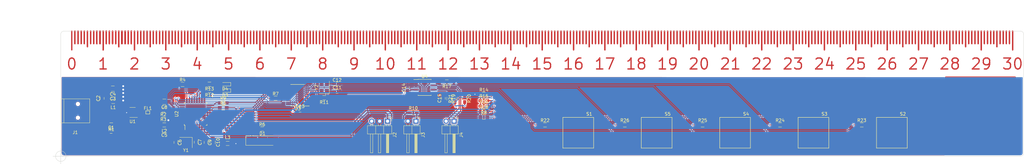
<source format=kicad_pcb>
(kicad_pcb (version 4) (host pcbnew 4.0.7-e2-6376~58~ubuntu16.04.1)
  (layers (0 F.Cu signal) (31 B.Cu signal) (34 B.Paste user) (35 F.Paste user) (36 B.SilkS user) (37 F.SilkS user) (38 B.Mask user) (39 F.Mask user) (44 Edge.Cuts user))
  (net 0 "")
  (net 1 "Net-(C1-Pad1)")
  (net 2 GND)
  (net 3 "Net-(C2-Pad1)")
  (net 4 +5V)
  (net 5 "Net-(C5-Pad1)")
  (net 6 "Net-(C6-Pad1)")
  (net 7 "Net-(C7-Pad1)")
  (net 8 "Net-(C8-Pad1)")
  (net 9 "Net-(C10-Pad1)")
  (net 10 "Net-(C11-Pad1)")
  (net 11 "Net-(C12-Pad1)")
  (net 12 "Net-(C15-Pad1)")
  (net 13 "Net-(D1-Pad1)")
  (net 14 "Net-(D3-Pad2)")
  (net 15 "Net-(D4-Pad2)")
  (net 16 /RX)
  (net 17 /TX)
  (net 18 /ADC)
  (net 19 /!RESET/dW)
  (net 20 "Net-(R5-Pad1)")
  (net 21 "Net-(R5-Pad2)")
  (net 22 "Net-(R7-Pad1)")
  (net 23 "Net-(R7-Pad2)")
  (net 24 "Net-(R8-Pad2)")
  (net 25 "Net-(R9-Pad1)")
  (net 26 "Net-(R9-Pad2)")
  (net 27 "Net-(R11-Pad2)")
  (net 28 "Net-(R12-Pad2)")
  (net 29 "Net-(R13-Pad2)")
  (net 30 "Net-(R14-Pad2)")
  (net 31 "Net-(R15-Pad2)")
  (net 32 "Net-(R16-Pad2)")
  (net 33 /~CAN_RES)
  (net 34 "Net-(R18-Pad2)")
  (net 35 "Net-(R19-Pad1)")
  (net 36 /~CAN_INT)
  (net 37 "Net-(U2-Pad14)")
  (net 38 "Net-(U3-Pad1)")
  (net 39 "Net-(U3-Pad2)")
  (net 40 /D2_N)
  (net 41 /D1_N)
  (net 42 /D1_P)
  (net 43 /D2_P)
  (net 44 /D_N)
  (net 45 /D_P)
  (net 46 /D3_P)
  (net 47 /D3_N)
  (net 48 /CAN_P)
  (net 49 /CAN_N)
  (net 50 "Net-(R22-Pad1)")
  (net 51 "Net-(R22-Pad2)")
  (net 52 "Net-(R23-Pad1)")
  (net 53 "Net-(R23-Pad2)")
  (net 54 "Net-(R24-Pad1)")
  (net 55 "Net-(R24-Pad2)")
  (net 56 "Net-(R25-Pad1)")
  (net 57 "Net-(R25-Pad2)")
  (net 58 "Net-(R26-Pad1)")
  (net 59 "Net-(R26-Pad2)")
  (module Pin_Headers:Pin_Header_Angled_1x02_Pitch2.54mm (layer F.Cu) (at 174.4 128.8 270)
    (fp_text reference J4 (at 4.385 -2.27 270) (layer F.SilkS))
    (fp_text value CONN_01X02)
    (pad 1 thru_hole rect (at 0 0 270) (size 1.7 1.7) (drill 1) (layers *.Cu *.Mask) (net 48 /CAN_P))
    (pad 2 thru_hole oval (at 0 2.54 270) (size 1.7 1.7) (drill 1) (layers *.Cu *.Mask) (net 49 /CAN_N))
  )
  (module Capacitors_SMD:C_0603_HandSoldering (layer F.Cu) (at 65.05 132.1)
    (fp_text reference C1 (at 0 -1.25) (layer F.SilkS))
    (fp_text value 10n)
    (pad 1 smd rect (at -0.95 0) (size 1.2 0.75) (layers F.Cu F.Paste F.Mask) (net 1 "Net-(C1-Pad1)"))
    (pad 2 smd rect (at 0.95 0) (size 1.2 0.75) (layers F.Cu F.Paste F.Mask) (net 2 GND))
  )
  (module Capacitors_SMD:C_0603_HandSoldering (layer F.Cu) (at 62.2 121.5 90)
    (fp_text reference C2 (at 0 -1.25 90) (layer F.SilkS))
    (fp_text value 10n)
    (pad 1 smd rect (at -0.95 0 90) (size 1.2 0.75) (layers F.Cu F.Paste F.Mask) (net 3 "Net-(C2-Pad1)"))
    (pad 2 smd rect (at 0.95 0 90) (size 1.2 0.75) (layers F.Cu F.Paste F.Mask) (net 2 GND))
  )
  (module Capacitors_SMD:C_0603_HandSoldering (layer F.Cu) (at 65.6 120.4 180)
    (fp_text reference C3 (at 0 -1.25 180) (layer F.SilkS))
    (fp_text value 100n)
    (pad 1 smd rect (at -0.95 0 180) (size 1.2 0.75) (layers F.Cu F.Paste F.Mask) (net 4 +5V))
    (pad 2 smd rect (at 0.95 0 180) (size 1.2 0.75) (layers F.Cu F.Paste F.Mask) (net 2 GND))
  )
  (module Capacitors_SMD:C_0805_HandSoldering (layer F.Cu) (at 65.6 118.4 180)
    (fp_text reference C4 (at 0 -1.75 180) (layer F.SilkS))
    (fp_text value 10u)
    (pad 1 smd rect (at -1.25 0 180) (size 1.5 1.25) (layers F.Cu F.Paste F.Mask) (net 4 +5V))
    (pad 2 smd rect (at 1.25 0 180) (size 1.5 1.25) (layers F.Cu F.Paste F.Mask) (net 2 GND))
  )
  (module Capacitors_SMD:C_0603_HandSoldering (layer F.Cu) (at 82 132 180)
    (fp_text reference C5 (at 0 -1.25 180) (layer F.SilkS))
    (fp_text value 100n)
    (pad 1 smd rect (at -0.95 0 180) (size 1.2 0.75) (layers F.Cu F.Paste F.Mask) (net 5 "Net-(C5-Pad1)"))
    (pad 2 smd rect (at 0.95 0 180) (size 1.2 0.75) (layers F.Cu F.Paste F.Mask) (net 2 GND))
  )
  (module Capacitors_SMD:C_0603_HandSoldering (layer F.Cu) (at 85.7 135.6 270)
    (fp_text reference C6 (at 0 -1.25 270) (layer F.SilkS))
    (fp_text value 18p)
    (pad 1 smd rect (at -0.95 0 270) (size 1.2 0.75) (layers F.Cu F.Paste F.Mask) (net 6 "Net-(C6-Pad1)"))
    (pad 2 smd rect (at 0.95 0 270) (size 1.2 0.75) (layers F.Cu F.Paste F.Mask) (net 2 GND))
  )
  (module Capacitors_SMD:C_0603_HandSoldering (layer F.Cu) (at 92.125 135.525 270)
    (fp_text reference C7 (at 0 -1.25 270) (layer F.SilkS))
    (fp_text value 18p)
    (pad 1 smd rect (at -0.95 0 270) (size 1.2 0.75) (layers F.Cu F.Paste F.Mask) (net 7 "Net-(C7-Pad1)"))
    (pad 2 smd rect (at 0.95 0 270) (size 1.2 0.75) (layers F.Cu F.Paste F.Mask) (net 2 GND))
  )
  (module Capacitors_SMD:C_0805_HandSoldering (layer F.Cu) (at 82 122.6 180)
    (fp_text reference C8 (at 0 -1.75 180) (layer F.SilkS))
    (fp_text value 1u)
    (pad 1 smd rect (at -1.25 0 180) (size 1.5 1.25) (layers F.Cu F.Paste F.Mask) (net 8 "Net-(C8-Pad1)"))
    (pad 2 smd rect (at 1.25 0 180) (size 1.5 1.25) (layers F.Cu F.Paste F.Mask) (net 2 GND))
  )
  (module Capacitors_SMD:C_0603_HandSoldering (layer F.Cu) (at 95.3 135.6 270)
    (fp_text reference C9 (at 0 -1.25 270) (layer F.SilkS))
    (fp_text value 100n)
    (pad 1 smd rect (at -0.95 0 270) (size 1.2 0.75) (layers F.Cu F.Paste F.Mask) (net 9 "Net-(C10-Pad1)"))
    (pad 2 smd rect (at 0.95 0 270) (size 1.2 0.75) (layers F.Cu F.Paste F.Mask) (net 2 GND))
  )
  (module Capacitors_SMD:C_0805_HandSoldering (layer F.Cu) (at 97.4 135.6 270)
    (fp_text reference C10 (at 0 -1.75 270) (layer F.SilkS))
    (fp_text value 10u)
    (pad 1 smd rect (at -1.25 0 270) (size 1.5 1.25) (layers F.Cu F.Paste F.Mask) (net 9 "Net-(C10-Pad1)"))
    (pad 2 smd rect (at 1.25 0 270) (size 1.5 1.25) (layers F.Cu F.Paste F.Mask) (net 2 GND))
  )
  (module Capacitors_SMD:C_0603_HandSoldering (layer F.Cu) (at 137.1 119.3)
    (fp_text reference C11 (at 0 -1.25) (layer F.SilkS))
    (fp_text value 18p)
    (pad 1 smd rect (at -0.95 0) (size 1.2 0.75) (layers F.Cu F.Paste F.Mask) (net 10 "Net-(C11-Pad1)"))
    (pad 2 smd rect (at 0.95 0) (size 1.2 0.75) (layers F.Cu F.Paste F.Mask) (net 2 GND))
  )
  (module Capacitors_SMD:C_0603_HandSoldering (layer F.Cu) (at 137.1 116.9)
    (fp_text reference C12 (at 0 -1.25) (layer F.SilkS))
    (fp_text value 18p)
    (pad 1 smd rect (at -0.95 0) (size 1.2 0.75) (layers F.Cu F.Paste F.Mask) (net 11 "Net-(C12-Pad1)"))
    (pad 2 smd rect (at 0.95 0) (size 1.2 0.75) (layers F.Cu F.Paste F.Mask) (net 2 GND))
  )
  (module Capacitors_SMD:C_0603_HandSoldering (layer F.Cu) (at 125.3 125.3)
    (fp_text reference C13 (at 0 -1.25) (layer F.SilkS))
    (fp_text value 100n)
    (pad 1 smd rect (at -0.95 0) (size 1.2 0.75) (layers F.Cu F.Paste F.Mask) (net 9 "Net-(C10-Pad1)"))
    (pad 2 smd rect (at 0.95 0) (size 1.2 0.75) (layers F.Cu F.Paste F.Mask) (net 2 GND))
  )
  (module Capacitors_SMD:C_0603_HandSoldering (layer F.Cu) (at 159.6 118.1 90)
    (fp_text reference C14 (at 0 -1.25 90) (layer F.SilkS))
    (fp_text value 100n)
    (pad 1 smd rect (at -0.95 0 90) (size 1.2 0.75) (layers F.Cu F.Paste F.Mask) (net 9 "Net-(C10-Pad1)"))
    (pad 2 smd rect (at 0.95 0 90) (size 1.2 0.75) (layers F.Cu F.Paste F.Mask) (net 2 GND))
  )
  (module Capacitors_SMD:C_0603_HandSoldering (layer F.Cu) (at 171 121.5 90)
    (fp_text reference C15 (at 0 -1.25 90) (layer F.SilkS))
    (fp_text value 4n7)
    (pad 1 smd rect (at -0.95 0 90) (size 1.2 0.75) (layers F.Cu F.Paste F.Mask) (net 12 "Net-(C15-Pad1)"))
    (pad 2 smd rect (at 0.95 0 90) (size 1.2 0.75) (layers F.Cu F.Paste F.Mask) (net 2 GND))
  )
  (module Diodes_SMD:D_MELF_Handsoldering (layer F.Cu) (at 113.3 135)
    (fp_text reference D1 (at 0 -2.25) (layer F.SilkS))
    (fp_text value 4V7)
    (pad 1 smd rect (at -3.4 0) (size 3.5 2.7) (layers F.Cu F.Paste F.Mask) (net 13 "Net-(D1-Pad1)"))
    (pad 2 smd rect (at 3.4 0) (size 3.5 2.7) (layers F.Cu F.Paste F.Mask) (net 2 GND))
  )
  (module LEDs:LED_0603_HandSoldering (layer F.Cu) (at 101.4 119 180)
    (fp_text reference D3 (at 0 -1.45 180) (layer F.SilkS))
    (fp_text value LED)
    (pad 1 smd rect (at -1.1 0 180) (size 1.2 0.9) (layers F.Cu F.Paste F.Mask) (net 2 GND))
    (pad 2 smd rect (at 1.1 0 180) (size 1.2 0.9) (layers F.Cu F.Paste F.Mask) (net 14 "Net-(D3-Pad2)"))
  )
  (module LEDs:LED_0603_HandSoldering (layer F.Cu) (at 101.4 117 180)
    (fp_text reference D4 (at 0 -1.45 180) (layer F.SilkS))
    (fp_text value LED)
    (pad 1 smd rect (at -1.1 0 180) (size 1.2 0.9) (layers F.Cu F.Paste F.Mask) (net 2 GND))
    (pad 2 smd rect (at 1.1 0 180) (size 1.2 0.9) (layers F.Cu F.Paste F.Mask) (net 15 "Net-(D4-Pad2)"))
  )
  (module Connectors:USB_Mini-B (layer F.Cu) (at 54.25 125.5)
    (fp_text reference J1 (at -0.65 6.9) (layer F.SilkS))
    (fp_text value USB_OTG)
    (pad 1 smd rect (at 2.8 -1.6) (size 2.3 0.5) (layers F.Cu F.Paste F.Mask) (net 3 "Net-(C2-Pad1)"))
    (pad 2 smd rect (at 2.8 -0.8) (size 2.3 0.5) (layers F.Cu F.Paste F.Mask) (net 44 /D_N))
    (pad 3 smd rect (at 2.8 0) (size 2.3 0.5) (layers F.Cu F.Paste F.Mask) (net 45 /D_P))
    (pad 4 smd rect (at 2.8 0.8) (size 2.3 0.5) (layers F.Cu F.Paste F.Mask))
    (pad 5 smd rect (at 2.8 1.6) (size 2.3 0.5) (layers F.Cu F.Paste F.Mask) (net 2 GND))
    (pad 6 smd rect (at 2.7 -4.45) (size 2.5 2) (layers F.Cu F.Paste F.Mask) (net 1 "Net-(C1-Pad1)"))
    (pad 6 smd rect (at -2.8 -4.45) (size 2.5 2) (layers F.Cu F.Paste F.Mask) (net 1 "Net-(C1-Pad1)"))
    (pad 6 smd rect (at 2.7 4.45) (size 2.5 2) (layers F.Cu F.Paste F.Mask) (net 1 "Net-(C1-Pad1)"))
    (pad 6 smd rect (at -2.8 4.45) (size 2.5 2) (layers F.Cu F.Paste F.Mask) (net 1 "Net-(C1-Pad1)"))
    (pad "" np_thru_hole circle (at 0.2 -2.2) (size 0.9 0.9) (drill 0.9) (layers *.Cu *.Mask))
    (pad "" np_thru_hole circle (at 0.2 2.2) (size 0.9 0.9) (drill 0.9) (layers *.Cu *.Mask))
  )
  (module Pin_Headers:Pin_Header_Angled_1x03_Pitch2.54mm (layer F.Cu) (at 153.2 128.8 270)
    (fp_text reference J2 (at 4.385 -2.27 270) (layer F.SilkS))
    (fp_text value CONN_01X03)
    (pad 1 thru_hole rect (at 0 0 270) (size 1.7 1.7) (drill 1) (layers *.Cu *.Mask) (net 16 /RX))
    (pad 2 thru_hole oval (at 0 2.54 270) (size 1.7 1.7) (drill 1) (layers *.Cu *.Mask) (net 2 GND))
    (pad 3 thru_hole oval (at 0 5.08 270) (size 1.7 1.7) (drill 1) (layers *.Cu *.Mask) (net 17 /TX))
  )
  (module Pin_Headers:Pin_Header_Angled_1x02_Pitch2.54mm (layer F.Cu) (at 162.24 128.8 270)
    (fp_text reference J3 (at 4.385 -2.27 270) (layer F.SilkS))
    (fp_text value CONN_01X02)
    (pad 1 thru_hole rect (at 0 0 270) (size 1.7 1.7) (drill 1) (layers *.Cu *.Mask) (net 18 /ADC))
    (pad 2 thru_hole oval (at 0 2.54 270) (size 1.7 1.7) (drill 1) (layers *.Cu *.Mask) (net 2 GND))
  )
  (module Inductors_SMD:L_0603_HandSoldering (layer F.Cu) (at 65.7 122.5 180)
    (fp_text reference L1 (at 0 -1.9 180) (layer F.SilkS))
    (fp_text value WE_742863147)
    (pad 1 smd rect (at -1.1 0 180) (size 1.2 0.9) (layers F.Cu F.Paste F.Mask) (net 4 +5V))
    (pad 2 smd rect (at 1.1 0 180) (size 1.2 0.9) (layers F.Cu F.Paste F.Mask) (net 3 "Net-(C2-Pad1)"))
  )
  (module Inductors_SMD:L_0603_HandSoldering (layer F.Cu) (at 82 130 180)
    (fp_text reference L2 (at 0 -1.9 180) (layer F.SilkS))
    (fp_text value WE_742863147)
    (pad 1 smd rect (at -1.1 0 180) (size 1.2 0.9) (layers F.Cu F.Paste F.Mask) (net 5 "Net-(C5-Pad1)"))
    (pad 2 smd rect (at 1.1 0 180) (size 1.2 0.9) (layers F.Cu F.Paste F.Mask) (net 4 +5V))
  )
  (module Inductors_SMD:L_0603_HandSoldering (layer F.Cu) (at 102.2 135.9)
    (fp_text reference L3 (at 0 -1.9) (layer F.SilkS))
    (fp_text value WE_742863147)
    (pad 1 smd rect (at -1.1 0) (size 1.2 0.9) (layers F.Cu F.Paste F.Mask) (net 9 "Net-(C10-Pad1)"))
    (pad 2 smd rect (at 1.1 0) (size 1.2 0.9) (layers F.Cu F.Paste F.Mask) (net 4 +5V))
  )
  (module Resistors_SMD:R_0603_HandSoldering (layer F.Cu) (at 65.1 130 180)
    (fp_text reference R1 (at 0 -1.45 180) (layer F.SilkS))
    (fp_text value 1M)
    (pad 1 smd rect (at -1.1 0 180) (size 1.2 0.9) (layers F.Cu F.Paste F.Mask) (net 2 GND))
    (pad 2 smd rect (at 1.1 0 180) (size 1.2 0.9) (layers F.Cu F.Paste F.Mask) (net 1 "Net-(C1-Pad1)"))
  )
  (module Resistors_SMD:R_0603_HandSoldering (layer F.Cu) (at 81.7 125.2 180)
    (fp_text reference R2 (at 0 -1.45 180) (layer F.SilkS))
    (fp_text value 22R)
    (pad 1 smd rect (at -1.1 0 180) (size 1.2 0.9) (layers F.Cu F.Paste F.Mask) (net 46 /D3_P))
    (pad 2 smd rect (at 1.1 0 180) (size 1.2 0.9) (layers F.Cu F.Paste F.Mask) (net 43 /D2_P))
  )
  (module Resistors_SMD:R_0603_HandSoldering (layer F.Cu) (at 81.7 126.8 180)
    (fp_text reference R3 (at 0 -1.45 180) (layer F.SilkS))
    (fp_text value 22R)
    (pad 1 smd rect (at -1.1 0 180) (size 1.2 0.9) (layers F.Cu F.Paste F.Mask) (net 47 /D3_N))
    (pad 2 smd rect (at 1.1 0 180) (size 1.2 0.9) (layers F.Cu F.Paste F.Mask) (net 40 /D2_N))
  )
  (module Resistors_SMD:R_0603_HandSoldering (layer F.Cu) (at 87.825 117.025)
    (fp_text reference R4 (at 0 -1.45) (layer F.SilkS))
    (fp_text value 10k)
    (pad 1 smd rect (at -1.1 0) (size 1.2 0.9) (layers F.Cu F.Paste F.Mask) (net 4 +5V))
    (pad 2 smd rect (at 1.1 0) (size 1.2 0.9) (layers F.Cu F.Paste F.Mask) (net 19 /!RESET/dW))
  )
  (module Resistors_SMD:R_0603_HandSoldering (layer F.Cu) (at 100.8 124.5)
    (fp_text reference R5 (at 0 -1.45) (layer F.SilkS))
    (fp_text value 22R)
    (pad 1 smd rect (at -1.1 0) (size 1.2 0.9) (layers F.Cu F.Paste F.Mask) (net 20 "Net-(R5-Pad1)"))
    (pad 2 smd rect (at 1.1 0) (size 1.2 0.9) (layers F.Cu F.Paste F.Mask) (net 21 "Net-(R5-Pad2)"))
  )
  (module Resistors_SMD:R_0603_HandSoldering (layer F.Cu) (at 113.2 131.3)
    (fp_text reference R6 (at 0 -1.45) (layer F.SilkS))
    (fp_text value 1k)
    (pad 1 smd rect (at -1.1 0) (size 1.2 0.9) (layers F.Cu F.Paste F.Mask) (net 13 "Net-(D1-Pad1)"))
    (pad 2 smd rect (at 1.1 0) (size 1.2 0.9) (layers F.Cu F.Paste F.Mask) (net 2 GND))
  )
  (module Resistors_SMD:R_0603_HandSoldering (layer F.Cu) (at 117.5 121.5)
    (fp_text reference R7 (at 0 -1.45) (layer F.SilkS))
    (fp_text value 22R)
    (pad 1 smd rect (at -1.1 0) (size 1.2 0.9) (layers F.Cu F.Paste F.Mask) (net 22 "Net-(R7-Pad1)"))
    (pad 2 smd rect (at 1.1 0) (size 1.2 0.9) (layers F.Cu F.Paste F.Mask) (net 23 "Net-(R7-Pad2)"))
  )
  (module Resistors_SMD:R_0603_HandSoldering (layer F.Cu) (at 183.9 127.5)
    (fp_text reference R8 (at 0 -1.45) (layer F.SilkS))
    (fp_text value 10k)
    (pad 1 smd rect (at -1.1 0) (size 1.2 0.9) (layers F.Cu F.Paste F.Mask) (net 4 +5V))
    (pad 2 smd rect (at 1.1 0) (size 1.2 0.9) (layers F.Cu F.Paste F.Mask) (net 24 "Net-(R8-Pad2)"))
  )
  (module Resistors_SMD:R_0603_HandSoldering (layer F.Cu) (at 100.8 122.9)
    (fp_text reference R9 (at 0 -1.45) (layer F.SilkS))
    (fp_text value 22R)
    (pad 1 smd rect (at -1.1 0) (size 1.2 0.9) (layers F.Cu F.Paste F.Mask) (net 25 "Net-(R9-Pad1)"))
    (pad 2 smd rect (at 1.1 0) (size 1.2 0.9) (layers F.Cu F.Paste F.Mask) (net 26 "Net-(R9-Pad2)"))
  )
  (module Resistors_SMD:R_0603_HandSoldering (layer F.Cu) (at 161.4 126.1)
    (fp_text reference R10 (at 0 -1.45) (layer F.SilkS))
    (fp_text value 10k)
    (pad 1 smd rect (at -1.1 0) (size 1.2 0.9) (layers F.Cu F.Paste F.Mask) (net 13 "Net-(D1-Pad1)"))
    (pad 2 smd rect (at 1.1 0) (size 1.2 0.9) (layers F.Cu F.Paste F.Mask) (net 18 /ADC))
  )
  (module Resistors_SMD:R_0603_HandSoldering (layer F.Cu) (at 133 121.3 180)
    (fp_text reference R11 (at 0 -1.45 180) (layer F.SilkS))
    (fp_text value 0R)
    (pad 1 smd rect (at -1.1 0 180) (size 1.2 0.9) (layers F.Cu F.Paste F.Mask) (net 10 "Net-(C11-Pad1)"))
    (pad 2 smd rect (at 1.1 0 180) (size 1.2 0.9) (layers F.Cu F.Paste F.Mask) (net 27 "Net-(R11-Pad2)"))
  )
  (module Resistors_SMD:R_0603_HandSoldering (layer F.Cu) (at 96.4 119 180)
    (fp_text reference R12 (at 0 -1.45 180) (layer F.SilkS))
    (fp_text value 560R)
    (pad 1 smd rect (at -1.1 0 180) (size 1.2 0.9) (layers F.Cu F.Paste F.Mask) (net 14 "Net-(D3-Pad2)"))
    (pad 2 smd rect (at 1.1 0 180) (size 1.2 0.9) (layers F.Cu F.Paste F.Mask) (net 28 "Net-(R12-Pad2)"))
  )
  (module Resistors_SMD:R_0603_HandSoldering (layer F.Cu) (at 96.4 117 180)
    (fp_text reference R13 (at 0 -1.45 180) (layer F.SilkS))
    (fp_text value 560R)
    (pad 1 smd rect (at -1.1 0 180) (size 1.2 0.9) (layers F.Cu F.Paste F.Mask) (net 15 "Net-(D4-Pad2)"))
    (pad 2 smd rect (at 1.1 0 180) (size 1.2 0.9) (layers F.Cu F.Paste F.Mask) (net 29 "Net-(R13-Pad2)"))
  )
  (module Resistors_SMD:R_0603_HandSoldering (layer F.Cu) (at 183.9 120.25)
    (fp_text reference R14 (at 0 -1.45) (layer F.SilkS))
    (fp_text value 10k)
    (pad 1 smd rect (at -1.1 0) (size 1.2 0.9) (layers F.Cu F.Paste F.Mask) (net 4 +5V))
    (pad 2 smd rect (at 1.1 0) (size 1.2 0.9) (layers F.Cu F.Paste F.Mask) (net 30 "Net-(R14-Pad2)"))
  )
  (module Resistors_SMD:R_0603_HandSoldering (layer F.Cu) (at 183.9 122.25)
    (fp_text reference R15 (at 0 -1.45) (layer F.SilkS))
    (fp_text value 10k)
    (pad 1 smd rect (at -1.1 0) (size 1.2 0.9) (layers F.Cu F.Paste F.Mask) (net 4 +5V))
    (pad 2 smd rect (at 1.1 0) (size 1.2 0.9) (layers F.Cu F.Paste F.Mask) (net 31 "Net-(R15-Pad2)"))
  )
  (module Resistors_SMD:R_0603_HandSoldering (layer F.Cu) (at 183.9 124)
    (fp_text reference R16 (at 0 -1.45) (layer F.SilkS))
    (fp_text value 10k)
    (pad 1 smd rect (at -1.1 0) (size 1.2 0.9) (layers F.Cu F.Paste F.Mask) (net 4 +5V))
    (pad 2 smd rect (at 1.1 0) (size 1.2 0.9) (layers F.Cu F.Paste F.Mask) (net 32 "Net-(R16-Pad2)"))
  )
  (module Resistors_SMD:R_0603_HandSoldering (layer F.Cu) (at 172.1 116.25 180)
    (fp_text reference R17 (at 0 -1.45 180) (layer F.SilkS))
    (fp_text value 10k)
    (pad 1 smd rect (at -1.1 0 180) (size 1.2 0.9) (layers F.Cu F.Paste F.Mask) (net 4 +5V))
    (pad 2 smd rect (at 1.1 0 180) (size 1.2 0.9) (layers F.Cu F.Paste F.Mask) (net 33 /~CAN_RES))
  )
  (module Resistors_SMD:R_0603_HandSoldering (layer F.Cu) (at 183.9 125.75)
    (fp_text reference R18 (at 0 -1.45) (layer F.SilkS))
    (fp_text value 10k)
    (pad 1 smd rect (at -1.1 0) (size 1.2 0.9) (layers F.Cu F.Paste F.Mask) (net 4 +5V))
    (pad 2 smd rect (at 1.1 0) (size 1.2 0.9) (layers F.Cu F.Paste F.Mask) (net 34 "Net-(R18-Pad2)"))
  )
  (module Resistors_SMD:R_0603_HandSoldering (layer F.Cu) (at 172.8 121.6 270)
    (fp_text reference R19 (at 0 -1.45 270) (layer F.SilkS))
    (fp_text value 0R)
    (pad 1 smd rect (at -1.1 0 270) (size 1.2 0.9) (layers F.Cu F.Paste F.Mask) (net 35 "Net-(R19-Pad1)"))
    (pad 2 smd rect (at 1.1 0 270) (size 1.2 0.9) (layers F.Cu F.Paste F.Mask) (net 12 "Net-(C15-Pad1)"))
  )
  (module Resistors_SMD:R_0603_HandSoldering (layer F.Cu) (at 177.775 121.6 270)
    (fp_text reference R20 (at 0 -1.45 270) (layer F.SilkS))
    (fp_text value 60R)
    (pad 1 smd rect (at -1.1 0 270) (size 1.2 0.9) (layers F.Cu F.Paste F.Mask) (net 48 /CAN_P))
    (pad 2 smd rect (at 1.1 0 270) (size 1.2 0.9) (layers F.Cu F.Paste F.Mask) (net 12 "Net-(C15-Pad1)"))
  )
  (module Resistors_SMD:R_0603_HandSoldering (layer F.Cu) (at 174.675 121.6 90)
    (fp_text reference R21 (at 0 -1.45 90) (layer F.SilkS))
    (fp_text value 60R)
    (pad 1 smd rect (at -1.1 0 90) (size 1.2 0.9) (layers F.Cu F.Paste F.Mask) (net 12 "Net-(C15-Pad1)"))
    (pad 2 smd rect (at 1.1 0 90) (size 1.2 0.9) (layers F.Cu F.Paste F.Mask) (net 49 /CAN_N))
  )
  (module TO_SOT_Packages_SMD:SOT-23-6 (layer F.Cu) (at 71.9 126 180)
    (fp_text reference U1 (at 0 -2.9 180) (layer F.SilkS))
    (fp_text value USBLC6-2SC6)
    (pad 1 smd rect (at -1.1 -0.95 180) (size 1.06 0.65) (layers F.Cu F.Paste F.Mask) (net 42 /D1_P))
    (pad 2 smd rect (at -1.1 0 180) (size 1.06 0.65) (layers F.Cu F.Paste F.Mask) (net 2 GND))
    (pad 3 smd rect (at -1.1 0.95 180) (size 1.06 0.65) (layers F.Cu F.Paste F.Mask) (net 41 /D1_N))
    (pad 4 smd rect (at 1.1 0.95 180) (size 1.06 0.65) (layers F.Cu F.Paste F.Mask) (net 44 /D_N))
    (pad 6 smd rect (at 1.1 -0.95 180) (size 1.06 0.65) (layers F.Cu F.Paste F.Mask) (net 45 /D_P))
    (pad 5 smd rect (at 1.1 0 180) (size 1.06 0.65) (layers F.Cu F.Paste F.Mask) (net 4 +5V))
  )
  (module Housings_QFP:TQFP-32_7x7mm_Pitch0.8mm (layer F.Cu) (at 92 126.5 90)
    (fp_text reference U2 (at 0 -6.05 90) (layer F.SilkS))
    (fp_text value ATMEGA8U2-AU)
    (pad 1 smd rect (at -4.25 -2.8 90) (size 1.6 0.55) (layers F.Cu F.Paste F.Mask) (net 6 "Net-(C6-Pad1)"))
    (pad 2 smd rect (at -4.25 -2 90) (size 1.6 0.55) (layers F.Cu F.Paste F.Mask) (net 7 "Net-(C7-Pad1)"))
    (pad 3 smd rect (at -4.25 -1.2 90) (size 1.6 0.55) (layers F.Cu F.Paste F.Mask) (net 2 GND))
    (pad 4 smd rect (at -4.25 -0.4 90) (size 1.6 0.55) (layers F.Cu F.Paste F.Mask) (net 9 "Net-(C10-Pad1)"))
    (pad 5 smd rect (at -4.25 0.4 90) (size 1.6 0.55) (layers F.Cu F.Paste F.Mask) (net 24 "Net-(R8-Pad2)"))
    (pad 6 smd rect (at -4.25 1.2 90) (size 1.6 0.55) (layers F.Cu F.Paste F.Mask) (net 36 /~CAN_INT))
    (pad 7 smd rect (at -4.25 2 90) (size 1.6 0.55) (layers F.Cu F.Paste F.Mask) (net 13 "Net-(D1-Pad1)"))
    (pad 8 smd rect (at -4.25 2.8 90) (size 1.6 0.55) (layers F.Cu F.Paste F.Mask) (net 16 /RX))
    (pad 9 smd rect (at -2.8 4.25 180) (size 1.6 0.55) (layers F.Cu F.Paste F.Mask) (net 17 /TX))
    (pad 10 smd rect (at -2 4.25 180) (size 1.6 0.55) (layers F.Cu F.Paste F.Mask) (net 34 "Net-(R18-Pad2)"))
    (pad 11 smd rect (at -1.2 4.25 180) (size 1.6 0.55) (layers F.Cu F.Paste F.Mask) (net 32 "Net-(R16-Pad2)"))
    (pad 12 smd rect (at -0.4 4.25 180) (size 1.6 0.55) (layers F.Cu F.Paste F.Mask) (net 31 "Net-(R15-Pad2)"))
    (pad 13 smd rect (at 0.4 4.25 180) (size 1.6 0.55) (layers F.Cu F.Paste F.Mask) (net 30 "Net-(R14-Pad2)"))
    (pad 14 smd rect (at 1.2 4.25 180) (size 1.6 0.55) (layers F.Cu F.Paste F.Mask) (net 37 "Net-(U2-Pad14)"))
    (pad 15 smd rect (at 2 4.25 180) (size 1.6 0.55) (layers F.Cu F.Paste F.Mask) (net 20 "Net-(R5-Pad1)"))
    (pad 16 smd rect (at 2.8 4.25 180) (size 1.6 0.55) (layers F.Cu F.Paste F.Mask) (net 25 "Net-(R9-Pad1)"))
    (pad 17 smd rect (at 4.25 2.8 90) (size 1.6 0.55) (layers F.Cu F.Paste F.Mask) (net 22 "Net-(R7-Pad1)"))
    (pad 18 smd rect (at 4.25 2 90) (size 1.6 0.55) (layers F.Cu F.Paste F.Mask) (net 33 /~CAN_RES))
    (pad 19 smd rect (at 4.25 1.2 90) (size 1.6 0.55) (layers F.Cu F.Paste F.Mask) (net 28 "Net-(R12-Pad2)"))
    (pad 20 smd rect (at 4.25 0.4 90) (size 1.6 0.55) (layers F.Cu F.Paste F.Mask) (net 29 "Net-(R13-Pad2)"))
    (pad 21 smd rect (at 4.25 -0.4 90) (size 1.6 0.55) (layers F.Cu F.Paste F.Mask) (net 58 "Net-(R26-Pad1)"))
    (pad 22 smd rect (at 4.25 -1.2 90) (size 1.6 0.55) (layers F.Cu F.Paste F.Mask) (net 50 "Net-(R22-Pad1)"))
    (pad 23 smd rect (at 4.25 -2 90) (size 1.6 0.55) (layers F.Cu F.Paste F.Mask) (net 52 "Net-(R23-Pad1)"))
    (pad 24 smd rect (at 4.25 -2.8 90) (size 1.6 0.55) (layers F.Cu F.Paste F.Mask) (net 19 /!RESET/dW))
    (pad 25 smd rect (at 2.8 -4.25 180) (size 1.6 0.55) (layers F.Cu F.Paste F.Mask) (net 54 "Net-(R24-Pad1)"))
    (pad 26 smd rect (at 2 -4.25 180) (size 1.6 0.55) (layers F.Cu F.Paste F.Mask) (net 56 "Net-(R25-Pad1)"))
    (pad 27 smd rect (at 1.2 -4.25 180) (size 1.6 0.55) (layers F.Cu F.Paste F.Mask) (net 8 "Net-(C8-Pad1)"))
    (pad 28 smd rect (at 0.4 -4.25 180) (size 1.6 0.55) (layers F.Cu F.Paste F.Mask) (net 2 GND))
    (pad 29 smd rect (at -0.4 -4.25 180) (size 1.6 0.55) (layers F.Cu F.Paste F.Mask) (net 46 /D3_P))
    (pad 30 smd rect (at -1.2 -4.25 180) (size 1.6 0.55) (layers F.Cu F.Paste F.Mask) (net 47 /D3_N))
    (pad 31 smd rect (at -2 -4.25 180) (size 1.6 0.55) (layers F.Cu F.Paste F.Mask) (net 4 +5V))
    (pad 32 smd rect (at -2.8 -4.25 180) (size 1.6 0.55) (layers F.Cu F.Paste F.Mask) (net 5 "Net-(C5-Pad1)"))
  )
  (module Housings_SSOP:TSSOP-20_4.4x6.5mm_Pitch0.65mm (layer F.Cu) (at 124.5 120.5 180)
    (fp_text reference U3 (at 0 -4.3 180) (layer F.SilkS))
    (fp_text value MCP2515-E/ST)
    (pad 1 smd rect (at -2.95 -2.925 180) (size 1.45 0.45) (layers F.Cu F.Paste F.Mask) (net 38 "Net-(U3-Pad1)"))
    (pad 2 smd rect (at -2.95 -2.275 180) (size 1.45 0.45) (layers F.Cu F.Paste F.Mask) (net 39 "Net-(U3-Pad2)"))
    (pad 3 smd rect (at -2.95 -1.625 180) (size 1.45 0.45) (layers F.Cu F.Paste F.Mask))
    (pad 4 smd rect (at -2.95 -0.975 180) (size 1.45 0.45) (layers F.Cu F.Paste F.Mask))
    (pad 5 smd rect (at -2.95 -0.325 180) (size 1.45 0.45) (layers F.Cu F.Paste F.Mask))
    (pad 6 smd rect (at -2.95 0.325 180) (size 1.45 0.45) (layers F.Cu F.Paste F.Mask))
    (pad 7 smd rect (at -2.95 0.975 180) (size 1.45 0.45) (layers F.Cu F.Paste F.Mask))
    (pad 8 smd rect (at -2.95 1.625 180) (size 1.45 0.45) (layers F.Cu F.Paste F.Mask) (net 27 "Net-(R11-Pad2)"))
    (pad 9 smd rect (at -2.95 2.275 180) (size 1.45 0.45) (layers F.Cu F.Paste F.Mask) (net 11 "Net-(C12-Pad1)"))
    (pad 10 smd rect (at -2.95 2.925 180) (size 1.45 0.45) (layers F.Cu F.Paste F.Mask) (net 2 GND))
    (pad 11 smd rect (at 2.95 2.925 180) (size 1.45 0.45) (layers F.Cu F.Paste F.Mask))
    (pad 12 smd rect (at 2.95 2.275 180) (size 1.45 0.45) (layers F.Cu F.Paste F.Mask))
    (pad 13 smd rect (at 2.95 1.625 180) (size 1.45 0.45) (layers F.Cu F.Paste F.Mask) (net 36 /~CAN_INT))
    (pad 14 smd rect (at 2.95 0.975 180) (size 1.45 0.45) (layers F.Cu F.Paste F.Mask) (net 21 "Net-(R5-Pad2)"))
    (pad 15 smd rect (at 2.95 0.325 180) (size 1.45 0.45) (layers F.Cu F.Paste F.Mask))
    (pad 16 smd rect (at 2.95 -0.325 180) (size 1.45 0.45) (layers F.Cu F.Paste F.Mask) (net 26 "Net-(R9-Pad2)"))
    (pad 17 smd rect (at 2.95 -0.975 180) (size 1.45 0.45) (layers F.Cu F.Paste F.Mask) (net 23 "Net-(R7-Pad2)"))
    (pad 18 smd rect (at 2.95 -1.625 180) (size 1.45 0.45) (layers F.Cu F.Paste F.Mask) (net 37 "Net-(U2-Pad14)"))
    (pad 19 smd rect (at 2.95 -2.275 180) (size 1.45 0.45) (layers F.Cu F.Paste F.Mask) (net 33 /~CAN_RES))
    (pad 20 smd rect (at 2.95 -2.925 180) (size 1.45 0.45) (layers F.Cu F.Paste F.Mask) (net 9 "Net-(C10-Pad1)"))
  )
  (module Housings_SOIC:SOIC-8_3.9x4.9mm_Pitch1.27mm (layer F.Cu) (at 165 118)
    (fp_text reference U4 (at 0 -3.5) (layer F.SilkS))
    (fp_text value MCP2561-E/SN)
    (pad 1 smd rect (at -2.7 -1.905) (size 1.55 0.6) (layers F.Cu F.Paste F.Mask) (net 38 "Net-(U3-Pad1)"))
    (pad 2 smd rect (at -2.7 -0.635) (size 1.55 0.6) (layers F.Cu F.Paste F.Mask) (net 2 GND))
    (pad 3 smd rect (at -2.7 0.635) (size 1.55 0.6) (layers F.Cu F.Paste F.Mask) (net 9 "Net-(C10-Pad1)"))
    (pad 4 smd rect (at -2.7 1.905) (size 1.55 0.6) (layers F.Cu F.Paste F.Mask) (net 39 "Net-(U3-Pad2)"))
    (pad 5 smd rect (at 2.7 1.905) (size 1.55 0.6) (layers F.Cu F.Paste F.Mask) (net 35 "Net-(R19-Pad1)"))
    (pad 6 smd rect (at 2.7 0.635) (size 1.55 0.6) (layers F.Cu F.Paste F.Mask) (net 49 /CAN_N))
    (pad 7 smd rect (at 2.7 -0.635) (size 1.55 0.6) (layers F.Cu F.Paste F.Mask) (net 48 /CAN_P))
    (pad 8 smd rect (at 2.7 -1.905) (size 1.55 0.6) (layers F.Cu F.Paste F.Mask) (net 33 /~CAN_RES))
  )
  (module Crystals:Crystal_SMD_Abracon_ABM8G-4pin_3.2x2.5mm (layer F.Cu) (at 88.9 135.65 180)
    (fp_text reference Y1 (at 0 -2.45 180) (layer F.SilkS))
    (fp_text value ABM8-16.000MHZ-B2-T)
    (pad 1 smd rect (at -1.1 0.85 180) (size 1.4 1.2) (layers F.Cu F.Paste F.Mask) (net 7 "Net-(C7-Pad1)"))
    (pad 2 smd rect (at 1.1 0.85 180) (size 1.4 1.2) (layers F.Cu F.Paste F.Mask) (net 6 "Net-(C6-Pad1)"))
    (pad 3 smd rect (at 1.1 -0.85 180) (size 1.4 1.2) (layers F.Cu F.Paste F.Mask))
    (pad 4 smd rect (at -1.1 -0.85 180) (size 1.4 1.2) (layers F.Cu F.Paste F.Mask))
  )
  (module Crystals:Crystal_SMD_Abracon_ABM8G-4pin_3.2x2.5mm (layer F.Cu) (at 133 118 90)
    (fp_text reference Y2 (at 0 -2.45 90) (layer F.SilkS))
    (fp_text value ABM8-20.000MHZ-B2-T)
    (pad 1 smd rect (at -1.1 0.85 90) (size 1.4 1.2) (layers F.Cu F.Paste F.Mask) (net 10 "Net-(C11-Pad1)"))
    (pad 2 smd rect (at 1.1 0.85 90) (size 1.4 1.2) (layers F.Cu F.Paste F.Mask) (net 11 "Net-(C12-Pad1)"))
    (pad 3 smd rect (at 1.1 -0.85 90) (size 1.4 1.2) (layers F.Cu F.Paste F.Mask))
    (pad 4 smd rect (at -1.1 -0.85 90) (size 1.4 1.2) (layers F.Cu F.Paste F.Mask))
  )
  (module Resistors_SMD:R_0603_HandSoldering (layer F.Cu) (at 203.4 130)
    (fp_text reference R22 (at 0 -1.45) (layer F.SilkS))
    (fp_text value 560R)
    (pad 1 smd rect (at -1.1 0) (size 1.2 0.9) (layers F.Cu F.Paste F.Mask) (net 50 "Net-(R22-Pad1)"))
    (pad 2 smd rect (at 1.1 0) (size 1.2 0.9) (layers F.Cu F.Paste F.Mask) (net 51 "Net-(R22-Pad2)"))
  )
  (module Resistors_SMD:R_0603_HandSoldering (layer F.Cu) (at 304.4 130)
    (fp_text reference R23 (at 0 -1.45) (layer F.SilkS))
    (fp_text value 560R)
    (pad 1 smd rect (at -1.1 0) (size 1.2 0.9) (layers F.Cu F.Paste F.Mask) (net 52 "Net-(R23-Pad1)"))
    (pad 2 smd rect (at 1.1 0) (size 1.2 0.9) (layers F.Cu F.Paste F.Mask) (net 53 "Net-(R23-Pad2)"))
  )
  (module Resistors_SMD:R_0603_HandSoldering (layer F.Cu) (at 278.35 130)
    (fp_text reference R24 (at 0 -1.45) (layer F.SilkS))
    (fp_text value 560R)
    (pad 1 smd rect (at -1.1 0) (size 1.2 0.9) (layers F.Cu F.Paste F.Mask) (net 54 "Net-(R24-Pad1)"))
    (pad 2 smd rect (at 1.1 0) (size 1.2 0.9) (layers F.Cu F.Paste F.Mask) (net 55 "Net-(R24-Pad2)"))
  )
  (module Resistors_SMD:R_0603_HandSoldering (layer F.Cu) (at 253.65 130)
    (fp_text reference R25 (at 0 -1.45) (layer F.SilkS))
    (fp_text value 560R)
    (pad 1 smd rect (at -1.1 0) (size 1.2 0.9) (layers F.Cu F.Paste F.Mask) (net 56 "Net-(R25-Pad1)"))
    (pad 2 smd rect (at 1.1 0) (size 1.2 0.9) (layers F.Cu F.Paste F.Mask) (net 57 "Net-(R25-Pad2)"))
  )
  (module Resistors_SMD:R_0603_HandSoldering (layer F.Cu) (at 228.85 130)
    (fp_text reference R26 (at 0 -1.45) (layer F.SilkS))
    (fp_text value 560R)
    (pad 1 smd rect (at -1.1 0) (size 1.2 0.9) (layers F.Cu F.Paste F.Mask) (net 58 "Net-(R26-Pad1)"))
    (pad 2 smd rect (at 1.1 0) (size 1.2 0.9) (layers F.Cu F.Paste F.Mask) (net 59 "Net-(R26-Pad2)"))
  )
  (module shlib-switches:Marquardt_3006.2xxx (layer F.Cu) (at 214 132.5 270)
    (fp_text reference S1 (at -6 -3.5 360) (layer F.SilkS))
    (fp_text value Marquardt_3006.2115)
    (pad 2 smd rect (at -2.5 -5 270) (size 2 3) (layers F.Cu F.Paste F.Mask) (net 2 GND))
    (pad K smd rect (at 2.5 -5 270) (size 2 3) (layers F.Cu F.Paste F.Mask) (net 2 GND))
    (pad 1 smd rect (at 2.5 5 270) (size 2 3) (layers F.Cu F.Paste F.Mask) (net 24 "Net-(R8-Pad2)"))
    (pad A smd rect (at -2.5 5 270) (size 2 3) (layers F.Cu F.Paste F.Mask) (net 51 "Net-(R22-Pad2)"))
  )
  (module shlib-switches:Marquardt_3006.2xxx (layer F.Cu) (at 314 132.5 270)
    (fp_text reference S2 (at -6 -3.5 360) (layer F.SilkS))
    (fp_text value Marquardt_3006.2115)
    (pad 2 smd rect (at -2.5 -5 270) (size 2 3) (layers F.Cu F.Paste F.Mask) (net 2 GND))
    (pad K smd rect (at 2.5 -5 270) (size 2 3) (layers F.Cu F.Paste F.Mask) (net 2 GND))
    (pad 1 smd rect (at 2.5 5 270) (size 2 3) (layers F.Cu F.Paste F.Mask) (net 30 "Net-(R14-Pad2)"))
    (pad A smd rect (at -2.5 5 270) (size 2 3) (layers F.Cu F.Paste F.Mask) (net 53 "Net-(R23-Pad2)"))
  )
  (module shlib-switches:Marquardt_3006.2xxx (layer F.Cu) (at 289 132.5 270)
    (fp_text reference S3 (at -6 -3.5 360) (layer F.SilkS))
    (fp_text value Marquardt_3006.2115)
    (pad 2 smd rect (at -2.5 -5 270) (size 2 3) (layers F.Cu F.Paste F.Mask) (net 2 GND))
    (pad K smd rect (at 2.5 -5 270) (size 2 3) (layers F.Cu F.Paste F.Mask) (net 2 GND))
    (pad 1 smd rect (at 2.5 5 270) (size 2 3) (layers F.Cu F.Paste F.Mask) (net 31 "Net-(R15-Pad2)"))
    (pad A smd rect (at -2.5 5 270) (size 2 3) (layers F.Cu F.Paste F.Mask) (net 55 "Net-(R24-Pad2)"))
  )
  (module shlib-switches:Marquardt_3006.2xxx (layer F.Cu) (at 264 132.5 270)
    (fp_text reference S4 (at -6 -3.5 360) (layer F.SilkS))
    (fp_text value Marquardt_3006.2115)
    (pad 2 smd rect (at -2.5 -5 270) (size 2 3) (layers F.Cu F.Paste F.Mask) (net 2 GND))
    (pad K smd rect (at 2.5 -5 270) (size 2 3) (layers F.Cu F.Paste F.Mask) (net 2 GND))
    (pad 1 smd rect (at 2.5 5 270) (size 2 3) (layers F.Cu F.Paste F.Mask) (net 32 "Net-(R16-Pad2)"))
    (pad A smd rect (at -2.5 5 270) (size 2 3) (layers F.Cu F.Paste F.Mask) (net 57 "Net-(R25-Pad2)"))
  )
  (module shlib-switches:Marquardt_3006.2xxx (layer F.Cu) (at 239 132.5 270)
    (fp_text reference S5 (at -6 -3.5 360) (layer F.SilkS))
    (fp_text value Marquardt_3006.2115)
    (pad 2 smd rect (at -2.5 -5 270) (size 2 3) (layers F.Cu F.Paste F.Mask) (net 2 GND))
    (pad K smd rect (at 2.5 -5 270) (size 2 3) (layers F.Cu F.Paste F.Mask) (net 2 GND))
    (pad 1 smd rect (at 2.5 5 270) (size 2 3) (layers F.Cu F.Paste F.Mask) (net 34 "Net-(R18-Pad2)"))
    (pad A smd rect (at -2.5 5 270) (size 2 3) (layers F.Cu F.Paste F.Mask) (net 59 "Net-(R26-Pad2)"))
  )
  (module Inductors_SMD_self:DLP11S (layer F.Cu) (at 76.75 126)
    (fp_text reference FL1 (at 0 -1.325) (layer F.SilkS))
    (fp_text value DLP11SN900HL2L)
    (pad 3 smd rect (at 0.625 0.275) (size 0.6 0.4) (layers F.Cu F.Paste F.Mask) (net 40 /D2_N))
    (pad 4 smd rect (at -0.625 0.275) (size 0.6 0.4) (layers F.Cu F.Paste F.Mask) (net 41 /D1_N))
    (pad 1 smd rect (at 0.625 -0.275) (size 0.6 0.4) (layers F.Cu F.Paste F.Mask) (net 43 /D2_P))
    (pad 2 smd rect (at -0.625 -0.275) (size 0.6 0.4) (layers F.Cu F.Paste F.Mask) (net 42 /D1_P))
  )
  (module logo:bytewerk_logo_25x22mm (layer F.Cu) (at 342.25 127)
    (fp_text reference G*** hide)
    (fp_text value LOGO hide)
    (fp_poly (pts (xy 11.203214 12.473214) (xy -11.203214 12.473214) (xy -11.203214 10.976428) (xy -9.887857 10.976428) (xy -9.887857 11.293928) (xy -7.917774 11.293928) (xy -7.44857 11.292908) (xy -7.024387 11.28995) (xy -6.652627 11.285213) (xy -6.340687 11.278853) (xy -6.095966 11.271027) (xy -5.925866 11.261892) (xy -5.837783 11.251604) (xy -5.831367 11.249702) (xy -5.729713 11.181347) (xy -5.634386 11.072415) (xy -5.624476 11.056934) (xy -5.598509 11.009631) (xy -5.578026 10.955468) (xy -5.56238 10.883738) (xy -5.550921 10.783733) (xy -5.543001 10.644743) (xy -5.537971 10.456061) (xy -5.535183 10.206979) (xy -5.533988 9.886788) (xy -5.533741 9.559018) (xy -5.533572 8.209643) (xy -5.851072 8.209643) (xy -5.851072 9.107714) (xy -5.853104 9.454334) (xy -5.859445 9.716716) (xy -5.87046 9.901251) (xy -5.886514 10.014329) (xy -5.9055 10.060214) (xy -5.974073 10.083928) (xy -6.111654 10.101255) (xy -6.296762 10.112194) (xy -6.507916 10.116746) (xy -6.723636 10.114909) (xy -6.92244 10.106686) (xy -7.082847 10.092074) (xy -7.183377 10.071075) (xy -7.202715 10.060214) (xy -7.223599 10.005793) (xy -7.239116 9.885647) (xy -7.249633 9.693387) (xy -7.255513 9.42262) (xy -7.257143 9.107714) (xy -7.257143 8.209643) (xy -7.574643 8.209643) (xy -7.574643 9.119038) (xy -7.57298 9.500067) (xy -7.562791 9.799904) (xy -7.536282 10.028067) (xy -7.485653 10.194075) (xy -7.40311 10.307446) (xy -7.280854 10.3777) (xy -7.111089 10.414355) (xy -6.886019 10.42693) (xy -6.597845 10.424943) (xy -6.506473 10.423109) (xy -5.85093 10.409464) (xy -5.851001 10.638518) (xy -5.861245 10.781834) (xy -5.887247 10.890428) (xy -5.9055 10.922) (xy -5.944091 10.936086) (xy -6.03306 10.947779) (xy -6.178207 10.957234) (xy -6.38533 10.964609) (xy -6.660229 10.970059) (xy -7.008703 10.973741) (xy -7.436552 10.975812) (xy -7.923893 10.976428) (xy -9.887857 10.976428) (xy -11.203214 10.976428) (xy -11.203214 7.347857) (xy -9.8425 7.347857) (xy -9.8425 8.688145) (xy -9.841865 9.102406) (xy -9.838929 9.435837) (xy -9.832149 9.69832) (xy -9.819981 9.899736) (xy -9.800881 10.049966) (xy -9.773306 10.158892) (xy -9.735711 10.236395) (xy -9.686554 10.292357) (xy -9.624289 10.336659) (xy -9.581126 10.361141) (xy -9.472491 10.393141) (xy -9.296058 10.416143) (xy -9.0743 10.430115) (xy -8.82969 10.435025) (xy -8.5847 10.43084) (xy -8.361802 10.417527) (xy -8.18347 10.395053) (xy -8.072176 10.363385) (xy -8.072087 10.363339) (xy -7.977756 10.304373) (xy -7.907849 10.229866) (xy -7.858856 10.126306) (xy -7.82727 9.980181) (xy -7.809582 9.77798) (xy -7.802285 9.50619) (xy -7.801429 9.320893) (xy -7.804838 8.97335) (xy -7.821694 8.706192) (xy -7.861942 8.509157) (xy -7.935529 8.371983) (xy -8.052397 8.284407) (xy -8.222493 8.236168) (xy -8.455762 8.217004) (xy -8.762148 8.216652) (xy -8.869598 8.218676) (xy -9.525141 8.232321) (xy -9.525071 7.790089) (xy -9.525 7.347857) (xy -5.261429 7.347857) (xy -5.261259 8.697232) (xy -5.260897 9.084588) (xy -5.259486 9.391942) (xy -5.256374 9.630007) (xy -5.250912 9.809495) (xy -5.242449 9.941119) (xy -5.230333 10.035589) (xy -5.213916 10.103618) (xy -5.192545 10.155919) (xy -5.170258 10.195585) (xy -5.083609 10.305407) (xy -4.989976 10.379781) (xy -4.97766 10.385478) (xy -4.896027 10.40074) (xy -4.743766 10.413859) (xy -4.540959 10.423626) (xy -4.307686 10.428833) (xy -4.24998 10.429268) (xy -3.968956 10.427746) (xy -3.763653 10.419347) (xy -3.619252 10.402784) (xy -3.520933 10.376769) (xy -3.491016 10.363339) (xy -3.369345 10.265483) (xy -3.271208 10.126557) (xy -3.222069 9.984679) (xy -3.220357 9.958145) (xy -3.254203 9.898913) (xy -3.33634 9.883275) (xy -3.437671 9.907497) (xy -3.529097 9.967847) (xy -3.556365 10.00125) (xy -3.589588 10.047109) (xy -3.629332 10.078564) (xy -3.691788 10.098331) (xy -3.793148 10.109122) (xy -3.949601 10.113651) (xy -4.177338 10.114633) (xy -4.232867 10.114643) (xy -4.527294 10.110559) (xy -4.734056 10.098158) (xy -4.855845 10.077219) (xy -4.8895 10.060214) (xy -4.911822 9.99318) (xy -4.928634 9.855494) (xy -4.939936 9.667051) (xy -4.945728 9.447745) (xy -4.945883 9.320893) (xy -2.948214 9.320893) (xy -2.945071 9.665508) (xy -2.929194 9.930064) (xy -2.890919 10.125164) (xy -2.820578 10.261411) (xy -2.708505 10.349408) (xy -2.545034 10.399758) (xy -2.320496 10.423064) (xy -2.025227 10.429929) (xy -1.936766 10.430327) (xy -1.654863 10.428283) (xy -1.448831 10.419403) (xy -1.303996 10.402391) (xy -1.205682 10.375954) (xy -1.177801 10.363339) (xy -1.056131 10.265483) (xy -0.957994 10.126557) (xy -0.908854 9.984679) (xy -0.907143 9.958145) (xy -0.940989 9.898913) (xy -1.023126 9.883275) (xy -1.124457 9.907497) (xy -1.215883 9.967847) (xy -1.243151 10.00125) (xy -1.276374 10.047109) (xy -1.316118 10.078564) (xy -1.378574 10.098331) (xy -1.479933 10.109122) (xy -1.636386 10.113651) (xy -1.864124 10.114633) (xy -1.919653 10.114643) (xy -2.214079 10.110559) (xy -2.420842 10.098158) (xy -2.54263 10.077219) (xy -2.576286 10.060214) (xy -2.606011 9.987503) (xy -2.62578 9.856784) (xy -2.630714 9.742714) (xy -2.630714 9.479643) (xy -1.937771 9.479643) (xy -1.642471 9.477549) (xy -1.423267 9.468515) (xy -1.265583 9.448414) (xy -1.154844 9.41312) (xy -1.076476 9.358505) (xy -1.015903 9.280441) (xy -0.97492 9.206999) (xy -0.925301 9.043237) (xy -0.909619 8.837943) (xy -0.927816 8.633686) (xy -0.975947 8.480301) (xy -1.040015 8.380556) (xy -1.123097 8.308096) (xy -1.239513 8.258848) (xy -1.291777 8.249257) (xy -0.667729 8.249257) (xy -0.661757 8.289018) (xy -0.641697 8.355732) (xy -0.600419 8.494676) (xy -0.542303 8.69105) (xy -0.471726 8.930055) (xy -0.393069 9.196893) (xy -0.384713 9.225269) (xy -0.291133 9.541844) (xy -0.217973 9.783437) (xy -0.160246 9.962149) (xy -0.112965 10.090079) (xy -0.071142 10.17933) (xy -0.02979 10.242001) (xy 0.016078 10.290195) (xy 0.071451 10.33601) (xy 0.073866 10.337911) (xy 0.245067 10.420096) (xy 0.429391 10.418577) (xy 0.607033 10.334174) (xy 0.631428 10.314795) (xy 0.684144 10.262785) (xy 0.733263 10.19357) (xy 0.782935 10.096263) (xy 0.837312 9.959979) (xy 0.900544 9.773834) (xy 0.976783 9.526941) (xy 1.07018 9.208414) (xy 1.12163 9.029307) (xy 1.20503 8.737722) (xy 1.380687 9.346807) (xy 1.47823 9.67292) (xy 1.561712 9.922035) (xy 1.636229 10.105824) (xy 1.706881 10.235957) (xy 1.778766 10.324105) (xy 1.82377 10.36111) (xy 1.989124 10.427836) (xy 2.162839 10.415275) (xy 2.328301 10.331347) (xy 2.468891 10.183972) (xy 2.557682 10.011299) (xy 2.588966 9.917442) (xy 2.637799 9.761791) (xy 2.699378 9.560555) (xy 2.768901 9.329944) (xy 2.771598 9.320893) (xy 3.311071 9.320893) (xy 3.314215 9.665508) (xy 3.330091 9.930064) (xy 3.368367 10.125164) (xy 3.438707 10.261411) (xy 3.55078 10.349408) (xy 3.714252 10.399758) (xy 3.93879 10.423064) (xy 4.234059 10.429929) (xy 4.32252 10.430327) (xy 4.604423 10.428283) (xy 4.810455 10.419403) (xy 4.95529 10.402391) (xy 5.053604 10.375954) (xy 5.081484 10.363339) (xy 5.203155 10.265483) (xy 5.301292 10.126557) (xy 5.350431 9.984679) (xy 5.352143 9.958145) (xy 5.318297 9.898913) (xy 5.23616 9.883275) (xy 5.134829 9.907497) (xy 5.043403 9.967847) (xy 5.016135 10.00125) (xy 4.982912 10.047109) (xy 4.943168 10.078564) (xy 4.880712 10.098331) (xy 4.779352 10.109122) (xy 4.622899 10.113651) (xy 4.395162 10.114633) (xy 4.339633 10.114643) (xy 4.045206 10.110559) (xy 3.838444 10.098158) (xy 3.716655 10.077219) (xy 3.683 10.060214) (xy 3.653275 9.987503) (xy 3.633505 9.856784) (xy 3.628571 9.742714) (xy 3.628571 9.522747) (xy 5.624286 9.522747) (xy 5.624286 10.432143) (xy 5.941786 10.432143) (xy 5.941786 9.534071) (xy 5.943818 9.187451) (xy 5.950159 8.925069) (xy 5.961174 8.740534) (xy 5.977228 8.627456) (xy 5.996214 8.581571) (xy 6.067641 8.555329) (xy 6.222407 8.537763) (xy 6.463202 8.528648) (xy 6.652847 8.527143) (xy 6.896785 8.52774) (xy 7.0662 8.531343) (xy 7.177284 8.540665) (xy 7.246226 8.558419) (xy 7.289217 8.58732) (xy 7.322449 8.630081) (xy 7.329349 8.640536) (xy 7.435247 8.735085) (xy 7.534502 8.753928) (xy 7.632227 8.734506) (xy 7.663695 8.670221) (xy 7.630954 8.552046) (xy 7.596553 8.480301) (xy 7.532485 8.380556) (xy 7.449403 8.308096) (xy 7.332987 8.258848) (xy 7.168913 8.228739) (xy 6.942859 8.213695) (xy 6.644821 8.209643) (xy 6.350277 8.211768) (xy 6.118669 8.224631) (xy 5.942434 8.257963) (xy 5.814009 8.321497) (xy 5.725831 8.424964) (xy 5.670336 8.578094) (xy 5.639961 8.790621) (xy 5.627142 9.072276) (xy 5.624317 9.432789) (xy 5.624286 9.522747) (xy 3.628571 9.522747) (xy 3.628571 9.479643) (xy 4.321515 9.479643) (xy 4.616815 9.477549) (xy 4.836019 9.468515) (xy 4.993703 9.448414) (xy 5.104442 9.41312) (xy 5.18281 9.358505) (xy 5.243382 9.280441) (xy 5.284366 9.206999) (xy 5.333985 9.043237) (xy 5.349666 8.837943) (xy 5.33147 8.633686) (xy 5.283339 8.480301) (xy 5.21927 8.380556) (xy 5.136189 8.308096) (xy 5.019773 8.258848) (xy 4.855699 8.228739) (xy 4.629645 8.213695) (xy 4.331607 8.209643) (xy 4.014343 8.21332) (xy 3.770644 8.231381) (xy 3.59083 8.274367) (xy 3.465218 8.352818) (xy 3.38413 8.477277) (xy 3.337882 8.658285) (xy 3.316796 8.906383) (xy 3.311189 9.232112) (xy 3.311071 9.320893) (xy 2.771598 9.320893) (xy 2.841566 9.086168) (xy 2.91257 8.845437) (xy 2.977111 8.62396) (xy 3.030386 8.437948) (xy 3.067593 8.30361) (xy 3.083929 8.237157) (xy 3.084286 8.233841) (xy 3.044536 8.217429) (xy 2.947603 8.209725) (xy 2.935284 8.209643) (xy 2.786282 8.209643) (xy 2.543463 9.060089) (xy 2.446122 9.395951) (xy 2.367281 9.653743) (xy 2.302794 9.843241) (xy 2.24852 9.974217) (xy 2.200314 10.056446) (xy 2.154033 10.099703) (xy 2.105535 10.11376) (xy 2.096722 10.113948) (xy 2.047675 10.110638) (xy 2.004418 10.096179) (xy 1.963642 10.062368) (xy 1.922038 10.001005) (xy 1.876296 9.903886) (xy 1.823108 9.762808) (xy 1.759164 9.56957) (xy 1.681155 9.315968) (xy 1.585772 8.993801) (xy 1.469705 8.594867) (xy 1.433674 8.470446) (xy 1.388619 8.325474) (xy 1.34872 8.247487) (xy 1.2959 8.21578) (xy 1.212084 8.209649) (xy 1.205987 8.209643) (xy 1.083262 8.229247) (xy 1.0313 8.289018) (xy 0.904224 8.7363) (xy 0.79857 9.10398) (xy 0.711392 9.399837) (xy 0.639746 9.631649) (xy 0.580687 9.807195) (xy 0.531271 9.934254) (xy 0.488553 10.020604) (xy 0.449588 10.074024) (xy 0.411431 10.102292) (xy 0.371138 10.113187) (xy 0.340178 10.114643) (xy 0.278755 10.105096) (xy 0.225128 10.069015) (xy 0.173905 9.995243) (xy 0.119695 9.872619) (xy 0.057104 9.689985) (xy -0.01926 9.436181) (xy -0.065305 9.275536) (xy -0.159482 8.942386) (xy -0.23206 8.686183) (xy -0.287371 8.496943) (xy -0.329748 8.364681) (xy -0.363523 8.279417) (xy -0.393029 8.231165) (xy -0.422598 8.209944) (xy -0.456563 8.20577) (xy -0.499256 8.208659) (xy -0.527882 8.209643) (xy -0.63291 8.217599) (xy -0.667729 8.249257) (xy -1.291777 8.249257) (xy -1.403587 8.228739) (xy -1.629641 8.213695) (xy -1.927679 8.209643) (xy -2.244943 8.21332) (xy -2.488641 8.231381) (xy -2.668456 8.274367) (xy -2.794067 8.352818) (xy -2.875156 8.477277) (xy -2.921403 8.658285) (xy -2.94249 8.906383) (xy -2.948097 9.232112) (xy -2.948214 9.320893) (xy -4.945883 9.320893) (xy -4.946011 9.217473) (xy -4.940783 8.996129) (xy -4.930046 8.803608) (xy -4.913799 8.659804) (xy -4.892042 8.584613) (xy -4.8895 8.581571) (xy -4.831548 8.559449) (xy -4.704239 8.543372) (xy -4.501575 8.532963) (xy -4.217561 8.527842) (xy -4.027714 8.527143) (xy -3.220357 8.527143) (xy -3.220357 8.205849) (xy -4.944029 8.232321) (xy -4.943929 7.347857) (xy -2.902857 7.347857) (xy -2.902857 7.665357) (xy 7.9375 7.665357) (xy 7.9375 10.432143) (xy 8.255 10.432143) (xy 8.255 10.010321) (xy 8.261244 9.778667) (xy 8.279233 9.617221) (xy 8.307848 9.53576) (xy 8.309428 9.534071) (xy 8.378001 9.510357) (xy 8.515582 9.49303) (xy 8.70069 9.482091) (xy 8.911844 9.47754) (xy 9.127564 9.479376) (xy 9.326368 9.4876) (xy 9.486775 9.502211) (xy 9.587305 9.523211) (xy 9.606643 9.534071) (xy 9.635728 9.611551) (xy 9.654238 9.769474) (xy 9.661057 9.998062) (xy 9.661071 10.010321) (xy 9.661071 10.432143) (xy 9.978571 10.432143) (xy 9.978571 9.998997) (xy 9.969838 9.725441) (xy 9.944079 9.531169) (xy 9.914731 9.442399) (xy 9.875039 9.338571) (xy 9.890603 9.251029) (xy 9.913124 9.206527) (xy 9.948854 9.086088) (xy 9.970417 8.883403) (xy 9.976964 8.651875) (xy 9.978571 8.209643) (xy 9.661071 8.209643) (xy 9.661071 8.631464) (xy 9.654827 8.863118) (xy 9.636838 9.024564) (xy 9.608223 9.106025) (xy 9.606643 9.107714) (xy 9.539313 9.13279) (xy 9.392884 9.149998) (xy 9.16336 9.15965) (xy 8.903607 9.162143) (xy 8.255 9.162143) (xy 8.255 7.347857) (xy -2.902857 7.347857) (xy -4.943929 7.347857) (xy -5.261429 7.347857) (xy -9.525 7.347857) (xy -9.8425 7.347857) (xy -11.203214 7.347857) (xy -11.203214 -2.46367) (xy -10.203977 -2.46367) (xy -10.20364 -1.741908) (xy -10.202914 -1.025948) (xy -10.2018 -0.321822) (xy -10.200299 0.364437) (xy -10.198413 1.026797) (xy -10.196142 1.659226) (xy -10.193489 2.255693) (xy -10.190453 2.810163) (xy -10.187038 3.316607) (xy -10.183243 3.76899) (xy -10.179071 4.161282) (xy -10.174522 4.487449) (xy -10.169597 4.741459) (xy -10.164299 4.917281) (xy -10.158628 5.008883) (xy -10.15822 5.011964) (xy -10.059964 5.401767) (xy -9.886762 5.746184) (xy -9.645345 6.037542) (xy -9.342445 6.268167) (xy -8.984793 6.430386) (xy -8.888901 6.459007) (xy -8.850043 6.467119) (xy -8.793708 6.474543) (xy -8.716165 6.481304) (xy -8.613682 6.487425) (xy -8.482526 6.49293) (xy -8.318965 6.497843) (xy -8.119269 6.502189) (xy -7.879705 6.505992) (xy -7.596541 6.509275) (xy -7.266046 6.512064) (xy -6.884487 6.514381) (xy -6.448133 6.516252) (xy -5.953252 6.5177) (xy -5.396112 6.51875) (xy -4.772982 6.519426) (xy -4.080129 6.519751) (xy -3.313821 6.51975) (xy -2.470328 6.519448) (xy -1.545916 6.518867) (xy -0.536854 6.518033) (xy 0.138434 6.517394) (xy 8.917403 6.50875) (xy 9.264181 6.337358) (xy 9.607649 6.122448) (xy 9.883689 5.852745) (xy 10.086252 5.534518) (xy 10.126847 5.442857) (xy 10.228036 5.193393) (xy 10.228036 -10.091964) (xy 10.101105 -10.364107) (xy 9.919983 -10.661557) (xy 9.675824 -10.931157) (xy 9.393317 -11.148112) (xy 9.234922 -11.233998) (xy 8.958036 -11.361964) (xy -8.912679 -11.361964) (xy -9.167638 -11.236756) (xy -9.515071 -11.019388) (xy -9.79422 -10.744361) (xy -10.001121 -10.417065) (xy -10.131813 -10.042893) (xy -10.161413 -9.884444) (xy -10.167073 -9.799516) (xy -10.172324 -9.629908) (xy -10.177168 -9.38165) (xy -10.181606 -9.060776) (xy -10.185638 -8.673317) (xy -10.189267 -8.225306) (xy -10.192494 -7.722775) (xy -10.195319 -7.171756) (xy -10.197745 -6.578282) (xy -10.199772 -5.948384) (xy -10.201402 -5.288094) (xy -10.202636 -4.603446) (xy -10.203476 -3.900471) (xy -10.203922 -3.185202) (xy -10.203977 -2.46367) (xy -11.203214 -2.46367) (xy -11.203214 -12.473214) (xy 11.203214 -12.473214) (xy 11.203214 12.473214)) (layer F.Cu) (width 0.01))
    (fp_poly (pts (xy -8.652436 8.526876) (xy -8.453632 8.5351) (xy -8.293225 8.549711) (xy -8.192695 8.570711) (xy -8.173357 8.581571) (xy -8.151036 8.648606) (xy -8.134224 8.786292) (xy -8.122922 8.974735) (xy -8.117129 9.19404) (xy -8.116847 9.424312) (xy -8.122074 9.645656) (xy -8.132812 9.838177) (xy -8.149059 9.981981) (xy -8.170816 10.057172) (xy -8.173357 10.060214) (xy -8.24193 10.083928) (xy -8.379511 10.101255) (xy -8.564619 10.112194) (xy -8.775773 10.116746) (xy -8.991493 10.114909) (xy -9.190297 10.106686) (xy -9.350704 10.092074) (xy -9.451234 10.071075) (xy -9.470572 10.060214) (xy -9.492893 9.99318) (xy -9.509705 9.855494) (xy -9.521007 9.667051) (xy -9.5268 9.447745) (xy -9.527082 9.217473) (xy -9.521855 8.996129) (xy -9.511117 8.803608) (xy -9.49487 8.659804) (xy -9.473113 8.584613) (xy -9.470572 8.581571) (xy -9.401999 8.557857) (xy -9.264418 8.54053) (xy -9.07931 8.529591) (xy -8.868156 8.52504) (xy -8.652436 8.526876)) (layer F.Cu) (width 0.01))
    (fp_poly (pts (xy -1.75815 8.526876) (xy -1.559346 8.5351) (xy -1.398939 8.549711) (xy -1.298409 8.570711) (xy -1.279072 8.581571) (xy -1.246105 8.657449) (xy -1.226765 8.784937) (xy -1.224643 8.844643) (xy -1.235837 8.982211) (xy -1.26405 9.08456) (xy -1.279072 9.107714) (xy -1.346402 9.13279) (xy -1.492831 9.149998) (xy -1.722355 9.15965) (xy -1.982107 9.162143) (xy -2.630714 9.162143) (xy -2.630714 8.899071) (xy -2.621821 8.746507) (xy -2.598866 8.628) (xy -2.576286 8.581571) (xy -2.507713 8.557857) (xy -2.370132 8.54053) (xy -2.185024 8.529591) (xy -1.97387 8.52504) (xy -1.75815 8.526876)) (layer F.Cu) (width 0.01))
    (fp_poly (pts (xy 4.501135 8.526876) (xy 4.699939 8.5351) (xy 4.860347 8.549711) (xy 4.960877 8.570711) (xy 4.980214 8.581571) (xy 5.013181 8.657449) (xy 5.032521 8.784937) (xy 5.034643 8.844643) (xy 5.023448 8.982211) (xy 4.995236 9.08456) (xy 4.980214 9.107714) (xy 4.912884 9.13279) (xy 4.766455 9.149998) (xy 4.536931 9.15965) (xy 4.277178 9.162143) (xy 3.628571 9.162143) (xy 3.628571 8.899071) (xy 3.637465 8.746507) (xy 3.66042 8.628) (xy 3.683 8.581571) (xy 3.751572 8.557857) (xy 3.889153 8.54053) (xy 4.074261 8.529591) (xy 4.285416 8.52504) (xy 4.501135 8.526876)) (layer F.Cu) (width 0.01))
    (fp_poly (pts (xy 7.877053 0.607149) (xy 7.911019 0.631844) (xy 7.963919 0.729637) (xy 7.984631 0.898732) (xy 7.97578 1.126665) (xy 7.939989 1.40097) (xy 7.879883 1.709182) (xy 7.798086 2.038834) (xy 7.697221 2.377461) (xy 7.579914 2.712597) (xy 7.448787 3.031777) (xy 7.370903 3.197678) (xy 7.048531 3.756485) (xy 6.668912 4.24515) (xy 6.233216 4.662936) (xy 5.742613 5.009104) (xy 5.198275 5.282912) (xy 4.60137 5.483623) (xy 3.95307 5.610498) (xy 3.482371 5.654279) (xy 3.252045 5.665412) (xy 3.096598 5.668145) (xy 3.000482 5.661279) (xy 2.948148 5.643614) (xy 2.924047 5.613951) (xy 2.92291 5.61112) (xy 2.906792 5.50333) (xy 2.910898 5.456846) (xy 2.929099 5.420906) (xy 2.97766 5.393222) (xy 3.071203 5.370356) (xy 3.22435 5.348872) (xy 3.451723 5.325333) (xy 3.483168 5.322351) (xy 4.086551 5.243592) (xy 4.617886 5.126251) (xy 5.088794 4.966797) (xy 5.510897 4.761696) (xy 5.692321 4.650757) (xy 5.960289 4.448729) (xy 6.241418 4.190929) (xy 6.511458 3.902929) (xy 6.746158 3.610303) (xy 6.899129 3.378118) (xy 7.11787 2.968165) (xy 7.290844 2.567968) (xy 7.426359 2.152274) (xy 7.532724 1.695828) (xy 7.613644 1.206402) (xy 7.657325 0.934094) (xy 7.701771 0.745234) (xy 7.750716 0.632602) (xy 7.807899 0.58898) (xy 7.877053 0.607149)) (layer F.Cu) (width 0.01))
    (fp_poly (pts (xy 6.558675 -9.565791) (xy 6.839056 -9.284531) (xy 7.097853 -9.022973) (xy 7.328332 -8.788072) (xy 7.523758 -8.586779) (xy 7.677398 -8.426045) (xy 7.782518 -8.312822) (xy 7.832384 -8.254064) (xy 7.835521 -8.247603) (xy 7.801744 -8.211801) (xy 7.707879 -8.118319) (xy 7.559249 -7.972327) (xy 7.361178 -7.778997) (xy 7.118989 -7.5435) (xy 6.838005 -7.271009) (xy 6.523549 -6.966694) (xy 6.180946 -6.635727) (xy 5.815517 -6.283279) (xy 5.581117 -6.057488) (xy 3.338126 -3.897896) (xy 2.870849 -4.363584) (xy 2.403571 -4.829271) (xy 2.120656 -4.546357) (xy 1.837742 -4.263442) (xy 2.618123 -3.483061) (xy 3.055652 -3.584165) (xy 3.512547 -3.65917) (xy 3.926399 -3.664383) (xy 4.292672 -3.600712) (xy 4.60683 -3.469066) (xy 4.864339 -3.270353) (xy 4.918556 -3.211211) (xy 5.074755 -2.985141) (xy 5.175441 -2.7287) (xy 5.226174 -2.423313) (xy 5.23482 -2.154464) (xy 5.190395 -1.718432) (xy 5.067718 -1.256174) (xy 4.870592 -0.780146) (xy 4.738436 -0.52866) (xy 4.537582 -0.172856) (xy 4.659943 0.85063) (xy 4.782305 1.874116) (xy 4.999188 2.087604) (xy 5.122706 2.218689) (xy 5.189428 2.320205) (xy 5.214399 2.417972) (xy 5.216071 2.459787) (xy 5.176876 2.646841) (xy 5.0716 2.788115) (xy 4.918708 2.87071) (xy 4.736665 2.881725) (xy 4.645647 2.858275) (xy 4.530901 2.793113) (xy 4.408152 2.690225) (xy 4.376964 2.657472) (xy 4.328386 2.606925) (xy 4.274498 2.564578) (xy 4.20296 2.526171) (xy 4.101435 2.487444) (xy 3.957585 2.444137) (xy 3.759071 2.391989) (xy 3.493555 2.326741) (xy 3.249589 2.268212) (xy 2.258286 2.031427) (xy 1.773368 2.261694) (xy 1.280364 2.466358) (xy 0.815897 2.600405) (xy 0.384603 2.664361) (xy -0.008881 2.658757) (xy -0.359918 2.584119) (xy -0.663872 2.440977) (xy -0.916108 2.229858) (xy -1.111989 1.951291) (xy -1.122199 1.931761) (xy -1.149753 1.854227) (xy 2.591796 1.854227) (xy 2.594375 1.855383) (xy 2.682102 1.880866) (xy 2.832613 1.920335) (xy 3.028756 1.969689) (xy 3.253375 2.024826) (xy 3.489316 2.081644) (xy 3.719425 2.136041) (xy 3.926546 2.183916) (xy 4.093525 2.221168) (xy 4.203208 2.243694) (xy 4.238058 2.248383) (xy 4.292083 2.203447) (xy 4.294957 2.196378) (xy 4.26956 2.150849) (xy 4.190012 2.054469) (xy 4.067285 1.919543) (xy 3.912346 1.758374) (xy 3.835549 1.681075) (xy 3.361764 1.208902) (xy 3.211685 1.330807) (xy 3.095315 1.42206) (xy 2.940747 1.539081) (xy 2.798482 1.644065) (xy 2.673788 1.742583) (xy 2.601042 1.816624) (xy 2.591796 1.854227) (xy -1.149753 1.854227) (xy -1.220058 1.656403) (xy -1.265176 1.326342) (xy -1.257968 1.01686) (xy 3.535737 1.01686) (xy 4.000897 1.483608) (xy 4.200211 1.681579) (xy 4.345076 1.819856) (xy 4.443288 1.904736) (xy 4.50264 1.942517) (xy 4.530927 1.939498) (xy 4.536421 1.916339) (xy 4.531665 1.835334) (xy 4.517083 1.689292) (xy 4.494871 1.494924) (xy 4.467229 1.268942) (xy 4.436354 1.028056) (xy 4.404446 0.788979) (xy 4.373703 0.568421) (xy 4.346324 0.383094) (xy 4.324506 0.249708) (xy 4.310448 0.184975) (xy 4.308182 0.181428) (xy 4.268134 0.214183) (xy 4.187228 0.301202) (xy 4.080905 0.425622) (xy 4.048645 0.464911) (xy 3.917528 0.620949) (xy 3.787403 0.767541) (xy 3.684511 0.87521) (xy 3.676809 0.882626) (xy 3.535737 1.01686) (xy -1.257968 1.01686) (xy -1.256674 0.961303) (xy -1.193678 0.581009) (xy -1.183978 0.541439) (xy -1.087598 0.160305) (xy -1.949222 -0.701319) (xy -2.221933 -0.431455) (xy -2.3465 -0.303075) (xy -2.441203 -0.195741) (xy -2.490778 -0.12713) (xy -2.494643 -0.115587) (xy -2.464189 -0.068547) (xy -2.380526 0.029269) (xy -2.255199 0.165112) (xy -2.099757 0.326231) (xy -2.03832 0.388296) (xy -1.581998 0.846177) (xy -3.81311 2.997106) (xy -4.189723 3.359609) (xy -4.54796 3.703307) (xy -4.882369 4.023043) (xy -5.187501 4.313658) (xy -5.457906 4.569994) (xy -5.688135 4.786895) (xy -5.872738 4.959201) (xy -6.006264 5.081755) (xy -6.083264 5.149399) (xy -6.099947 5.161458) (xy -6.142845 5.132957) (xy -6.241508 5.045963) (xy -6.388836 4.907386) (xy -6.57773 4.724134) (xy -6.80109 4.503116) (xy -7.051817 4.25124) (xy -7.322812 3.975415) (xy -7.398104 3.898175) (xy -7.67187 3.61604) (xy -7.924747 3.353854) (xy -8.149948 3.118776) (xy -8.340684 2.917961) (xy -8.490169 2.758566) (xy -8.591613 2.647747) (xy -8.63823 2.592661) (xy -8.640536 2.588265) (xy -8.6087 2.55202) (xy -8.516717 2.458121) (xy -8.369877 2.311742) (xy -8.173469 2.118056) (xy -7.93278 1.882236) (xy -7.6531 1.609458) (xy -7.339718 1.304893) (xy -6.997922 0.973717) (xy -6.633001 0.621102) (xy -6.396297 0.392868) (xy -4.152058 -1.769326) (xy -3.674868 -1.296133) (xy -3.197679 -0.82294) (xy -2.904191 -1.088539) (xy -2.610702 -1.354137) (xy -2.698905 -1.459479) (xy -2.753451 -1.519161) (xy -2.86236 -1.63383) (xy -3.016327 -1.793853) (xy -3.206046 -1.989599) (xy -3.422215 -2.211435) (xy -3.65509 -2.449286) (xy -3.933547 -2.734167) (xy -4.154344 -2.965129) (xy -4.32385 -3.152509) (xy -4.448438 -3.306645) (xy -4.534478 -3.437874) (xy -4.58834 -3.556534) (xy -4.616398 -3.672963) (xy -4.62502 -3.797498) (xy -4.620579 -3.940478) (xy -4.61632 -4.008976) (xy -4.548351 -4.411278) (xy -4.396298 -4.815777) (xy -4.158496 -5.225681) (xy -3.833277 -5.644195) (xy -3.676001 -5.817203) (xy -3.244284 -6.229002) (xy -2.808067 -6.557487) (xy -2.370434 -6.801023) (xy -1.93447 -6.957975) (xy -1.50326 -7.026711) (xy -1.3865 -7.029932) (xy -1.244162 -7.024921) (xy -1.114801 -7.006053) (xy -0.989289 -6.966968) (xy -0.858494 -6.901308) (xy -0.713287 -6.802713) (xy -0.544537 -6.664826) (xy -0.343114 -6.481287) (xy -0.099888 -6.245737) (xy 0.19427 -5.951817) (xy 0.267296 -5.878116) (xy 0.498155 -5.645858) (xy 0.708442 -5.436245) (xy 0.889709 -5.257543) (xy 1.033506 -5.118015) (xy 1.131386 -5.025928) (xy 1.174899 -4.989546) (xy 1.175858 -4.989286) (xy 1.219038 -5.019353) (xy 1.308239 -5.099271) (xy 1.42649 -5.213611) (xy 1.463936 -5.251151) (xy 1.723068 -5.513015) (xy 1.24707 -5.987394) (xy 1.07997 -6.155646) (xy 0.938518 -6.301353) (xy 0.833995 -6.412637) (xy 0.777681 -6.477618) (xy 0.771071 -6.488673) (xy 0.802888 -6.523855) (xy 0.89482 -6.61676) (xy 1.04159 -6.762234) (xy 1.237921 -6.955127) (xy 1.478535 -7.190289) (xy 1.758156 -7.462568) (xy 2.071506 -7.766814) (xy 2.413308 -8.097875) (xy 2.778284 -8.4506) (xy 3.020743 -8.684515) (xy 5.270415 -10.853456) (xy 6.558675 -9.565791)) (layer F.Cu) (width 0.01))
    (fp_poly (pts (xy 6.188973 1.585611) (xy 6.242074 1.684015) (xy 6.257292 1.847515) (xy 6.237117 2.059968) (xy 6.184034 2.305231) (xy 6.100532 2.567162) (xy 6.001177 2.804342) (xy 5.864899 3.029411) (xy 5.675019 3.259132) (xy 5.457229 3.467116) (xy 5.237218 3.626976) (xy 5.159106 3.669266) (xy 4.935733 3.761496) (xy 4.701125 3.832742) (xy 4.472328 3.880765) (xy 4.266388 3.903333) (xy 4.100349 3.898207) (xy 3.991258 3.863155) (xy 3.960108 3.826513) (xy 3.951502 3.722755) (xy 4.019966 3.647932) (xy 4.169698 3.599117) (xy 4.313651 3.57985) (xy 4.678967 3.52083) (xy 4.986299 3.409082) (xy 5.257798 3.234396) (xy 5.452063 3.05507) (xy 5.609652 2.847665) (xy 5.75205 2.580456) (xy 5.865421 2.284343) (xy 5.935928 1.990228) (xy 5.939467 1.966554) (xy 5.984279 1.744506) (xy 6.043192 1.607131) (xy 6.114975 1.556303) (xy 6.188973 1.585611)) (layer F.Cu) (width 0.01))
  )
  (target plus (at 49 140) (size 5) (width 0.1) (layer Edge.Cuts))
  (gr_line (start 355 100) (end 50 100) (angle 90) (layer Edge.Cuts) (width 0.1))
  (gr_line (start 50 140) (end 355 140) (angle 90) (layer Edge.Cuts) (width 0.1))
  (gr_text 4 (at 92.5 110.5) (layer F.Cu) (effects (font (size 3.5 3.5) (thickness 0.4))))
  (gr_text 26 (at 312.5 110.5) (layer F.Cu) (effects (font (size 3.5 3.5) (thickness 0.4))))
  (gr_text 27 (at 322.5 110.5) (layer F.Cu) (effects (font (size 3.5 3.5) (thickness 0.4))))
  (gr_text 28 (at 332.5 110.5) (layer F.Cu) (effects (font (size 3.5 3.5) (thickness 0.4))))
  (gr_text 29 (at 342.5 110.5) (layer F.Cu) (effects (font (size 3.5 3.5) (thickness 0.4))))
  (gr_text 30 (at 352.5 110.5) (layer F.Cu) (effects (font (size 3.5 3.5) (thickness 0.4))))
  (gr_text 25 (at 302.5 110.5) (layer F.Cu) (effects (font (size 3.5 3.5) (thickness 0.4))))
  (gr_text 24 (at 292.5 110.5) (layer F.Cu) (effects (font (size 3.5 3.5) (thickness 0.4))))
  (gr_text 12 (at 172.5 110.5) (layer F.Cu) (effects (font (size 3.5 3.5) (thickness 0.4))))
  (gr_text 13 (at 182.5 110.5) (layer F.Cu) (effects (font (size 3.5 3.5) (thickness 0.4))))
  (gr_text 14 (at 192.5 110.5) (layer F.Cu) (effects (font (size 3.5 3.5) (thickness 0.4))))
  (gr_text 15 (at 202.5 110.5) (layer F.Cu) (effects (font (size 3.5 3.5) (thickness 0.4))))
  (gr_text 16 (at 212.5 110.5) (layer F.Cu) (effects (font (size 3.5 3.5) (thickness 0.4))))
  (gr_text 17 (at 222.5 110.5) (layer F.Cu) (effects (font (size 3.5 3.5) (thickness 0.4))))
  (gr_text 23 (at 282.5 110.5) (layer F.Cu) (effects (font (size 3.5 3.5) (thickness 0.4))))
  (gr_text 22 (at 272.5 110.5) (layer F.Cu) (effects (font (size 3.5 3.5) (thickness 0.4))))
  (gr_text 21 (at 262.5 110.5) (layer F.Cu) (effects (font (size 3.5 3.5) (thickness 0.4))))
  (gr_text 20 (at 252.5 110.5) (layer F.Cu) (effects (font (size 3.5 3.5) (thickness 0.4))))
  (gr_text 19 (at 242.5 110.5) (layer F.Cu) (effects (font (size 3.5 3.5) (thickness 0.4))))
  (gr_text 18 (at 232.5 110.5) (layer F.Cu) (effects (font (size 3.5 3.5) (thickness 0.4))))
  (gr_text 6 (at 112.5 110.5) (layer F.Cu) (effects (font (size 3.5 3.5) (thickness 0.4))))
  (gr_text 7 (at 122.5 110.5) (layer F.Cu) (effects (font (size 3.5 3.5) (thickness 0.4))))
  (gr_text 8 (at 132.5 110.5) (layer F.Cu) (effects (font (size 3.5 3.5) (thickness 0.4))))
  (gr_text 9 (at 142.5 110.5) (layer F.Cu) (effects (font (size 3.5 3.5) (thickness 0.4))))
  (gr_text 10 (at 152.5 110.5) (layer F.Cu) (effects (font (size 3.5 3.5) (thickness 0.4))))
  (gr_text 11 (at 162.5 110.5) (layer F.Cu) (effects (font (size 3.5 3.5) (thickness 0.4))))
  (gr_text 5 (at 102.5 110.5) (layer F.Cu) (effects (font (size 3.5 3.5) (thickness 0.4))))
  (gr_text 3 (at 82.5 110.5) (layer F.Cu) (effects (font (size 3.5 3.5) (thickness 0.4))))
  (gr_text 2 (at 72.5 110.5) (layer F.Cu) (effects (font (size 3.5 3.5) (thickness 0.4))))
  (gr_text 1 (at 62.5 110.5) (layer F.Cu) (effects (font (size 3.5 3.5) (thickness 0.4))))
  (gr_text 0 (at 52.5 110.5) (layer F.Cu) (effects (font (size 3.5 3.5) (thickness 0.4))))
  (gr_arc (start 50 101) (end 49 101) (angle 90) (layer Edge.Cuts) (width 0.1))
  (gr_arc (start 355 101) (end 355 100) (angle 90) (layer Edge.Cuts) (width 0.1))
  (gr_arc (start 355 139) (end 356 139) (angle 90) (layer Edge.Cuts) (width 0.1))
  (gr_arc (start 50 139) (end 50 140) (angle 90) (layer Edge.Cuts) (width 0.1))
  (gr_line (start 356 101) (end 356 139) (angle 90) (layer Edge.Cuts) (width 0.1))
  (gr_line (start 49 101) (end 49 139) (angle 90) (layer Edge.Cuts) (width 0.1))
  (segment (start 69.5 100) (end 69.5 104) (width 0.4) (layer F.Cu) (net 0))
  (segment (start 70.5 100) (end 70.5 104) (width 0.4) (layer F.Cu) (net 0))
  (segment (start 71.5 100) (end 71.5 104) (width 0.4) (layer F.Cu) (net 0))
  (segment (start 68.5 100) (end 68.5 104) (width 0.4) (layer F.Cu) (net 0))
  (segment (start 68.5 100) (end 68.5 104) (width 0.4) (layer F.Cu) (net 0))
  (segment (start 71.5 100) (end 71.5 104) (width 0.4) (layer F.Cu) (net 0))
  (segment (start 70.5 100) (end 70.5 104) (width 0.4) (layer F.Cu) (net 0))
  (segment (start 69.5 100) (end 69.5 104) (width 0.4) (layer F.Cu) (net 0))
  (segment (start 69.5 100) (end 69.5 104) (width 0.4) (layer F.Cu) (net 0))
  (segment (start 70.5 100) (end 70.5 104) (width 0.4) (layer F.Cu) (net 0))
  (segment (start 71.5 100) (end 71.5 104) (width 0.4) (layer F.Cu) (net 0))
  (segment (start 68.5 100) (end 68.5 104) (width 0.4) (layer F.Cu) (net 0))
  (segment (start 68.5 100) (end 68.5 104) (width 0.4) (layer F.Cu) (net 0))
  (segment (start 71.5 100) (end 71.5 104) (width 0.4) (layer F.Cu) (net 0))
  (segment (start 70.5 100) (end 70.5 104) (width 0.4) (layer F.Cu) (net 0))
  (segment (start 69.5 100) (end 69.5 104) (width 0.4) (layer F.Cu) (net 0))
  (segment (start 61.5 100) (end 61.5 104) (width 0.4) (layer F.Cu) (net 0))
  (segment (start 60.5 100) (end 60.5 104) (width 0.4) (layer F.Cu) (net 0))
  (segment (start 60.5 100) (end 60.5 104) (width 0.4) (layer F.Cu) (net 0))
  (segment (start 61.5 100) (end 61.5 104) (width 0.4) (layer F.Cu) (net 0))
  (segment (start 62.5 100) (end 62.5 106) (width 0.4) (layer F.Cu) (net 0))
  (segment (start 64.5 100) (end 64.5 104) (width 0.4) (layer F.Cu) (net 0))
  (segment (start 65.5 100) (end 65.5 104) (width 0.4) (layer F.Cu) (net 0))
  (segment (start 66.5 100) (end 66.5 104) (width 0.4) (layer F.Cu) (net 0))
  (segment (start 67.5 100) (end 67.5 105) (width 0.4) (layer F.Cu) (net 0))
  (segment (start 63.5 100) (end 63.5 104) (width 0.4) (layer F.Cu) (net 0))
  (segment (start 63.5 100) (end 63.5 104) (width 0.4) (layer F.Cu) (net 0))
  (segment (start 67.5 100) (end 67.5 105) (width 0.4) (layer F.Cu) (net 0))
  (segment (start 66.5 100) (end 66.5 104) (width 0.4) (layer F.Cu) (net 0))
  (segment (start 65.5 100) (end 65.5 104) (width 0.4) (layer F.Cu) (net 0))
  (segment (start 64.5 100) (end 64.5 104) (width 0.4) (layer F.Cu) (net 0))
  (segment (start 214.5 100) (end 214.5 104) (width 0.4) (layer F.Cu) (net 0))
  (segment (start 215.5 100) (end 215.5 104) (width 0.4) (layer F.Cu) (net 0))
  (segment (start 216.5 100) (end 216.5 104) (width 0.4) (layer F.Cu) (net 0))
  (segment (start 217.5 100) (end 217.5 105) (width 0.4) (layer F.Cu) (net 0))
  (segment (start 213.5 100) (end 213.5 104) (width 0.4) (layer F.Cu) (net 0))
  (segment (start 213.5 100) (end 213.5 104) (width 0.4) (layer F.Cu) (net 0))
  (segment (start 217.5 100) (end 217.5 105) (width 0.4) (layer F.Cu) (net 0))
  (segment (start 216.5 100) (end 216.5 104) (width 0.4) (layer F.Cu) (net 0))
  (segment (start 215.5 100) (end 215.5 104) (width 0.4) (layer F.Cu) (net 0))
  (segment (start 214.5 100) (end 214.5 104) (width 0.4) (layer F.Cu) (net 0))
  (segment (start 219.5 100) (end 219.5 104) (width 0.4) (layer F.Cu) (net 0))
  (segment (start 220.5 100) (end 220.5 104) (width 0.4) (layer F.Cu) (net 0))
  (segment (start 221.5 100) (end 221.5 104) (width 0.4) (layer F.Cu) (net 0))
  (segment (start 222.5 100) (end 222.5 106) (width 0.4) (layer F.Cu) (net 0))
  (segment (start 218.5 100) (end 218.5 104) (width 0.4) (layer F.Cu) (net 0))
  (segment (start 218.5 100) (end 218.5 104) (width 0.4) (layer F.Cu) (net 0))
  (segment (start 222.5 100) (end 222.5 106) (width 0.4) (layer F.Cu) (net 0))
  (segment (start 221.5 100) (end 221.5 104) (width 0.4) (layer F.Cu) (net 0))
  (segment (start 220.5 100) (end 220.5 104) (width 0.4) (layer F.Cu) (net 0))
  (segment (start 219.5 100) (end 219.5 104) (width 0.4) (layer F.Cu) (net 0))
  (segment (start 229.5 100) (end 229.5 104) (width 0.4) (layer F.Cu) (net 0))
  (segment (start 230.5 100) (end 230.5 104) (width 0.4) (layer F.Cu) (net 0))
  (segment (start 231.5 100) (end 231.5 104) (width 0.4) (layer F.Cu) (net 0))
  (segment (start 232.5 100) (end 232.5 106) (width 0.4) (layer F.Cu) (net 0))
  (segment (start 228.5 100) (end 228.5 104) (width 0.4) (layer F.Cu) (net 0))
  (segment (start 228.5 100) (end 228.5 104) (width 0.4) (layer F.Cu) (net 0))
  (segment (start 232.5 100) (end 232.5 106) (width 0.4) (layer F.Cu) (net 0))
  (segment (start 231.5 100) (end 231.5 104) (width 0.4) (layer F.Cu) (net 0))
  (segment (start 230.5 100) (end 230.5 104) (width 0.4) (layer F.Cu) (net 0))
  (segment (start 229.5 100) (end 229.5 104) (width 0.4) (layer F.Cu) (net 0))
  (segment (start 224.5 100) (end 224.5 104) (width 0.4) (layer F.Cu) (net 0))
  (segment (start 225.5 100) (end 225.5 104) (width 0.4) (layer F.Cu) (net 0))
  (segment (start 226.5 100) (end 226.5 104) (width 0.4) (layer F.Cu) (net 0))
  (segment (start 227.5 100) (end 227.5 105) (width 0.4) (layer F.Cu) (net 0))
  (segment (start 223.5 100) (end 223.5 104) (width 0.4) (layer F.Cu) (net 0))
  (segment (start 223.5 100) (end 223.5 104) (width 0.4) (layer F.Cu) (net 0))
  (segment (start 227.5 100) (end 227.5 105) (width 0.4) (layer F.Cu) (net 0))
  (segment (start 226.5 100) (end 226.5 104) (width 0.4) (layer F.Cu) (net 0))
  (segment (start 225.5 100) (end 225.5 104) (width 0.4) (layer F.Cu) (net 0))
  (segment (start 224.5 100) (end 224.5 104) (width 0.4) (layer F.Cu) (net 0))
  (segment (start 244.5 100) (end 244.5 104) (width 0.4) (layer F.Cu) (net 0))
  (segment (start 245.5 100) (end 245.5 104) (width 0.4) (layer F.Cu) (net 0))
  (segment (start 246.5 100) (end 246.5 104) (width 0.4) (layer F.Cu) (net 0))
  (segment (start 247.5 100) (end 247.5 105) (width 0.4) (layer F.Cu) (net 0))
  (segment (start 243.5 100) (end 243.5 104) (width 0.4) (layer F.Cu) (net 0))
  (segment (start 243.5 100) (end 243.5 104) (width 0.4) (layer F.Cu) (net 0))
  (segment (start 247.5 100) (end 247.5 105) (width 0.4) (layer F.Cu) (net 0))
  (segment (start 246.5 100) (end 246.5 104) (width 0.4) (layer F.Cu) (net 0))
  (segment (start 245.5 100) (end 245.5 104) (width 0.4) (layer F.Cu) (net 0))
  (segment (start 244.5 100) (end 244.5 104) (width 0.4) (layer F.Cu) (net 0))
  (segment (start 249.5 100) (end 249.5 104) (width 0.4) (layer F.Cu) (net 0))
  (segment (start 250.5 100) (end 250.5 104) (width 0.4) (layer F.Cu) (net 0))
  (segment (start 251.5 100) (end 251.5 104) (width 0.4) (layer F.Cu) (net 0))
  (segment (start 252.5 100) (end 252.5 106) (width 0.4) (layer F.Cu) (net 0))
  (segment (start 248.5 100) (end 248.5 104) (width 0.4) (layer F.Cu) (net 0))
  (segment (start 248.5 100) (end 248.5 104) (width 0.4) (layer F.Cu) (net 0))
  (segment (start 252.5 100) (end 252.5 106) (width 0.4) (layer F.Cu) (net 0))
  (segment (start 251.5 100) (end 251.5 104) (width 0.4) (layer F.Cu) (net 0))
  (segment (start 250.5 100) (end 250.5 104) (width 0.4) (layer F.Cu) (net 0))
  (segment (start 249.5 100) (end 249.5 104) (width 0.4) (layer F.Cu) (net 0))
  (segment (start 239.5 100) (end 239.5 104) (width 0.4) (layer F.Cu) (net 0))
  (segment (start 240.5 100) (end 240.5 104) (width 0.4) (layer F.Cu) (net 0))
  (segment (start 241.5 100) (end 241.5 104) (width 0.4) (layer F.Cu) (net 0))
  (segment (start 242.5 100) (end 242.5 106) (width 0.4) (layer F.Cu) (net 0))
  (segment (start 238.5 100) (end 238.5 104) (width 0.4) (layer F.Cu) (net 0))
  (segment (start 238.5 100) (end 238.5 104) (width 0.4) (layer F.Cu) (net 0))
  (segment (start 242.5 100) (end 242.5 106) (width 0.4) (layer F.Cu) (net 0))
  (segment (start 241.5 100) (end 241.5 104) (width 0.4) (layer F.Cu) (net 0))
  (segment (start 240.5 100) (end 240.5 104) (width 0.4) (layer F.Cu) (net 0))
  (segment (start 239.5 100) (end 239.5 104) (width 0.4) (layer F.Cu) (net 0))
  (segment (start 234.5 100) (end 234.5 104) (width 0.4) (layer F.Cu) (net 0))
  (segment (start 235.5 100) (end 235.5 104) (width 0.4) (layer F.Cu) (net 0))
  (segment (start 236.5 100) (end 236.5 104) (width 0.4) (layer F.Cu) (net 0))
  (segment (start 237.5 100) (end 237.5 105) (width 0.4) (layer F.Cu) (net 0))
  (segment (start 233.5 100) (end 233.5 104) (width 0.4) (layer F.Cu) (net 0))
  (segment (start 233.5 100) (end 233.5 104) (width 0.4) (layer F.Cu) (net 0))
  (segment (start 237.5 100) (end 237.5 105) (width 0.4) (layer F.Cu) (net 0))
  (segment (start 236.5 100) (end 236.5 104) (width 0.4) (layer F.Cu) (net 0))
  (segment (start 235.5 100) (end 235.5 104) (width 0.4) (layer F.Cu) (net 0))
  (segment (start 234.5 100) (end 234.5 104) (width 0.4) (layer F.Cu) (net 0))
  (segment (start 274.5 100) (end 274.5 104) (width 0.4) (layer F.Cu) (net 0))
  (segment (start 275.5 100) (end 275.5 104) (width 0.4) (layer F.Cu) (net 0))
  (segment (start 276.5 100) (end 276.5 104) (width 0.4) (layer F.Cu) (net 0))
  (segment (start 277.5 100) (end 277.5 105) (width 0.4) (layer F.Cu) (net 0))
  (segment (start 273.5 100) (end 273.5 104) (width 0.4) (layer F.Cu) (net 0))
  (segment (start 273.5 100) (end 273.5 104) (width 0.4) (layer F.Cu) (net 0))
  (segment (start 277.5 100) (end 277.5 105) (width 0.4) (layer F.Cu) (net 0))
  (segment (start 276.5 100) (end 276.5 104) (width 0.4) (layer F.Cu) (net 0))
  (segment (start 275.5 100) (end 275.5 104) (width 0.4) (layer F.Cu) (net 0))
  (segment (start 274.5 100) (end 274.5 104) (width 0.4) (layer F.Cu) (net 0))
  (segment (start 279.5 100) (end 279.5 104) (width 0.4) (layer F.Cu) (net 0))
  (segment (start 280.5 100) (end 280.5 104) (width 0.4) (layer F.Cu) (net 0))
  (segment (start 281.5 100) (end 281.5 104) (width 0.4) (layer F.Cu) (net 0))
  (segment (start 282.5 100) (end 282.5 106) (width 0.4) (layer F.Cu) (net 0))
  (segment (start 278.5 100) (end 278.5 104) (width 0.4) (layer F.Cu) (net 0))
  (segment (start 278.5 100) (end 278.5 104) (width 0.4) (layer F.Cu) (net 0))
  (segment (start 282.5 100) (end 282.5 106) (width 0.4) (layer F.Cu) (net 0))
  (segment (start 281.5 100) (end 281.5 104) (width 0.4) (layer F.Cu) (net 0))
  (segment (start 280.5 100) (end 280.5 104) (width 0.4) (layer F.Cu) (net 0))
  (segment (start 279.5 100) (end 279.5 104) (width 0.4) (layer F.Cu) (net 0))
  (segment (start 289.5 100) (end 289.5 104) (width 0.4) (layer F.Cu) (net 0))
  (segment (start 290.5 100) (end 290.5 104) (width 0.4) (layer F.Cu) (net 0))
  (segment (start 291.5 100) (end 291.5 104) (width 0.4) (layer F.Cu) (net 0))
  (segment (start 292.5 100) (end 292.5 106) (width 0.4) (layer F.Cu) (net 0))
  (segment (start 288.5 100) (end 288.5 104) (width 0.4) (layer F.Cu) (net 0))
  (segment (start 288.5 100) (end 288.5 104) (width 0.4) (layer F.Cu) (net 0))
  (segment (start 292.5 100) (end 292.5 106) (width 0.4) (layer F.Cu) (net 0))
  (segment (start 291.5 100) (end 291.5 104) (width 0.4) (layer F.Cu) (net 0))
  (segment (start 290.5 100) (end 290.5 104) (width 0.4) (layer F.Cu) (net 0))
  (segment (start 289.5 100) (end 289.5 104) (width 0.4) (layer F.Cu) (net 0))
  (segment (start 284.5 100) (end 284.5 104) (width 0.4) (layer F.Cu) (net 0))
  (segment (start 285.5 100) (end 285.5 104) (width 0.4) (layer F.Cu) (net 0))
  (segment (start 286.5 100) (end 286.5 104) (width 0.4) (layer F.Cu) (net 0))
  (segment (start 287.5 100) (end 287.5 105) (width 0.4) (layer F.Cu) (net 0))
  (segment (start 283.5 100) (end 283.5 104) (width 0.4) (layer F.Cu) (net 0))
  (segment (start 283.5 100) (end 283.5 104) (width 0.4) (layer F.Cu) (net 0))
  (segment (start 287.5 100) (end 287.5 105) (width 0.4) (layer F.Cu) (net 0))
  (segment (start 286.5 100) (end 286.5 104) (width 0.4) (layer F.Cu) (net 0))
  (segment (start 285.5 100) (end 285.5 104) (width 0.4) (layer F.Cu) (net 0))
  (segment (start 284.5 100) (end 284.5 104) (width 0.4) (layer F.Cu) (net 0))
  (segment (start 264.5 100) (end 264.5 104) (width 0.4) (layer F.Cu) (net 0))
  (segment (start 265.5 100) (end 265.5 104) (width 0.4) (layer F.Cu) (net 0))
  (segment (start 266.5 100) (end 266.5 104) (width 0.4) (layer F.Cu) (net 0))
  (segment (start 267.5 100) (end 267.5 105) (width 0.4) (layer F.Cu) (net 0))
  (segment (start 263.5 100) (end 263.5 104) (width 0.4) (layer F.Cu) (net 0))
  (segment (start 263.5 100) (end 263.5 104) (width 0.4) (layer F.Cu) (net 0))
  (segment (start 267.5 100) (end 267.5 105) (width 0.4) (layer F.Cu) (net 0))
  (segment (start 266.5 100) (end 266.5 104) (width 0.4) (layer F.Cu) (net 0))
  (segment (start 265.5 100) (end 265.5 104) (width 0.4) (layer F.Cu) (net 0))
  (segment (start 264.5 100) (end 264.5 104) (width 0.4) (layer F.Cu) (net 0))
  (segment (start 269.5 100) (end 269.5 104) (width 0.4) (layer F.Cu) (net 0))
  (segment (start 270.5 100) (end 270.5 104) (width 0.4) (layer F.Cu) (net 0))
  (segment (start 271.5 100) (end 271.5 104) (width 0.4) (layer F.Cu) (net 0))
  (segment (start 272.5 100) (end 272.5 106) (width 0.4) (layer F.Cu) (net 0))
  (segment (start 268.5 100) (end 268.5 104) (width 0.4) (layer F.Cu) (net 0))
  (segment (start 268.5 100) (end 268.5 104) (width 0.4) (layer F.Cu) (net 0))
  (segment (start 272.5 100) (end 272.5 106) (width 0.4) (layer F.Cu) (net 0))
  (segment (start 271.5 100) (end 271.5 104) (width 0.4) (layer F.Cu) (net 0))
  (segment (start 270.5 100) (end 270.5 104) (width 0.4) (layer F.Cu) (net 0))
  (segment (start 269.5 100) (end 269.5 104) (width 0.4) (layer F.Cu) (net 0))
  (segment (start 259.5 100) (end 259.5 104) (width 0.4) (layer F.Cu) (net 0))
  (segment (start 260.5 100) (end 260.5 104) (width 0.4) (layer F.Cu) (net 0))
  (segment (start 261.5 100) (end 261.5 104) (width 0.4) (layer F.Cu) (net 0))
  (segment (start 262.5 100) (end 262.5 106) (width 0.4) (layer F.Cu) (net 0))
  (segment (start 258.5 100) (end 258.5 104) (width 0.4) (layer F.Cu) (net 0))
  (segment (start 258.5 100) (end 258.5 104) (width 0.4) (layer F.Cu) (net 0))
  (segment (start 262.5 100) (end 262.5 106) (width 0.4) (layer F.Cu) (net 0))
  (segment (start 261.5 100) (end 261.5 104) (width 0.4) (layer F.Cu) (net 0))
  (segment (start 260.5 100) (end 260.5 104) (width 0.4) (layer F.Cu) (net 0))
  (segment (start 259.5 100) (end 259.5 104) (width 0.4) (layer F.Cu) (net 0))
  (segment (start 254.5 100) (end 254.5 104) (width 0.4) (layer F.Cu) (net 0))
  (segment (start 255.5 100) (end 255.5 104) (width 0.4) (layer F.Cu) (net 0))
  (segment (start 256.5 100) (end 256.5 104) (width 0.4) (layer F.Cu) (net 0))
  (segment (start 257.5 100) (end 257.5 105) (width 0.4) (layer F.Cu) (net 0))
  (segment (start 253.5 100) (end 253.5 104) (width 0.4) (layer F.Cu) (net 0))
  (segment (start 253.5 100) (end 253.5 104) (width 0.4) (layer F.Cu) (net 0))
  (segment (start 257.5 100) (end 257.5 105) (width 0.4) (layer F.Cu) (net 0))
  (segment (start 256.5 100) (end 256.5 104) (width 0.4) (layer F.Cu) (net 0))
  (segment (start 255.5 100) (end 255.5 104) (width 0.4) (layer F.Cu) (net 0))
  (segment (start 254.5 100) (end 254.5 104) (width 0.4) (layer F.Cu) (net 0))
  (segment (start 334.5 100) (end 334.5 104) (width 0.4) (layer F.Cu) (net 0))
  (segment (start 335.5 100) (end 335.5 104) (width 0.4) (layer F.Cu) (net 0))
  (segment (start 336.5 100) (end 336.5 104) (width 0.4) (layer F.Cu) (net 0))
  (segment (start 337.5 100) (end 337.5 105) (width 0.4) (layer F.Cu) (net 0))
  (segment (start 333.5 100) (end 333.5 104) (width 0.4) (layer F.Cu) (net 0))
  (segment (start 333.5 100) (end 333.5 104) (width 0.4) (layer F.Cu) (net 0))
  (segment (start 337.5 100) (end 337.5 105) (width 0.4) (layer F.Cu) (net 0))
  (segment (start 336.5 100) (end 336.5 104) (width 0.4) (layer F.Cu) (net 0))
  (segment (start 335.5 100) (end 335.5 104) (width 0.4) (layer F.Cu) (net 0))
  (segment (start 334.5 100) (end 334.5 104) (width 0.4) (layer F.Cu) (net 0))
  (segment (start 339.5 100) (end 339.5 104) (width 0.4) (layer F.Cu) (net 0))
  (segment (start 340.5 100) (end 340.5 104) (width 0.4) (layer F.Cu) (net 0))
  (segment (start 341.5 100) (end 341.5 104) (width 0.4) (layer F.Cu) (net 0))
  (segment (start 342.5 100) (end 342.5 106) (width 0.4) (layer F.Cu) (net 0))
  (segment (start 338.5 100) (end 338.5 104) (width 0.4) (layer F.Cu) (net 0))
  (segment (start 338.5 100) (end 338.5 104) (width 0.4) (layer F.Cu) (net 0))
  (segment (start 342.5 100) (end 342.5 106) (width 0.4) (layer F.Cu) (net 0))
  (segment (start 341.5 100) (end 341.5 104) (width 0.4) (layer F.Cu) (net 0))
  (segment (start 340.5 100) (end 340.5 104) (width 0.4) (layer F.Cu) (net 0))
  (segment (start 339.5 100) (end 339.5 104) (width 0.4) (layer F.Cu) (net 0))
  (segment (start 349.5 100) (end 349.5 104) (width 0.4) (layer F.Cu) (net 0))
  (segment (start 350.5 100) (end 350.5 104) (width 0.4) (layer F.Cu) (net 0))
  (segment (start 351.5 100) (end 351.5 104) (width 0.4) (layer F.Cu) (net 0))
  (segment (start 352.5 100) (end 352.5 106) (width 0.4) (layer F.Cu) (net 0))
  (segment (start 348.5 100) (end 348.5 104) (width 0.4) (layer F.Cu) (net 0))
  (segment (start 348.5 100) (end 348.5 104) (width 0.4) (layer F.Cu) (net 0))
  (segment (start 352.5 100) (end 352.5 106) (width 0.4) (layer F.Cu) (net 0))
  (segment (start 351.5 100) (end 351.5 104) (width 0.4) (layer F.Cu) (net 0))
  (segment (start 350.5 100) (end 350.5 104) (width 0.4) (layer F.Cu) (net 0))
  (segment (start 349.5 100) (end 349.5 104) (width 0.4) (layer F.Cu) (net 0))
  (segment (start 344.5 100) (end 344.5 104) (width 0.4) (layer F.Cu) (net 0))
  (segment (start 345.5 100) (end 345.5 104) (width 0.4) (layer F.Cu) (net 0))
  (segment (start 346.5 100) (end 346.5 104) (width 0.4) (layer F.Cu) (net 0))
  (segment (start 347.5 100) (end 347.5 105) (width 0.4) (layer F.Cu) (net 0))
  (segment (start 343.5 100) (end 343.5 104) (width 0.4) (layer F.Cu) (net 0))
  (segment (start 343.5 100) (end 343.5 104) (width 0.4) (layer F.Cu) (net 0))
  (segment (start 347.5 100) (end 347.5 105) (width 0.4) (layer F.Cu) (net 0))
  (segment (start 346.5 100) (end 346.5 104) (width 0.4) (layer F.Cu) (net 0))
  (segment (start 345.5 100) (end 345.5 104) (width 0.4) (layer F.Cu) (net 0))
  (segment (start 344.5 100) (end 344.5 104) (width 0.4) (layer F.Cu) (net 0))
  (segment (start 314.5 100) (end 314.5 104) (width 0.4) (layer F.Cu) (net 0))
  (segment (start 315.5 100) (end 315.5 104) (width 0.4) (layer F.Cu) (net 0))
  (segment (start 316.5 100) (end 316.5 104) (width 0.4) (layer F.Cu) (net 0))
  (segment (start 317.5 100) (end 317.5 105) (width 0.4) (layer F.Cu) (net 0))
  (segment (start 313.5 100) (end 313.5 104) (width 0.4) (layer F.Cu) (net 0))
  (segment (start 313.5 100) (end 313.5 104) (width 0.4) (layer F.Cu) (net 0))
  (segment (start 317.5 100) (end 317.5 105) (width 0.4) (layer F.Cu) (net 0))
  (segment (start 316.5 100) (end 316.5 104) (width 0.4) (layer F.Cu) (net 0))
  (segment (start 315.5 100) (end 315.5 104) (width 0.4) (layer F.Cu) (net 0))
  (segment (start 314.5 100) (end 314.5 104) (width 0.4) (layer F.Cu) (net 0))
  (segment (start 319.5 100) (end 319.5 104) (width 0.4) (layer F.Cu) (net 0))
  (segment (start 320.5 100) (end 320.5 104) (width 0.4) (layer F.Cu) (net 0))
  (segment (start 321.5 100) (end 321.5 104) (width 0.4) (layer F.Cu) (net 0))
  (segment (start 322.5 100) (end 322.5 106) (width 0.4) (layer F.Cu) (net 0))
  (segment (start 318.5 100) (end 318.5 104) (width 0.4) (layer F.Cu) (net 0))
  (segment (start 318.5 100) (end 318.5 104) (width 0.4) (layer F.Cu) (net 0))
  (segment (start 322.5 100) (end 322.5 106) (width 0.4) (layer F.Cu) (net 0))
  (segment (start 321.5 100) (end 321.5 104) (width 0.4) (layer F.Cu) (net 0))
  (segment (start 320.5 100) (end 320.5 104) (width 0.4) (layer F.Cu) (net 0))
  (segment (start 319.5 100) (end 319.5 104) (width 0.4) (layer F.Cu) (net 0))
  (segment (start 329.5 100) (end 329.5 104) (width 0.4) (layer F.Cu) (net 0))
  (segment (start 330.5 100) (end 330.5 104) (width 0.4) (layer F.Cu) (net 0))
  (segment (start 331.5 100) (end 331.5 104) (width 0.4) (layer F.Cu) (net 0))
  (segment (start 332.5 100) (end 332.5 106) (width 0.4) (layer F.Cu) (net 0))
  (segment (start 328.5 100) (end 328.5 104) (width 0.4) (layer F.Cu) (net 0))
  (segment (start 328.5 100) (end 328.5 104) (width 0.4) (layer F.Cu) (net 0))
  (segment (start 332.5 100) (end 332.5 106) (width 0.4) (layer F.Cu) (net 0))
  (segment (start 331.5 100) (end 331.5 104) (width 0.4) (layer F.Cu) (net 0))
  (segment (start 330.5 100) (end 330.5 104) (width 0.4) (layer F.Cu) (net 0))
  (segment (start 329.5 100) (end 329.5 104) (width 0.4) (layer F.Cu) (net 0))
  (segment (start 324.5 100) (end 324.5 104) (width 0.4) (layer F.Cu) (net 0))
  (segment (start 325.5 100) (end 325.5 104) (width 0.4) (layer F.Cu) (net 0))
  (segment (start 326.5 100) (end 326.5 104) (width 0.4) (layer F.Cu) (net 0))
  (segment (start 327.5 100) (end 327.5 105) (width 0.4) (layer F.Cu) (net 0))
  (segment (start 323.5 100) (end 323.5 104) (width 0.4) (layer F.Cu) (net 0))
  (segment (start 323.5 100) (end 323.5 104) (width 0.4) (layer F.Cu) (net 0))
  (segment (start 327.5 100) (end 327.5 105) (width 0.4) (layer F.Cu) (net 0))
  (segment (start 326.5 100) (end 326.5 104) (width 0.4) (layer F.Cu) (net 0))
  (segment (start 325.5 100) (end 325.5 104) (width 0.4) (layer F.Cu) (net 0))
  (segment (start 324.5 100) (end 324.5 104) (width 0.4) (layer F.Cu) (net 0))
  (segment (start 304.5 100) (end 304.5 104) (width 0.4) (layer F.Cu) (net 0))
  (segment (start 305.5 100) (end 305.5 104) (width 0.4) (layer F.Cu) (net 0))
  (segment (start 306.5 100) (end 306.5 104) (width 0.4) (layer F.Cu) (net 0))
  (segment (start 307.5 100) (end 307.5 105) (width 0.4) (layer F.Cu) (net 0))
  (segment (start 303.5 100) (end 303.5 104) (width 0.4) (layer F.Cu) (net 0))
  (segment (start 303.5 100) (end 303.5 104) (width 0.4) (layer F.Cu) (net 0))
  (segment (start 307.5 100) (end 307.5 105) (width 0.4) (layer F.Cu) (net 0))
  (segment (start 306.5 100) (end 306.5 104) (width 0.4) (layer F.Cu) (net 0))
  (segment (start 305.5 100) (end 305.5 104) (width 0.4) (layer F.Cu) (net 0))
  (segment (start 304.5 100) (end 304.5 104) (width 0.4) (layer F.Cu) (net 0))
  (segment (start 309.5 100) (end 309.5 104) (width 0.4) (layer F.Cu) (net 0))
  (segment (start 310.5 100) (end 310.5 104) (width 0.4) (layer F.Cu) (net 0))
  (segment (start 311.5 100) (end 311.5 104) (width 0.4) (layer F.Cu) (net 0))
  (segment (start 312.5 100) (end 312.5 106) (width 0.4) (layer F.Cu) (net 0))
  (segment (start 308.5 100) (end 308.5 104) (width 0.4) (layer F.Cu) (net 0))
  (segment (start 308.5 100) (end 308.5 104) (width 0.4) (layer F.Cu) (net 0))
  (segment (start 312.5 100) (end 312.5 106) (width 0.4) (layer F.Cu) (net 0))
  (segment (start 311.5 100) (end 311.5 104) (width 0.4) (layer F.Cu) (net 0))
  (segment (start 310.5 100) (end 310.5 104) (width 0.4) (layer F.Cu) (net 0))
  (segment (start 309.5 100) (end 309.5 104) (width 0.4) (layer F.Cu) (net 0))
  (segment (start 299.5 100) (end 299.5 104) (width 0.4) (layer F.Cu) (net 0))
  (segment (start 300.5 100) (end 300.5 104) (width 0.4) (layer F.Cu) (net 0))
  (segment (start 301.5 100) (end 301.5 104) (width 0.4) (layer F.Cu) (net 0))
  (segment (start 302.5 100) (end 302.5 106) (width 0.4) (layer F.Cu) (net 0))
  (segment (start 298.5 100) (end 298.5 104) (width 0.4) (layer F.Cu) (net 0))
  (segment (start 298.5 100) (end 298.5 104) (width 0.4) (layer F.Cu) (net 0))
  (segment (start 302.5 100) (end 302.5 106) (width 0.4) (layer F.Cu) (net 0))
  (segment (start 301.5 100) (end 301.5 104) (width 0.4) (layer F.Cu) (net 0))
  (segment (start 300.5 100) (end 300.5 104) (width 0.4) (layer F.Cu) (net 0))
  (segment (start 299.5 100) (end 299.5 104) (width 0.4) (layer F.Cu) (net 0))
  (segment (start 294.5 100) (end 294.5 104) (width 0.4) (layer F.Cu) (net 0))
  (segment (start 295.5 100) (end 295.5 104) (width 0.4) (layer F.Cu) (net 0))
  (segment (start 296.5 100) (end 296.5 104) (width 0.4) (layer F.Cu) (net 0))
  (segment (start 297.5 100) (end 297.5 105) (width 0.4) (layer F.Cu) (net 0))
  (segment (start 293.5 100) (end 293.5 104) (width 0.4) (layer F.Cu) (net 0))
  (segment (start 293.5 100) (end 293.5 104) (width 0.4) (layer F.Cu) (net 0))
  (segment (start 297.5 100) (end 297.5 105) (width 0.4) (layer F.Cu) (net 0))
  (segment (start 296.5 100) (end 296.5 104) (width 0.4) (layer F.Cu) (net 0))
  (segment (start 295.5 100) (end 295.5 104) (width 0.4) (layer F.Cu) (net 0))
  (segment (start 294.5 100) (end 294.5 104) (width 0.4) (layer F.Cu) (net 0))
  (segment (start 134.5 100) (end 134.5 104) (width 0.4) (layer F.Cu) (net 0))
  (segment (start 135.5 100) (end 135.5 104) (width 0.4) (layer F.Cu) (net 0))
  (segment (start 136.5 100) (end 136.5 104) (width 0.4) (layer F.Cu) (net 0))
  (segment (start 137.5 100) (end 137.5 105) (width 0.4) (layer F.Cu) (net 0))
  (segment (start 133.5 100) (end 133.5 104) (width 0.4) (layer F.Cu) (net 0))
  (segment (start 133.5 100) (end 133.5 104) (width 0.4) (layer F.Cu) (net 0))
  (segment (start 137.5 100) (end 137.5 105) (width 0.4) (layer F.Cu) (net 0))
  (segment (start 136.5 100) (end 136.5 104) (width 0.4) (layer F.Cu) (net 0))
  (segment (start 135.5 100) (end 135.5 104) (width 0.4) (layer F.Cu) (net 0))
  (segment (start 134.5 100) (end 134.5 104) (width 0.4) (layer F.Cu) (net 0))
  (segment (start 139.5 100) (end 139.5 104) (width 0.4) (layer F.Cu) (net 0))
  (segment (start 140.5 100) (end 140.5 104) (width 0.4) (layer F.Cu) (net 0))
  (segment (start 141.5 100) (end 141.5 104) (width 0.4) (layer F.Cu) (net 0))
  (segment (start 142.5 100) (end 142.5 106) (width 0.4) (layer F.Cu) (net 0))
  (segment (start 138.5 100) (end 138.5 104) (width 0.4) (layer F.Cu) (net 0))
  (segment (start 138.5 100) (end 138.5 104) (width 0.4) (layer F.Cu) (net 0))
  (segment (start 142.5 100) (end 142.5 106) (width 0.4) (layer F.Cu) (net 0))
  (segment (start 141.5 100) (end 141.5 104) (width 0.4) (layer F.Cu) (net 0))
  (segment (start 140.5 100) (end 140.5 104) (width 0.4) (layer F.Cu) (net 0))
  (segment (start 139.5 100) (end 139.5 104) (width 0.4) (layer F.Cu) (net 0))
  (segment (start 149.5 100) (end 149.5 104) (width 0.4) (layer F.Cu) (net 0))
  (segment (start 150.5 100) (end 150.5 104) (width 0.4) (layer F.Cu) (net 0))
  (segment (start 151.5 100) (end 151.5 104) (width 0.4) (layer F.Cu) (net 0))
  (segment (start 152.5 100) (end 152.5 106) (width 0.4) (layer F.Cu) (net 0))
  (segment (start 148.5 100) (end 148.5 104) (width 0.4) (layer F.Cu) (net 0))
  (segment (start 148.5 100) (end 148.5 104) (width 0.4) (layer F.Cu) (net 0))
  (segment (start 152.5 100) (end 152.5 106) (width 0.4) (layer F.Cu) (net 0))
  (segment (start 151.5 100) (end 151.5 104) (width 0.4) (layer F.Cu) (net 0))
  (segment (start 150.5 100) (end 150.5 104) (width 0.4) (layer F.Cu) (net 0))
  (segment (start 149.5 100) (end 149.5 104) (width 0.4) (layer F.Cu) (net 0))
  (segment (start 144.5 100) (end 144.5 104) (width 0.4) (layer F.Cu) (net 0))
  (segment (start 145.5 100) (end 145.5 104) (width 0.4) (layer F.Cu) (net 0))
  (segment (start 146.5 100) (end 146.5 104) (width 0.4) (layer F.Cu) (net 0))
  (segment (start 147.5 100) (end 147.5 105) (width 0.4) (layer F.Cu) (net 0))
  (segment (start 143.5 100) (end 143.5 104) (width 0.4) (layer F.Cu) (net 0))
  (segment (start 143.5 100) (end 143.5 104) (width 0.4) (layer F.Cu) (net 0))
  (segment (start 147.5 100) (end 147.5 105) (width 0.4) (layer F.Cu) (net 0))
  (segment (start 146.5 100) (end 146.5 104) (width 0.4) (layer F.Cu) (net 0))
  (segment (start 145.5 100) (end 145.5 104) (width 0.4) (layer F.Cu) (net 0))
  (segment (start 144.5 100) (end 144.5 104) (width 0.4) (layer F.Cu) (net 0))
  (segment (start 164.5 100) (end 164.5 104) (width 0.4) (layer F.Cu) (net 0))
  (segment (start 165.5 100) (end 165.5 104) (width 0.4) (layer F.Cu) (net 0))
  (segment (start 166.5 100) (end 166.5 104) (width 0.4) (layer F.Cu) (net 0))
  (segment (start 167.5 100) (end 167.5 105) (width 0.4) (layer F.Cu) (net 0))
  (segment (start 163.5 100) (end 163.5 104) (width 0.4) (layer F.Cu) (net 0))
  (segment (start 163.5 100) (end 163.5 104) (width 0.4) (layer F.Cu) (net 0))
  (segment (start 167.5 100) (end 167.5 105) (width 0.4) (layer F.Cu) (net 0))
  (segment (start 166.5 100) (end 166.5 104) (width 0.4) (layer F.Cu) (net 0))
  (segment (start 165.5 100) (end 165.5 104) (width 0.4) (layer F.Cu) (net 0))
  (segment (start 164.5 100) (end 164.5 104) (width 0.4) (layer F.Cu) (net 0))
  (segment (start 169.5 100) (end 169.5 104) (width 0.4) (layer F.Cu) (net 0))
  (segment (start 170.5 100) (end 170.5 104) (width 0.4) (layer F.Cu) (net 0))
  (segment (start 171.5 100) (end 171.5 104) (width 0.4) (layer F.Cu) (net 0))
  (segment (start 172.5 100) (end 172.5 106) (width 0.4) (layer F.Cu) (net 0))
  (segment (start 168.5 100) (end 168.5 104) (width 0.4) (layer F.Cu) (net 0))
  (segment (start 168.5 100) (end 168.5 104) (width 0.4) (layer F.Cu) (net 0))
  (segment (start 172.5 100) (end 172.5 106) (width 0.4) (layer F.Cu) (net 0))
  (segment (start 171.5 100) (end 171.5 104) (width 0.4) (layer F.Cu) (net 0))
  (segment (start 170.5 100) (end 170.5 104) (width 0.4) (layer F.Cu) (net 0))
  (segment (start 169.5 100) (end 169.5 104) (width 0.4) (layer F.Cu) (net 0))
  (segment (start 159.5 100) (end 159.5 104) (width 0.4) (layer F.Cu) (net 0))
  (segment (start 160.5 100) (end 160.5 104) (width 0.4) (layer F.Cu) (net 0))
  (segment (start 161.5 100) (end 161.5 104) (width 0.4) (layer F.Cu) (net 0))
  (segment (start 162.5 100) (end 162.5 106) (width 0.4) (layer F.Cu) (net 0))
  (segment (start 158.5 100) (end 158.5 104) (width 0.4) (layer F.Cu) (net 0))
  (segment (start 158.5 100) (end 158.5 104) (width 0.4) (layer F.Cu) (net 0))
  (segment (start 162.5 100) (end 162.5 106) (width 0.4) (layer F.Cu) (net 0))
  (segment (start 161.5 100) (end 161.5 104) (width 0.4) (layer F.Cu) (net 0))
  (segment (start 160.5 100) (end 160.5 104) (width 0.4) (layer F.Cu) (net 0))
  (segment (start 159.5 100) (end 159.5 104) (width 0.4) (layer F.Cu) (net 0))
  (segment (start 154.5 100) (end 154.5 104) (width 0.4) (layer F.Cu) (net 0))
  (segment (start 155.5 100) (end 155.5 104) (width 0.4) (layer F.Cu) (net 0))
  (segment (start 156.5 100) (end 156.5 104) (width 0.4) (layer F.Cu) (net 0))
  (segment (start 157.5 100) (end 157.5 105) (width 0.4) (layer F.Cu) (net 0))
  (segment (start 153.5 100) (end 153.5 104) (width 0.4) (layer F.Cu) (net 0))
  (segment (start 153.5 100) (end 153.5 104) (width 0.4) (layer F.Cu) (net 0))
  (segment (start 157.5 100) (end 157.5 105) (width 0.4) (layer F.Cu) (net 0))
  (segment (start 156.5 100) (end 156.5 104) (width 0.4) (layer F.Cu) (net 0))
  (segment (start 155.5 100) (end 155.5 104) (width 0.4) (layer F.Cu) (net 0))
  (segment (start 154.5 100) (end 154.5 104) (width 0.4) (layer F.Cu) (net 0))
  (segment (start 194.5 100) (end 194.5 104) (width 0.4) (layer F.Cu) (net 0))
  (segment (start 195.5 100) (end 195.5 104) (width 0.4) (layer F.Cu) (net 0))
  (segment (start 196.5 100) (end 196.5 104) (width 0.4) (layer F.Cu) (net 0))
  (segment (start 197.5 100) (end 197.5 105) (width 0.4) (layer F.Cu) (net 0))
  (segment (start 193.5 100) (end 193.5 104) (width 0.4) (layer F.Cu) (net 0))
  (segment (start 193.5 100) (end 193.5 104) (width 0.4) (layer F.Cu) (net 0))
  (segment (start 197.5 100) (end 197.5 105) (width 0.4) (layer F.Cu) (net 0))
  (segment (start 196.5 100) (end 196.5 104) (width 0.4) (layer F.Cu) (net 0))
  (segment (start 195.5 100) (end 195.5 104) (width 0.4) (layer F.Cu) (net 0))
  (segment (start 194.5 100) (end 194.5 104) (width 0.4) (layer F.Cu) (net 0))
  (segment (start 199.5 100) (end 199.5 104) (width 0.4) (layer F.Cu) (net 0))
  (segment (start 200.5 100) (end 200.5 104) (width 0.4) (layer F.Cu) (net 0))
  (segment (start 201.5 100) (end 201.5 104) (width 0.4) (layer F.Cu) (net 0))
  (segment (start 202.5 100) (end 202.5 106) (width 0.4) (layer F.Cu) (net 0))
  (segment (start 198.5 100) (end 198.5 104) (width 0.4) (layer F.Cu) (net 0))
  (segment (start 198.5 100) (end 198.5 104) (width 0.4) (layer F.Cu) (net 0))
  (segment (start 202.5 100) (end 202.5 106) (width 0.4) (layer F.Cu) (net 0))
  (segment (start 201.5 100) (end 201.5 104) (width 0.4) (layer F.Cu) (net 0))
  (segment (start 200.5 100) (end 200.5 104) (width 0.4) (layer F.Cu) (net 0))
  (segment (start 199.5 100) (end 199.5 104) (width 0.4) (layer F.Cu) (net 0))
  (segment (start 209.5 100) (end 209.5 104) (width 0.4) (layer F.Cu) (net 0))
  (segment (start 210.5 100) (end 210.5 104) (width 0.4) (layer F.Cu) (net 0))
  (segment (start 211.5 100) (end 211.5 104) (width 0.4) (layer F.Cu) (net 0))
  (segment (start 212.5 100) (end 212.5 106) (width 0.4) (layer F.Cu) (net 0))
  (segment (start 208.5 100) (end 208.5 104) (width 0.4) (layer F.Cu) (net 0))
  (segment (start 208.5 100) (end 208.5 104) (width 0.4) (layer F.Cu) (net 0))
  (segment (start 212.5 100) (end 212.5 106) (width 0.4) (layer F.Cu) (net 0))
  (segment (start 211.5 100) (end 211.5 104) (width 0.4) (layer F.Cu) (net 0))
  (segment (start 210.5 100) (end 210.5 104) (width 0.4) (layer F.Cu) (net 0))
  (segment (start 209.5 100) (end 209.5 104) (width 0.4) (layer F.Cu) (net 0))
  (segment (start 204.5 100) (end 204.5 104) (width 0.4) (layer F.Cu) (net 0))
  (segment (start 205.5 100) (end 205.5 104) (width 0.4) (layer F.Cu) (net 0))
  (segment (start 206.5 100) (end 206.5 104) (width 0.4) (layer F.Cu) (net 0))
  (segment (start 207.5 100) (end 207.5 105) (width 0.4) (layer F.Cu) (net 0))
  (segment (start 203.5 100) (end 203.5 104) (width 0.4) (layer F.Cu) (net 0))
  (segment (start 203.5 100) (end 203.5 104) (width 0.4) (layer F.Cu) (net 0))
  (segment (start 207.5 100) (end 207.5 105) (width 0.4) (layer F.Cu) (net 0))
  (segment (start 206.5 100) (end 206.5 104) (width 0.4) (layer F.Cu) (net 0))
  (segment (start 205.5 100) (end 205.5 104) (width 0.4) (layer F.Cu) (net 0))
  (segment (start 204.5 100) (end 204.5 104) (width 0.4) (layer F.Cu) (net 0))
  (segment (start 184.5 100) (end 184.5 104) (width 0.4) (layer F.Cu) (net 0))
  (segment (start 185.5 100) (end 185.5 104) (width 0.4) (layer F.Cu) (net 0))
  (segment (start 186.5 100) (end 186.5 104) (width 0.4) (layer F.Cu) (net 0))
  (segment (start 187.5 100) (end 187.5 105) (width 0.4) (layer F.Cu) (net 0))
  (segment (start 183.5 100) (end 183.5 104) (width 0.4) (layer F.Cu) (net 0))
  (segment (start 183.5 100) (end 183.5 104) (width 0.4) (layer F.Cu) (net 0))
  (segment (start 187.5 100) (end 187.5 105) (width 0.4) (layer F.Cu) (net 0))
  (segment (start 186.5 100) (end 186.5 104) (width 0.4) (layer F.Cu) (net 0))
  (segment (start 185.5 100) (end 185.5 104) (width 0.4) (layer F.Cu) (net 0))
  (segment (start 184.5 100) (end 184.5 104) (width 0.4) (layer F.Cu) (net 0))
  (segment (start 189.5 100) (end 189.5 104) (width 0.4) (layer F.Cu) (net 0))
  (segment (start 190.5 100) (end 190.5 104) (width 0.4) (layer F.Cu) (net 0))
  (segment (start 191.5 100) (end 191.5 104) (width 0.4) (layer F.Cu) (net 0))
  (segment (start 192.5 100) (end 192.5 106) (width 0.4) (layer F.Cu) (net 0))
  (segment (start 188.5 100) (end 188.5 104) (width 0.4) (layer F.Cu) (net 0))
  (segment (start 188.5 100) (end 188.5 104) (width 0.4) (layer F.Cu) (net 0))
  (segment (start 192.5 100) (end 192.5 106) (width 0.4) (layer F.Cu) (net 0))
  (segment (start 191.5 100) (end 191.5 104) (width 0.4) (layer F.Cu) (net 0))
  (segment (start 190.5 100) (end 190.5 104) (width 0.4) (layer F.Cu) (net 0))
  (segment (start 189.5 100) (end 189.5 104) (width 0.4) (layer F.Cu) (net 0))
  (segment (start 179.5 100) (end 179.5 104) (width 0.4) (layer F.Cu) (net 0))
  (segment (start 180.5 100) (end 180.5 104) (width 0.4) (layer F.Cu) (net 0))
  (segment (start 181.5 100) (end 181.5 104) (width 0.4) (layer F.Cu) (net 0))
  (segment (start 182.5 100) (end 182.5 106) (width 0.4) (layer F.Cu) (net 0))
  (segment (start 178.5 100) (end 178.5 104) (width 0.4) (layer F.Cu) (net 0))
  (segment (start 178.5 100) (end 178.5 104) (width 0.4) (layer F.Cu) (net 0))
  (segment (start 182.5 100) (end 182.5 106) (width 0.4) (layer F.Cu) (net 0))
  (segment (start 181.5 100) (end 181.5 104) (width 0.4) (layer F.Cu) (net 0))
  (segment (start 180.5 100) (end 180.5 104) (width 0.4) (layer F.Cu) (net 0))
  (segment (start 179.5 100) (end 179.5 104) (width 0.4) (layer F.Cu) (net 0))
  (segment (start 174.5 100) (end 174.5 104) (width 0.4) (layer F.Cu) (net 0))
  (segment (start 175.5 100) (end 175.5 104) (width 0.4) (layer F.Cu) (net 0))
  (segment (start 176.5 100) (end 176.5 104) (width 0.4) (layer F.Cu) (net 0))
  (segment (start 177.5 100) (end 177.5 105) (width 0.4) (layer F.Cu) (net 0))
  (segment (start 173.5 100) (end 173.5 104) (width 0.4) (layer F.Cu) (net 0))
  (segment (start 173.5 100) (end 173.5 104) (width 0.4) (layer F.Cu) (net 0))
  (segment (start 177.5 100) (end 177.5 105) (width 0.4) (layer F.Cu) (net 0))
  (segment (start 176.5 100) (end 176.5 104) (width 0.4) (layer F.Cu) (net 0))
  (segment (start 175.5 100) (end 175.5 104) (width 0.4) (layer F.Cu) (net 0))
  (segment (start 174.5 100) (end 174.5 104) (width 0.4) (layer F.Cu) (net 0))
  (segment (start 94.5 100) (end 94.5 104) (width 0.4) (layer F.Cu) (net 0))
  (segment (start 95.5 100) (end 95.5 104) (width 0.4) (layer F.Cu) (net 0))
  (segment (start 96.5 100) (end 96.5 104) (width 0.4) (layer F.Cu) (net 0))
  (segment (start 97.5 100) (end 97.5 105) (width 0.4) (layer F.Cu) (net 0))
  (segment (start 93.5 100) (end 93.5 104) (width 0.4) (layer F.Cu) (net 0))
  (segment (start 93.5 100) (end 93.5 104) (width 0.4) (layer F.Cu) (net 0))
  (segment (start 97.5 100) (end 97.5 105) (width 0.4) (layer F.Cu) (net 0))
  (segment (start 96.5 100) (end 96.5 104) (width 0.4) (layer F.Cu) (net 0))
  (segment (start 95.5 100) (end 95.5 104) (width 0.4) (layer F.Cu) (net 0))
  (segment (start 94.5 100) (end 94.5 104) (width 0.4) (layer F.Cu) (net 0))
  (segment (start 99.5 100) (end 99.5 104) (width 0.4) (layer F.Cu) (net 0))
  (segment (start 100.5 100) (end 100.5 104) (width 0.4) (layer F.Cu) (net 0))
  (segment (start 101.5 100) (end 101.5 104) (width 0.4) (layer F.Cu) (net 0))
  (segment (start 102.5 100) (end 102.5 106) (width 0.4) (layer F.Cu) (net 0))
  (segment (start 98.5 100) (end 98.5 104) (width 0.4) (layer F.Cu) (net 0))
  (segment (start 98.5 100) (end 98.5 104) (width 0.4) (layer F.Cu) (net 0))
  (segment (start 102.5 100) (end 102.5 106) (width 0.4) (layer F.Cu) (net 0))
  (segment (start 101.5 100) (end 101.5 104) (width 0.4) (layer F.Cu) (net 0))
  (segment (start 100.5 100) (end 100.5 104) (width 0.4) (layer F.Cu) (net 0))
  (segment (start 99.5 100) (end 99.5 104) (width 0.4) (layer F.Cu) (net 0))
  (segment (start 109.5 100) (end 109.5 104) (width 0.4) (layer F.Cu) (net 0))
  (segment (start 110.5 100) (end 110.5 104) (width 0.4) (layer F.Cu) (net 0))
  (segment (start 111.5 100) (end 111.5 104) (width 0.4) (layer F.Cu) (net 0))
  (segment (start 112.5 100) (end 112.5 106) (width 0.4) (layer F.Cu) (net 0))
  (segment (start 108.5 100) (end 108.5 104) (width 0.4) (layer F.Cu) (net 0))
  (segment (start 108.5 100) (end 108.5 104) (width 0.4) (layer F.Cu) (net 0))
  (segment (start 112.5 100) (end 112.5 106) (width 0.4) (layer F.Cu) (net 0))
  (segment (start 111.5 100) (end 111.5 104) (width 0.4) (layer F.Cu) (net 0))
  (segment (start 110.5 100) (end 110.5 104) (width 0.4) (layer F.Cu) (net 0))
  (segment (start 109.5 100) (end 109.5 104) (width 0.4) (layer F.Cu) (net 0))
  (segment (start 104.5 100) (end 104.5 104) (width 0.4) (layer F.Cu) (net 0))
  (segment (start 105.5 100) (end 105.5 104) (width 0.4) (layer F.Cu) (net 0))
  (segment (start 106.5 100) (end 106.5 104) (width 0.4) (layer F.Cu) (net 0))
  (segment (start 107.5 100) (end 107.5 105) (width 0.4) (layer F.Cu) (net 0))
  (segment (start 103.5 100) (end 103.5 104) (width 0.4) (layer F.Cu) (net 0))
  (segment (start 103.5 100) (end 103.5 104) (width 0.4) (layer F.Cu) (net 0))
  (segment (start 107.5 100) (end 107.5 105) (width 0.4) (layer F.Cu) (net 0))
  (segment (start 106.5 100) (end 106.5 104) (width 0.4) (layer F.Cu) (net 0))
  (segment (start 105.5 100) (end 105.5 104) (width 0.4) (layer F.Cu) (net 0))
  (segment (start 104.5 100) (end 104.5 104) (width 0.4) (layer F.Cu) (net 0))
  (segment (start 124.5 100) (end 124.5 104) (width 0.4) (layer F.Cu) (net 0))
  (segment (start 125.5 100) (end 125.5 104) (width 0.4) (layer F.Cu) (net 0))
  (segment (start 126.5 100) (end 126.5 104) (width 0.4) (layer F.Cu) (net 0))
  (segment (start 127.5 100) (end 127.5 105) (width 0.4) (layer F.Cu) (net 0))
  (segment (start 123.5 100) (end 123.5 104) (width 0.4) (layer F.Cu) (net 0))
  (segment (start 123.5 100) (end 123.5 104) (width 0.4) (layer F.Cu) (net 0))
  (segment (start 127.5 100) (end 127.5 105) (width 0.4) (layer F.Cu) (net 0))
  (segment (start 126.5 100) (end 126.5 104) (width 0.4) (layer F.Cu) (net 0))
  (segment (start 125.5 100) (end 125.5 104) (width 0.4) (layer F.Cu) (net 0))
  (segment (start 124.5 100) (end 124.5 104) (width 0.4) (layer F.Cu) (net 0))
  (segment (start 129.5 100) (end 129.5 104) (width 0.4) (layer F.Cu) (net 0))
  (segment (start 130.5 100) (end 130.5 104) (width 0.4) (layer F.Cu) (net 0))
  (segment (start 131.5 100) (end 131.5 104) (width 0.4) (layer F.Cu) (net 0))
  (segment (start 132.5 100) (end 132.5 106) (width 0.4) (layer F.Cu) (net 0))
  (segment (start 128.5 100) (end 128.5 104) (width 0.4) (layer F.Cu) (net 0))
  (segment (start 128.5 100) (end 128.5 104) (width 0.4) (layer F.Cu) (net 0))
  (segment (start 132.5 100) (end 132.5 106) (width 0.4) (layer F.Cu) (net 0))
  (segment (start 131.5 100) (end 131.5 104) (width 0.4) (layer F.Cu) (net 0))
  (segment (start 130.5 100) (end 130.5 104) (width 0.4) (layer F.Cu) (net 0))
  (segment (start 129.5 100) (end 129.5 104) (width 0.4) (layer F.Cu) (net 0))
  (segment (start 119.5 100) (end 119.5 104) (width 0.4) (layer F.Cu) (net 0))
  (segment (start 120.5 100) (end 120.5 104) (width 0.4) (layer F.Cu) (net 0))
  (segment (start 121.5 100) (end 121.5 104) (width 0.4) (layer F.Cu) (net 0))
  (segment (start 122.5 100) (end 122.5 106) (width 0.4) (layer F.Cu) (net 0))
  (segment (start 118.5 100) (end 118.5 104) (width 0.4) (layer F.Cu) (net 0))
  (segment (start 118.5 100) (end 118.5 104) (width 0.4) (layer F.Cu) (net 0))
  (segment (start 122.5 100) (end 122.5 106) (width 0.4) (layer F.Cu) (net 0))
  (segment (start 121.5 100) (end 121.5 104) (width 0.4) (layer F.Cu) (net 0))
  (segment (start 120.5 100) (end 120.5 104) (width 0.4) (layer F.Cu) (net 0))
  (segment (start 119.5 100) (end 119.5 104) (width 0.4) (layer F.Cu) (net 0))
  (segment (start 114.5 100) (end 114.5 104) (width 0.4) (layer F.Cu) (net 0))
  (segment (start 115.5 100) (end 115.5 104) (width 0.4) (layer F.Cu) (net 0))
  (segment (start 116.5 100) (end 116.5 104) (width 0.4) (layer F.Cu) (net 0))
  (segment (start 117.5 100) (end 117.5 105) (width 0.4) (layer F.Cu) (net 0))
  (segment (start 113.5 100) (end 113.5 104) (width 0.4) (layer F.Cu) (net 0))
  (segment (start 113.5 100) (end 113.5 104) (width 0.4) (layer F.Cu) (net 0))
  (segment (start 117.5 100) (end 117.5 105) (width 0.4) (layer F.Cu) (net 0))
  (segment (start 116.5 100) (end 116.5 104) (width 0.4) (layer F.Cu) (net 0))
  (segment (start 115.5 100) (end 115.5 104) (width 0.4) (layer F.Cu) (net 0))
  (segment (start 114.5 100) (end 114.5 104) (width 0.4) (layer F.Cu) (net 0))
  (segment (start 74.5 100) (end 74.5 104) (width 0.4) (layer F.Cu) (net 0))
  (segment (start 75.5 100) (end 75.5 104) (width 0.4) (layer F.Cu) (net 0))
  (segment (start 76.5 100) (end 76.5 104) (width 0.4) (layer F.Cu) (net 0))
  (segment (start 77.5 100) (end 77.5 105) (width 0.4) (layer F.Cu) (net 0))
  (segment (start 73.5 100) (end 73.5 104) (width 0.4) (layer F.Cu) (net 0))
  (segment (start 73.5 100) (end 73.5 104) (width 0.4) (layer F.Cu) (net 0))
  (segment (start 77.5 100) (end 77.5 105) (width 0.4) (layer F.Cu) (net 0))
  (segment (start 76.5 100) (end 76.5 104) (width 0.4) (layer F.Cu) (net 0))
  (segment (start 75.5 100) (end 75.5 104) (width 0.4) (layer F.Cu) (net 0))
  (segment (start 74.5 100) (end 74.5 104) (width 0.4) (layer F.Cu) (net 0))
  (segment (start 79.5 100) (end 79.5 104) (width 0.4) (layer F.Cu) (net 0))
  (segment (start 80.5 100) (end 80.5 104) (width 0.4) (layer F.Cu) (net 0))
  (segment (start 81.5 100) (end 81.5 104) (width 0.4) (layer F.Cu) (net 0))
  (segment (start 82.5 100) (end 82.5 106) (width 0.4) (layer F.Cu) (net 0))
  (segment (start 78.5 100) (end 78.5 104) (width 0.4) (layer F.Cu) (net 0))
  (segment (start 78.5 100) (end 78.5 104) (width 0.4) (layer F.Cu) (net 0))
  (segment (start 82.5 100) (end 82.5 106) (width 0.4) (layer F.Cu) (net 0))
  (segment (start 81.5 100) (end 81.5 104) (width 0.4) (layer F.Cu) (net 0))
  (segment (start 80.5 100) (end 80.5 104) (width 0.4) (layer F.Cu) (net 0))
  (segment (start 79.5 100) (end 79.5 104) (width 0.4) (layer F.Cu) (net 0))
  (segment (start 89.5 100) (end 89.5 104) (width 0.4) (layer F.Cu) (net 0))
  (segment (start 90.5 100) (end 90.5 104) (width 0.4) (layer F.Cu) (net 0))
  (segment (start 91.5 100) (end 91.5 104) (width 0.4) (layer F.Cu) (net 0))
  (segment (start 92.5 100) (end 92.5 106) (width 0.4) (layer F.Cu) (net 0))
  (segment (start 88.5 100) (end 88.5 104) (width 0.4) (layer F.Cu) (net 0))
  (segment (start 88.5 100) (end 88.5 104) (width 0.4) (layer F.Cu) (net 0))
  (segment (start 92.5 100) (end 92.5 106) (width 0.4) (layer F.Cu) (net 0))
  (segment (start 91.5 100) (end 91.5 104) (width 0.4) (layer F.Cu) (net 0))
  (segment (start 90.5 100) (end 90.5 104) (width 0.4) (layer F.Cu) (net 0))
  (segment (start 89.5 100) (end 89.5 104) (width 0.4) (layer F.Cu) (net 0))
  (segment (start 84.5 100) (end 84.5 104) (width 0.4) (layer F.Cu) (net 0))
  (segment (start 85.5 100) (end 85.5 104) (width 0.4) (layer F.Cu) (net 0))
  (segment (start 86.5 100) (end 86.5 104) (width 0.4) (layer F.Cu) (net 0))
  (segment (start 87.5 100) (end 87.5 105) (width 0.4) (layer F.Cu) (net 0))
  (segment (start 83.5 100) (end 83.5 104) (width 0.4) (layer F.Cu) (net 0))
  (segment (start 83.5 100) (end 83.5 104) (width 0.4) (layer F.Cu) (net 0))
  (segment (start 87.5 100) (end 87.5 105) (width 0.4) (layer F.Cu) (net 0))
  (segment (start 86.5 100) (end 86.5 104) (width 0.4) (layer F.Cu) (net 0))
  (segment (start 85.5 100) (end 85.5 104) (width 0.4) (layer F.Cu) (net 0))
  (segment (start 84.5 100) (end 84.5 104) (width 0.4) (layer F.Cu) (net 0))
  (segment (start 64.5 100) (end 64.5 104) (width 0.4) (layer F.Cu) (net 0))
  (segment (start 65.5 100) (end 65.5 104) (width 0.4) (layer F.Cu) (net 0))
  (segment (start 66.5 100) (end 66.5 104) (width 0.4) (layer F.Cu) (net 0))
  (segment (start 67.5 100) (end 67.5 105) (width 0.4) (layer F.Cu) (net 0))
  (segment (start 63.5 100) (end 63.5 104) (width 0.4) (layer F.Cu) (net 0))
  (segment (start 63.5 100) (end 63.5 104) (width 0.4) (layer F.Cu) (net 0))
  (segment (start 67.5 100) (end 67.5 105) (width 0.4) (layer F.Cu) (net 0))
  (segment (start 66.5 100) (end 66.5 104) (width 0.4) (layer F.Cu) (net 0))
  (segment (start 65.5 100) (end 65.5 104) (width 0.4) (layer F.Cu) (net 0))
  (segment (start 64.5 100) (end 64.5 104) (width 0.4) (layer F.Cu) (net 0))
  (segment (start 69.5 100) (end 69.5 104) (width 0.4) (layer F.Cu) (net 0))
  (segment (start 70.5 100) (end 70.5 104) (width 0.4) (layer F.Cu) (net 0))
  (segment (start 71.5 100) (end 71.5 104) (width 0.4) (layer F.Cu) (net 0))
  (segment (start 72.5 100) (end 72.5 106) (width 0.4) (layer F.Cu) (net 0))
  (segment (start 68.5 100) (end 68.5 104) (width 0.4) (layer F.Cu) (net 0))
  (segment (start 68.5 100) (end 68.5 104) (width 0.4) (layer F.Cu) (net 0))
  (segment (start 72.5 100) (end 72.5 106) (width 0.4) (layer F.Cu) (net 0))
  (segment (start 71.5 100) (end 71.5 104) (width 0.4) (layer F.Cu) (net 0))
  (segment (start 70.5 100) (end 70.5 104) (width 0.4) (layer F.Cu) (net 0))
  (segment (start 69.5 100) (end 69.5 104) (width 0.4) (layer F.Cu) (net 0))
  (segment (start 59.5 100) (end 59.5 104) (width 0.4) (layer F.Cu) (net 0))
  (segment (start 60.5 100) (end 60.5 104) (width 0.4) (layer F.Cu) (net 0))
  (segment (start 61.5 100) (end 61.5 104) (width 0.4) (layer F.Cu) (net 0))
  (segment (start 62.5 100) (end 62.5 106) (width 0.4) (layer F.Cu) (net 0))
  (segment (start 58.5 100) (end 58.5 104) (width 0.4) (layer F.Cu) (net 0))
  (segment (start 58.5 100) (end 58.5 104) (width 0.4) (layer F.Cu) (net 0))
  (segment (start 62.5 100) (end 62.5 106) (width 0.4) (layer F.Cu) (net 0))
  (segment (start 61.5 100) (end 61.5 104) (width 0.4) (layer F.Cu) (net 0))
  (segment (start 60.5 100) (end 60.5 104) (width 0.4) (layer F.Cu) (net 0))
  (segment (start 59.5 100) (end 59.5 104) (width 0.4) (layer F.Cu) (net 0))
  (segment (start 54.5 100) (end 54.5 104) (width 0.4) (layer F.Cu) (net 0))
  (segment (start 55.5 100) (end 55.5 104) (width 0.4) (layer F.Cu) (net 0))
  (segment (start 56.5 100) (end 56.5 104) (width 0.4) (layer F.Cu) (net 0))
  (segment (start 57.5 100) (end 57.5 105) (width 0.4) (layer F.Cu) (net 0))
  (segment (start 53.5 100) (end 53.5 104) (width 0.4) (layer F.Cu) (net 0))
  (segment (start 53.5 100) (end 53.5 104) (width 0.4) (layer F.Cu) (net 0))
  (segment (start 57.5 100) (end 57.5 105) (width 0.4) (layer F.Cu) (net 0))
  (segment (start 56.5 100) (end 56.5 104) (width 0.4) (layer F.Cu) (net 0))
  (segment (start 55.5 100) (end 55.5 104) (width 0.4) (layer F.Cu) (net 0))
  (segment (start 54.5 100) (end 54.5 104) (width 0.4) (layer F.Cu) (net 0))
  (segment (start 52.5 100) (end 52.5 106) (width 0.4) (layer F.Cu) (net 0))
  (segment (start 56.95 129.95) (end 63.95 129.95) (width 0.6) (layer F.Cu) (net 1))
  (segment (start 63.95 129.95) (end 64 130) (width 0.6) (layer F.Cu) (net 1))
  (segment (start 51.45 121.05) (end 56.95 121.05) (width 0.6) (layer F.Cu) (net 1))
  (segment (start 51.45 129.95) (end 56.95 129.95) (width 0.6) (layer F.Cu) (net 1))
  (segment (start 51.45 121.05) (end 51.45 129.95) (width 0.6) (layer F.Cu) (net 1))
  (segment (start 64.1 132.1) (end 64.1 130.1) (width 0.4) (layer F.Cu) (net 1))
  (segment (start 64.1 130.1) (end 64 130) (width 0.4) (layer F.Cu) (net 1))
  (segment (start 58.7 129.95) (end 63.95 129.95) (width 0.4) (layer F.Cu) (net 1))
  (segment (start 57.05 127.1) (end 59 127.1) (width 0.6) (layer F.Cu) (net 2))
  (segment (start 59 127.1) (end 60.35 127.1) (width 0.6) (layer F.Cu) (net 2))
  (segment (start 171 120.55) (end 170.325 120.55) (width 0.3) (layer F.Cu) (net 2))
  (segment (start 170.325 120.55) (end 169.825 120.55) (width 0.3) (layer F.Cu) (net 2))
  (via (at 169.825 120.55) (size 0.6) (drill 0.3) (layers F.Cu B.Cu) (net 2))
  (segment (start 71.9 126.27) (end 71.9 128.6) (width 0.3) (layer F.Cu) (net 2))
  (segment (start 73 126) (end 72.17 126) (width 0.3) (layer F.Cu) (net 2))
  (segment (start 72.17 126) (end 71.9 126.27) (width 0.3) (layer F.Cu) (net 2))
  (segment (start 97.4 136.85) (end 98.625 136.85) (width 0.6) (layer F.Cu) (net 2))
  (segment (start 98.625 136.85) (end 99.975 138.2) (width 0.6) (layer F.Cu) (net 2))
  (segment (start 99.975 138.2) (end 116.5 138.2) (width 0.6) (layer F.Cu) (net 2))
  (segment (start 116.5 138.2) (end 116.7 138) (width 0.6) (layer F.Cu) (net 2))
  (segment (start 116.7 138) (end 116.7 135) (width 0.6) (layer F.Cu) (net 2))
  (segment (start 95.3 136.55) (end 97.1 136.55) (width 0.6) (layer F.Cu) (net 2))
  (segment (start 97.1 136.55) (end 97.4 136.85) (width 0.6) (layer F.Cu) (net 2))
  (segment (start 92.1 136.45) (end 95.2 136.45) (width 0.6) (layer F.Cu) (net 2))
  (segment (start 95.2 136.45) (end 95.3 136.55) (width 0.6) (layer F.Cu) (net 2))
  (segment (start 85.7 136.55) (end 85.7 137.7) (width 0.6) (layer F.Cu) (net 2))
  (segment (start 85.7 137.7) (end 86.3 138.3) (width 0.6) (layer F.Cu) (net 2))
  (segment (start 86.3 138.3) (end 91.5 138.3) (width 0.6) (layer F.Cu) (net 2))
  (segment (start 91.5 138.3) (end 92.1 137.7) (width 0.6) (layer F.Cu) (net 2))
  (segment (start 92.1 137.7) (end 92.1 136.45) (width 0.6) (layer F.Cu) (net 2))
  (segment (start 81.05 132) (end 81.05 134.05) (width 0.6) (layer F.Cu) (net 2))
  (segment (start 83.55 136.55) (end 84.725 136.55) (width 0.6) (layer F.Cu) (net 2))
  (segment (start 81.05 134.05) (end 83.55 136.55) (width 0.6) (layer F.Cu) (net 2))
  (segment (start 84.725 136.55) (end 85.7 136.55) (width 0.6) (layer F.Cu) (net 2))
  (segment (start 73.35 130.55) (end 74.8 132) (width 0.6) (layer F.Cu) (net 2))
  (segment (start 74.8 132) (end 81.05 132) (width 0.6) (layer F.Cu) (net 2))
  (segment (start 65.5 130.55) (end 73.35 130.55) (width 0.6) (layer F.Cu) (net 2))
  (segment (start 65.35 130.4) (end 65.5 130.55) (width 0.6) (layer F.Cu) (net 2))
  (segment (start 62.2 120.55) (end 64.5 120.55) (width 0.8) (layer F.Cu) (net 2))
  (segment (start 64.5 120.55) (end 64.35 120.4) (width 0.8) (layer F.Cu) (net 2))
  (segment (start 64.35 120.4) (end 64.35 118.4) (width 0.8) (layer F.Cu) (net 2))
  (segment (start 57.05 123.9) (end 61.5 123.9) (width 0.6) (layer F.Cu) (net 3))
  (segment (start 61.5 123.9) (end 62.2 123.2) (width 0.6) (layer F.Cu) (net 3))
  (segment (start 62.2 123.2) (end 62.2 122.45) (width 0.6) (layer F.Cu) (net 3))
  (segment (start 64.6 122.5) (end 62.25 122.5) (width 0.6) (layer F.Cu) (net 3))
  (segment (start 62.25 122.5) (end 62.2 122.45) (width 0.6) (layer F.Cu) (net 3))
  (segment (start 174.975968 116.475968) (end 175.066242 116.475968) (width 0.25) (layer F.Cu) (net 4))
  (segment (start 174.75 116.25) (end 174.975968 116.475968) (width 0.25) (layer F.Cu) (net 4))
  (via (at 175.066242 116.475968) (size 0.6) (drill 0.3) (layers F.Cu B.Cu) (net 4))
  (segment (start 173.2 116.25) (end 174.75 116.25) (width 0.25) (layer F.Cu) (net 4))
  (segment (start 86.725 117.025) (end 86.725 117.975) (width 0.3) (layer F.Cu) (net 4))
  (segment (start 86.725 117.975) (end 86.75 118) (width 0.3) (layer F.Cu) (net 4))
  (via (at 86.75 118) (size 0.6) (drill 0.3) (layers F.Cu B.Cu) (net 4))
  (segment (start 181.85 120.2) (end 181.05 120.2) (width 0.3) (layer F.Cu) (net 4))
  (via (at 181.05 120.2) (size 0.6) (drill 0.3) (layers F.Cu B.Cu) (net 4))
  (segment (start 182.8 120.25) (end 181.9 120.25) (width 0.3) (layer F.Cu) (net 4))
  (segment (start 181.9 120.25) (end 181.85 120.2) (width 0.3) (layer F.Cu) (net 4))
  (segment (start 182.8 122.25) (end 182.8 120.25) (width 0.3) (layer F.Cu) (net 4))
  (segment (start 182.8 124) (end 182.8 122.25) (width 0.3) (layer F.Cu) (net 4))
  (segment (start 182.8 125.75) (end 182.8 124) (width 0.3) (layer F.Cu) (net 4))
  (segment (start 182.8 127.5) (end 182.8 125.75) (width 0.3) (layer F.Cu) (net 4))
  (segment (start 104.746832 135.9) (end 104.833043 135.986211) (width 0.6) (layer F.Cu) (net 4))
  (segment (start 103.3 135.9) (end 104.746832 135.9) (width 0.6) (layer F.Cu) (net 4))
  (via (at 104.833043 135.986211) (size 0.6) (drill 0.3) (layers F.Cu B.Cu) (net 4))
  (segment (start 68.9 121.6) (end 68.9 122.2) (width 0.6) (layer F.Cu) (net 4))
  (segment (start 68.9 122.2) (end 68.9 122.6) (width 0.6) (layer F.Cu) (net 4))
  (segment (start 68.9 121) (end 68.9 122.2) (width 0.6) (layer F.Cu) (net 4))
  (via (at 68.9 122.2) (size 0.8) (drill 0.6) (layers F.Cu B.Cu) (net 4))
  (via (at 68.9 121) (size 0.8) (drill 0.6) (layers F.Cu B.Cu) (net 4))
  (segment (start 68.9 121.7) (end 68.9 121) (width 0.6) (layer F.Cu) (net 4))
  (segment (start 68.9 121) (end 68.9 119.3) (width 0.6) (layer F.Cu) (net 4))
  (segment (start 68.9 119.8) (end 68.9 121) (width 0.6) (layer F.Cu) (net 4))
  (via (at 68.9 119.8) (size 0.8) (drill 0.6) (layers F.Cu B.Cu) (net 4))
  (segment (start 68.9 118.7) (end 68.9 119.8) (width 0.6) (layer B.Cu) (net 4))
  (segment (start 68.9 117.6) (end 68.9 118.7) (width 0.6) (layer F.Cu) (net 4))
  (via (at 68.9 118.7) (size 0.8) (drill 0.6) (layers F.Cu B.Cu) (net 4))
  (segment (start 68.9 119.3) (end 68.9 118.7) (width 0.6) (layer F.Cu) (net 4))
  (segment (start 68.9 118.7) (end 68.9 118.4) (width 0.6) (layer F.Cu) (net 4))
  (segment (start 68.9 117.6) (end 68.9 118.4) (width 0.6) (layer F.Cu) (net 4))
  (via (at 68.9 117.6) (size 0.8) (drill 0.6) (layers F.Cu B.Cu) (net 4))
  (segment (start 66.85 118.4) (end 68.9 118.4) (width 0.25) (layer F.Cu) (net 4))
  (segment (start 83.3 128.5) (end 86.35 128.5) (width 0.6) (layer F.Cu) (net 4))
  (segment (start 82.55 128.5) (end 83.3 128.5) (width 0.6) (layer F.Cu) (net 4))
  (via (at 83.3 128.5) (size 0.85) (drill 0.6) (layers F.Cu B.Cu) (net 4))
  (segment (start 80.9 130) (end 81.05 130) (width 0.6) (layer F.Cu) (net 4))
  (segment (start 81.05 130) (end 82.55 128.5) (width 0.6) (layer F.Cu) (net 4))
  (segment (start 86.35 128.5) (end 87.75 128.5) (width 0.6) (layer F.Cu) (net 4))
  (segment (start 70 126) (end 70 126.06924) (width 0.3) (layer F.Cu) (net 4))
  (segment (start 70 126.06924) (end 69.99424 126.075) (width 0.3) (layer F.Cu) (net 4))
  (via (at 69.99424 126.075) (size 0.6) (drill 0.3) (layers F.Cu B.Cu) (net 4))
  (segment (start 70.8 126) (end 70 126) (width 0.3) (layer F.Cu) (net 4))
  (segment (start 82.95 132) (end 82.95 130.15) (width 0.3) (layer F.Cu) (net 5))
  (segment (start 82.95 130.15) (end 83.1 130) (width 0.3) (layer F.Cu) (net 5))
  (segment (start 84.9 130) (end 85.6 129.3) (width 0.3) (layer F.Cu) (net 5))
  (segment (start 85.6 129.3) (end 87.75 129.3) (width 0.3) (layer F.Cu) (net 5))
  (segment (start 83.1 130) (end 84.9 130) (width 0.3) (layer F.Cu) (net 5))
  (segment (start 85.7 134.65) (end 87.65 134.65) (width 0.4) (layer F.Cu) (net 6))
  (segment (start 87.65 134.65) (end 87.8 134.8) (width 0.4) (layer F.Cu) (net 6))
  (segment (start 87.8 134.8) (end 87.9 134.8) (width 0.4) (layer F.Cu) (net 6))
  (segment (start 87.9 134.8) (end 89.2 133.5) (width 0.4) (layer F.Cu) (net 6))
  (segment (start 89.2 133.5) (end 89.2 131.95) (width 0.4) (layer F.Cu) (net 6))
  (segment (start 89.2 131.95) (end 89.2 130.75) (width 0.4) (layer F.Cu) (net 6))
  (segment (start 92.125 134.575) (end 90.225 134.575) (width 0.4) (layer F.Cu) (net 7))
  (segment (start 90.225 134.575) (end 90 134.8) (width 0.4) (layer F.Cu) (net 7))
  (segment (start 91.9 134.8) (end 92.125 134.575) (width 0.3) (layer F.Cu) (net 7))
  (segment (start 90 134.8) (end 90 130.75) (width 0.4) (layer F.Cu) (net 7))
  (segment (start 87.75 125.3) (end 85.95 125.3) (width 0.6) (layer F.Cu) (net 8))
  (segment (start 85.95 125.3) (end 83.25 122.6) (width 0.6) (layer F.Cu) (net 8))
  (segment (start 101.1 131.99999) (end 107.84999 125.25) (width 0.6) (layer B.Cu) (net 9))
  (segment (start 122.704108 125.25) (end 122.75 125.295892) (width 0.6) (layer B.Cu) (net 9))
  (segment (start 107.84999 125.25) (end 122.704108 125.25) (width 0.6) (layer B.Cu) (net 9))
  (segment (start 122.989714 125.535606) (end 122.75 125.295892) (width 0.6) (layer B.Cu) (net 9))
  (segment (start 122.75 125.295892) (end 122.75 125.25) (width 0.6) (layer B.Cu) (net 9))
  (segment (start 124.35 125.3) (end 123.85 125.3) (width 0.6) (layer F.Cu) (net 9))
  (segment (start 123.85 125.3) (end 123.22532 125.3) (width 0.6) (layer F.Cu) (net 9))
  (segment (start 123.22532 125.3) (end 122.989714 125.535606) (width 0.6) (layer F.Cu) (net 9))
  (segment (start 101.1 135.9) (end 101.1 131.99999) (width 0.6) (layer F.Cu) (net 9))
  (via (at 101.1 131.99999) (size 0.8) (drill 0.6) (layers F.Cu B.Cu) (net 9))
  (segment (start 157.805861 119.72501) (end 158.371546 119.72501) (width 0.6) (layer B.Cu) (net 9))
  (segment (start 158.625 119.05) (end 158.371546 119.303454) (width 0.6) (layer F.Cu) (net 9))
  (segment (start 128.80031 119.72501) (end 157.805861 119.72501) (width 0.6) (layer B.Cu) (net 9))
  (segment (start 122.989714 125.535606) (end 128.80031 119.72501) (width 0.6) (layer B.Cu) (net 9))
  (segment (start 158.371546 119.303454) (end 158.371546 119.72501) (width 0.6) (layer F.Cu) (net 9))
  (segment (start 159.6 119.05) (end 158.625 119.05) (width 0.6) (layer F.Cu) (net 9))
  (via (at 158.371546 119.72501) (size 0.8) (drill 0.6) (layers F.Cu B.Cu) (net 9))
  (via (at 122.989714 125.535606) (size 0.8) (drill 0.6) (layers F.Cu B.Cu) (net 9))
  (segment (start 123.275 123.425) (end 123.85 124) (width 0.4) (layer F.Cu) (net 9))
  (segment (start 123.85 124) (end 123.85 125.3) (width 0.4) (layer F.Cu) (net 9))
  (segment (start 121.55 123.425) (end 123.275 123.425) (width 0.4) (layer F.Cu) (net 9))
  (segment (start 159.6 119.05) (end 160.375 119.05) (width 0.4) (layer F.Cu) (net 9))
  (segment (start 160.375 119.05) (end 160.79 118.635) (width 0.4) (layer F.Cu) (net 9))
  (segment (start 160.79 118.635) (end 162.3 118.635) (width 0.4) (layer F.Cu) (net 9))
  (segment (start 100.95 135.9) (end 99.4 134.35) (width 0.4) (layer F.Cu) (net 9))
  (segment (start 99.4 134.35) (end 97.4 134.35) (width 0.4) (layer F.Cu) (net 9))
  (segment (start 101.1 135.9) (end 100.95 135.9) (width 0.4) (layer F.Cu) (net 9))
  (segment (start 95.3 134.65) (end 97.1 134.65) (width 0.4) (layer F.Cu) (net 9))
  (segment (start 97.1 134.65) (end 97.4 134.35) (width 0.4) (layer F.Cu) (net 9))
  (segment (start 94.525 134.65) (end 95.3 134.65) (width 0.4) (layer F.Cu) (net 9))
  (segment (start 91.6 131.95) (end 94.3 134.65) (width 0.4) (layer F.Cu) (net 9))
  (segment (start 91.6 130.75) (end 91.6 131.95) (width 0.4) (layer F.Cu) (net 9))
  (segment (start 94.3 134.65) (end 94.525 134.65) (width 0.4) (layer F.Cu) (net 9))
  (segment (start 136.15 119.3) (end 134.05 119.3) (width 0.4) (layer F.Cu) (net 10))
  (segment (start 134.05 119.3) (end 133.85 119.1) (width 0.4) (layer F.Cu) (net 10))
  (segment (start 133.85 119.1) (end 133.85 121.05) (width 0.4) (layer F.Cu) (net 10))
  (segment (start 133.85 121.05) (end 134.1 121.3) (width 0.4) (layer F.Cu) (net 10))
  (segment (start 127.45 118.225) (end 128.425 118.225) (width 0.25) (layer F.Cu) (net 11))
  (segment (start 128.425 118.225) (end 130.9 115.75) (width 0.25) (layer F.Cu) (net 11))
  (segment (start 130.9 115.75) (end 133.65 115.75) (width 0.25) (layer F.Cu) (net 11))
  (segment (start 133.65 115.75) (end 133.85 115.95) (width 0.25) (layer F.Cu) (net 11))
  (segment (start 133.85 115.95) (end 133.85 116.9) (width 0.25) (layer F.Cu) (net 11))
  (segment (start 133.85 116.9) (end 136.15 116.9) (width 0.4) (layer F.Cu) (net 11))
  (segment (start 174.675 122.7) (end 174.675 123.793469) (width 0.3) (layer F.Cu) (net 12))
  (segment (start 174.675 123.793469) (end 174.931499 124.049968) (width 0.3) (layer F.Cu) (net 12))
  (segment (start 177.775 123.85) (end 175.131467 123.85) (width 0.3) (layer B.Cu) (net 12))
  (segment (start 175.131467 123.85) (end 174.931499 124.049968) (width 0.3) (layer B.Cu) (net 12))
  (via (at 174.931499 124.049968) (size 0.6) (drill 0.3) (layers F.Cu B.Cu) (net 12))
  (segment (start 177.775 122.7) (end 177.775 123.85) (width 0.3) (layer F.Cu) (net 12))
  (via (at 177.775 123.85) (size 0.6) (drill 0.3) (layers F.Cu B.Cu) (net 12))
  (segment (start 172.8 122.7) (end 171.25 122.7) (width 0.3) (layer F.Cu) (net 12))
  (segment (start 171.25 122.7) (end 171 122.45) (width 0.3) (layer F.Cu) (net 12))
  (segment (start 174.675 122.7) (end 172.8 122.7) (width 0.3) (layer F.Cu) (net 12))
  (segment (start 94 130.75) (end 94 132.148542) (width 0.4) (layer F.Cu) (net 13))
  (segment (start 94 132.148542) (end 94.876468 133.025011) (width 0.4) (layer F.Cu) (net 13))
  (segment (start 94.876468 133.025011) (end 96.974989 133.025011) (width 0.4) (layer F.Cu) (net 13))
  (segment (start 96.974989 133.025011) (end 99 131) (width 0.4) (layer F.Cu) (net 13))
  (segment (start 99 131) (end 109.45 131) (width 0.4) (layer F.Cu) (net 13))
  (segment (start 109.45 131) (end 109.75 131.3) (width 0.4) (layer F.Cu) (net 13))
  (segment (start 160.3 126.1) (end 159.3 126.1) (width 0.4) (layer F.Cu) (net 13))
  (segment (start 158.25 127.15) (end 158.25 130.25) (width 0.4) (layer F.Cu) (net 13))
  (segment (start 159.3 126.1) (end 158.25 127.15) (width 0.4) (layer F.Cu) (net 13))
  (segment (start 158.25 130.25) (end 155.25 133.25) (width 0.4) (layer F.Cu) (net 13))
  (segment (start 155.25 133.25) (end 113 133.25) (width 0.4) (layer F.Cu) (net 13))
  (segment (start 113 133.25) (end 112.1 132.35) (width 0.4) (layer F.Cu) (net 13))
  (segment (start 112.1 132.35) (end 112.1 131.3) (width 0.4) (layer F.Cu) (net 13))
  (segment (start 109.9 131.45) (end 109.75 131.3) (width 0.4) (layer F.Cu) (net 13))
  (segment (start 109.75 131.3) (end 112.1 131.3) (width 0.4) (layer F.Cu) (net 13))
  (segment (start 109.9 135) (end 109.9 131.45) (width 0.4) (layer F.Cu) (net 13))
  (segment (start 112.25 131.3) (end 112.1 131.3) (width 0.4) (layer F.Cu) (net 13))
  (segment (start 160.15 126.1) (end 160.3 126.1) (width 0.4) (layer F.Cu) (net 13))
  (segment (start 97.5 119) (end 100.3 119) (width 0.3) (layer F.Cu) (net 14))
  (segment (start 97.5 117) (end 100.3 117) (width 0.3) (layer F.Cu) (net 15))
  (segment (start 152.5 126) (end 153.2 126.7) (width 0.4) (layer F.Cu) (net 16))
  (segment (start 153.2 126.7) (end 153.2 127.55) (width 0.4) (layer F.Cu) (net 16))
  (segment (start 146.75 126) (end 152.5 126) (width 0.4) (layer F.Cu) (net 16))
  (segment (start 145.7 127.05) (end 146.75 126) (width 0.4) (layer F.Cu) (net 16))
  (segment (start 145.65 127.05) (end 145.7 127.05) (width 0.4) (layer F.Cu) (net 16))
  (segment (start 94.8 130.75) (end 94.8 132.1) (width 0.4) (layer F.Cu) (net 16))
  (segment (start 94.8 132.1) (end 95.125 132.425) (width 0.4) (layer F.Cu) (net 16))
  (segment (start 95.125 132.425) (end 96.325 132.425) (width 0.4) (layer F.Cu) (net 16))
  (segment (start 96.325 132.425) (end 98.55 130.2) (width 0.4) (layer F.Cu) (net 16))
  (segment (start 98.55 130.2) (end 142.5 130.2) (width 0.4) (layer F.Cu) (net 16))
  (segment (start 142.5 130.2) (end 145.65 127.05) (width 0.4) (layer F.Cu) (net 16))
  (segment (start 153.2 127.55) (end 153.2 128.8) (width 0.4) (layer F.Cu) (net 16))
  (segment (start 148.12 128.8) (end 150.195 130.875) (width 0.4) (layer F.Cu) (net 17))
  (segment (start 150.195 130.875) (end 153.625 130.875) (width 0.4) (layer F.Cu) (net 17))
  (segment (start 142.352872 129.3) (end 96.25 129.3) (width 0.4) (layer F.Cu) (net 17))
  (segment (start 153.625 130.875) (end 154.5 130) (width 0.4) (layer F.Cu) (net 17))
  (segment (start 154.5 130) (end 154.5 126.5) (width 0.4) (layer F.Cu) (net 17))
  (segment (start 154.5 126.5) (end 153.400991 125.400991) (width 0.4) (layer F.Cu) (net 17))
  (segment (start 153.400991 125.400991) (end 146.251881 125.400991) (width 0.4) (layer F.Cu) (net 17))
  (segment (start 146.251881 125.400991) (end 142.352872 129.3) (width 0.4) (layer F.Cu) (net 17))
  (segment (start 162.5 126.1) (end 162.5 128.54) (width 0.4) (layer F.Cu) (net 18))
  (segment (start 162.5 128.54) (end 162.24 128.8) (width 0.4) (layer F.Cu) (net 18))
  (segment (start 88.925 117.025) (end 88.925 119.525) (width 0.3) (layer F.Cu) (net 19))
  (segment (start 88.925 119.525) (end 89.2 119.8) (width 0.3) (layer F.Cu) (net 19))
  (segment (start 89.2 122.25) (end 89.2 119.8) (width 0.25) (layer F.Cu) (net 19))
  (segment (start 96.25 124.5) (end 99.7 124.5) (width 0.3) (layer F.Cu) (net 20))
  (segment (start 101.9 124.5) (end 104.472779 124.5) (width 0.3) (layer F.Cu) (net 21))
  (segment (start 104.472779 124.5) (end 105.24779 125.275011) (width 0.3) (layer F.Cu) (net 21))
  (segment (start 105.24779 125.275011) (end 110.217867 125.275011) (width 0.3) (layer F.Cu) (net 21))
  (segment (start 110.217867 125.275011) (end 115.967878 119.525) (width 0.3) (layer F.Cu) (net 21))
  (segment (start 115.967878 119.525) (end 120.525 119.525) (width 0.3) (layer F.Cu) (net 21))
  (segment (start 120.525 119.525) (end 121.55 119.525) (width 0.3) (layer F.Cu) (net 21))
  (segment (start 116.4 121.5) (end 115.1 121.5) (width 0.3) (layer F.Cu) (net 22))
  (segment (start 114.2 120.6) (end 97.4 120.6) (width 0.3) (layer B.Cu) (net 22))
  (segment (start 115.1 121.5) (end 114.2 120.6) (width 0.3) (layer B.Cu) (net 22))
  (via (at 115.1 121.5) (size 0.6) (drill 0.3) (layers F.Cu B.Cu) (net 22))
  (segment (start 94.8 122.25) (end 94.8 121.3) (width 0.3) (layer F.Cu) (net 22))
  (segment (start 97.4 120.6) (end 97.5 120.6) (width 0.3) (layer B.Cu) (net 22))
  (via (at 97.4 120.6) (size 0.6) (drill 0.3) (layers F.Cu B.Cu) (net 22))
  (segment (start 95.5 120.6) (end 97.4 120.6) (width 0.3) (layer F.Cu) (net 22))
  (segment (start 94.8 121.3) (end 95.5 120.6) (width 0.3) (layer F.Cu) (net 22))
  (segment (start 121.55 121.475) (end 118.625 121.475) (width 0.4) (layer F.Cu) (net 23))
  (segment (start 118.625 121.475) (end 118.6 121.5) (width 0.4) (layer F.Cu) (net 23))
  (segment (start 187.05 127.924264) (end 194.125736 135) (width 0.25) (layer F.Cu) (net 24))
  (segment (start 194.125736 135) (end 207.25 135) (width 0.25) (layer F.Cu) (net 24))
  (segment (start 187.05 127.5) (end 187.05 127.924264) (width 0.25) (layer F.Cu) (net 24))
  (segment (start 207.25 135) (end 209 135) (width 0.25) (layer F.Cu) (net 24))
  (segment (start 147.643998 127.5) (end 187.05 127.5) (width 0.3) (layer B.Cu) (net 24))
  (segment (start 92.4 129.524264) (end 92.5 129.624264) (width 0.3) (layer B.Cu) (net 24))
  (segment (start 92.5 129.624264) (end 92.875736 130) (width 0.3) (layer B.Cu) (net 24))
  (segment (start 147.643998 127.5) (end 141.393998 133.75) (width 0.3) (layer B.Cu) (net 24))
  (segment (start 141.393998 133.75) (end 96.625736 133.75) (width 0.3) (layer B.Cu) (net 24))
  (segment (start 96.625736 133.75) (end 92.5 129.624264) (width 0.3) (layer B.Cu) (net 24))
  (segment (start 92.4 129.1) (end 92.4 129.524264) (width 0.3) (layer B.Cu) (net 24))
  (segment (start 187.05 127.5) (end 185 127.5) (width 0.3) (layer F.Cu) (net 24))
  (via (at 187.05 127.5) (size 0.6) (drill 0.3) (layers F.Cu B.Cu) (net 24))
  (segment (start 92.4 130.75) (end 92.4 129.1) (width 0.3) (layer F.Cu) (net 24))
  (via (at 92.4 129.1) (size 0.6) (drill 0.3) (layers F.Cu B.Cu) (net 24))
  (segment (start 97.7 123.7) (end 98.5 122.9) (width 0.3) (layer F.Cu) (net 25))
  (segment (start 98.5 122.9) (end 99.7 122.9) (width 0.3) (layer F.Cu) (net 25))
  (segment (start 96.25 123.7) (end 97.7 123.7) (width 0.3) (layer F.Cu) (net 25))
  (segment (start 122.575 120.825) (end 121.55 120.825) (width 0.3) (layer F.Cu) (net 26))
  (segment (start 122.899999 116.999999) (end 123.5 117.6) (width 0.3) (layer F.Cu) (net 26))
  (segment (start 116.900001 116.999999) (end 122.899999 116.999999) (width 0.3) (layer F.Cu) (net 26))
  (segment (start 111 122.9) (end 116.900001 116.999999) (width 0.3) (layer F.Cu) (net 26))
  (segment (start 101.9 122.9) (end 111 122.9) (width 0.3) (layer F.Cu) (net 26))
  (segment (start 123.5 119.9) (end 122.575 120.825) (width 0.3) (layer F.Cu) (net 26))
  (segment (start 123.5 117.6) (end 123.5 119.9) (width 0.3) (layer F.Cu) (net 26))
  (segment (start 130.5 120.75) (end 131.05 121.3) (width 0.25) (layer F.Cu) (net 27))
  (segment (start 131.05 121.3) (end 131.9 121.3) (width 0.25) (layer F.Cu) (net 27))
  (segment (start 130.5 119.5) (end 130.5 120.75) (width 0.25) (layer F.Cu) (net 27))
  (segment (start 129.875 118.875) (end 130.5 119.5) (width 0.25) (layer F.Cu) (net 27))
  (segment (start 127.45 118.875) (end 129.875 118.875) (width 0.25) (layer F.Cu) (net 27))
  (segment (start 95.3 119) (end 94.4 119) (width 0.3) (layer F.Cu) (net 28))
  (segment (start 94.4 119) (end 93.2 120.2) (width 0.3) (layer F.Cu) (net 28))
  (segment (start 93.2 120.2) (end 93.2 121.15) (width 0.3) (layer F.Cu) (net 28))
  (segment (start 93.2 121.15) (end 93.2 122.25) (width 0.3) (layer F.Cu) (net 28))
  (segment (start 92.4 119.75) (end 95.15 117) (width 0.3) (layer F.Cu) (net 29))
  (segment (start 92.4 122.25) (end 92.4 119.75) (width 0.3) (layer F.Cu) (net 29))
  (segment (start 95.3 117) (end 95.15 117) (width 0.3) (layer F.Cu) (net 29))
  (segment (start 104.833568 126.275033) (end 110.714277 126.275033) (width 0.3) (layer F.Cu) (net 30))
  (segment (start 96.25 126.1) (end 104.658535 126.1) (width 0.3) (layer F.Cu) (net 30))
  (segment (start 110.714277 126.275033) (end 110.825636 126.163674) (width 0.3) (layer F.Cu) (net 30))
  (segment (start 104.658535 126.1) (end 104.833568 126.275033) (width 0.3) (layer F.Cu) (net 30))
  (segment (start 110.825636 126.163674) (end 111.2499 126.163674) (width 0.3) (layer F.Cu) (net 30))
  (via (at 111.2499 126.163674) (size 0.6) (drill 0.3) (layers F.Cu B.Cu) (net 30))
  (segment (start 300 133.25) (end 301.75 135) (width 0.25) (layer F.Cu) (net 30))
  (segment (start 301.75 135) (end 309 135) (width 0.25) (layer F.Cu) (net 30))
  (segment (start 300 129.75) (end 300 133.25) (width 0.25) (layer F.Cu) (net 30))
  (segment (start 297.574966 127.324966) (end 300 129.75) (width 0.25) (layer F.Cu) (net 30))
  (segment (start 194.074966 127.324966) (end 297.574966 127.324966) (width 0.25) (layer F.Cu) (net 30))
  (segment (start 173 124.5) (end 176.25 121.25) (width 0.3) (layer B.Cu) (net 30))
  (segment (start 176.25 121.25) (end 186.25 121.25) (width 0.3) (layer B.Cu) (net 30))
  (segment (start 145.058193 126.764439) (end 147.322632 124.5) (width 0.3) (layer B.Cu) (net 30))
  (segment (start 147.322632 124.5) (end 173 124.5) (width 0.3) (layer B.Cu) (net 30))
  (segment (start 111.363185 126.168193) (end 122.168193 126.168193) (width 0.3) (layer B.Cu) (net 30))
  (segment (start 185.825736 121.25) (end 186.25 121.25) (width 0.3) (layer B.Cu) (net 30))
  (segment (start 122.168193 126.168193) (end 122.764439 126.764439) (width 0.3) (layer B.Cu) (net 30))
  (segment (start 122.764439 126.764439) (end 145.058193 126.764439) (width 0.3) (layer B.Cu) (net 30))
  (segment (start 185 120.25) (end 186.25 120.25) (width 0.25) (layer F.Cu) (net 30))
  (segment (start 186.25 120.25) (end 187 120.25) (width 0.25) (layer F.Cu) (net 30))
  (segment (start 186.25 121.25) (end 186.25 120.25) (width 0.25) (layer F.Cu) (net 30))
  (via (at 186.25 121.25) (size 0.6) (drill 0.3) (layers F.Cu B.Cu) (net 30))
  (segment (start 187 120.25) (end 194.074966 127.324966) (width 0.25) (layer F.Cu) (net 30))
  (via (at 111.267709 126.962487) (size 0.6) (drill 0.3) (layers F.Cu B.Cu) (net 31))
  (segment (start 96.75 126.9) (end 111.205222 126.9) (width 0.3) (layer F.Cu) (net 31))
  (segment (start 111.205222 126.9) (end 111.267709 126.962487) (width 0.3) (layer F.Cu) (net 31))
  (segment (start 192.524977 127.774977) (end 269.858179 127.774977) (width 0.25) (layer F.Cu) (net 31))
  (segment (start 277.083202 135) (end 282.25 135) (width 0.25) (layer F.Cu) (net 31))
  (segment (start 269.858179 127.774977) (end 277.083202 135) (width 0.25) (layer F.Cu) (net 31))
  (segment (start 282.25 135) (end 284 135) (width 0.25) (layer F.Cu) (net 31))
  (segment (start 145.366304 127.26345) (end 147.629754 125) (width 0.3) (layer B.Cu) (net 31))
  (segment (start 187 122.25) (end 186.5 122.25) (width 0.3) (layer B.Cu) (net 31))
  (segment (start 183.75 125) (end 147.629754 125) (width 0.3) (layer B.Cu) (net 31))
  (segment (start 186.5 122.25) (end 183.75 125) (width 0.3) (layer B.Cu) (net 31))
  (segment (start 111.267709 126.962487) (end 121.962487 126.962487) (width 0.3) (layer B.Cu) (net 31))
  (segment (start 121.962487 126.962487) (end 122.26345 127.26345) (width 0.3) (layer B.Cu) (net 31))
  (segment (start 122.26345 127.26345) (end 145.366304 127.26345) (width 0.3) (layer B.Cu) (net 31))
  (segment (start 187 122.25) (end 192.524977 127.774977) (width 0.25) (layer F.Cu) (net 31))
  (segment (start 187 122.25) (end 185 122.25) (width 0.3) (layer F.Cu) (net 31))
  (via (at 187 122.25) (size 0.6) (drill 0.3) (layers F.Cu B.Cu) (net 31))
  (segment (start 246.724988 128.224988) (end 253.5 135) (width 0.25) (layer F.Cu) (net 32))
  (segment (start 253.5 135) (end 259 135) (width 0.25) (layer F.Cu) (net 32))
  (segment (start 191.374988 128.224988) (end 246.724988 128.224988) (width 0.25) (layer F.Cu) (net 32))
  (segment (start 185.5 125.65) (end 187.15 124) (width 0.3) (layer B.Cu) (net 32))
  (segment (start 147.636876 125.8) (end 185.35 125.8) (width 0.3) (layer B.Cu) (net 32))
  (segment (start 185.35 125.8) (end 185.5 125.65) (width 0.3) (layer B.Cu) (net 32))
  (segment (start 111.275498 127.762461) (end 145.674415 127.762461) (width 0.3) (layer B.Cu) (net 32))
  (segment (start 145.674415 127.762461) (end 147.636876 125.8) (width 0.3) (layer B.Cu) (net 32))
  (segment (start 96.25 127.7) (end 111.213037 127.7) (width 0.3) (layer F.Cu) (net 32))
  (via (at 111.275498 127.762461) (size 0.6) (drill 0.3) (layers F.Cu B.Cu) (net 32))
  (segment (start 111.213037 127.7) (end 111.275498 127.762461) (width 0.3) (layer F.Cu) (net 32))
  (segment (start 187.15 124) (end 191.374988 128.224988) (width 0.25) (layer F.Cu) (net 32))
  (segment (start 187.15 124) (end 185 124) (width 0.3) (layer F.Cu) (net 32))
  (via (at 187.15 124) (size 0.6) (drill 0.3) (layers F.Cu B.Cu) (net 32))
  (segment (start 167.7 116.095) (end 167.225 116.095) (width 0.3) (layer F.Cu) (net 33))
  (segment (start 165.4 117.92) (end 165.4 120.1) (width 0.3) (layer F.Cu) (net 33))
  (segment (start 167.225 116.095) (end 165.4 117.92) (width 0.3) (layer F.Cu) (net 33))
  (segment (start 165.4 120.1) (end 164.25 121.25) (width 0.3) (layer F.Cu) (net 33))
  (segment (start 164.25 121.25) (end 161 121.25) (width 0.3) (layer F.Cu) (net 33))
  (segment (start 125.375001 124.050001) (end 124.1 122.775) (width 0.3) (layer F.Cu) (net 33))
  (segment (start 161 121.25) (end 160.75 121.5) (width 0.3) (layer F.Cu) (net 33))
  (segment (start 160.75 121.5) (end 141 121.5) (width 0.3) (layer F.Cu) (net 33))
  (segment (start 141 121.5) (end 138.449999 124.050001) (width 0.3) (layer F.Cu) (net 33))
  (segment (start 138.449999 124.050001) (end 125.375001 124.050001) (width 0.3) (layer F.Cu) (net 33))
  (segment (start 169.345 116.095) (end 169.5 116.25) (width 0.25) (layer F.Cu) (net 33))
  (segment (start 169.5 116.25) (end 171 116.25) (width 0.25) (layer F.Cu) (net 33))
  (segment (start 167.7 116.095) (end 169.345 116.095) (width 0.25) (layer F.Cu) (net 33))
  (segment (start 121.55 122.775) (end 124.1 122.775) (width 0.3) (layer F.Cu) (net 33))
  (segment (start 123.199987 116.499987) (end 124.1 117.4) (width 0.3) (layer F.Cu) (net 33))
  (segment (start 124.1 117.4) (end 124.1 122.775) (width 0.3) (layer F.Cu) (net 33))
  (segment (start 113.099999 119.800001) (end 116.400014 116.499987) (width 0.3) (layer F.Cu) (net 33))
  (segment (start 116.400014 116.499987) (end 123.199987 116.499987) (width 0.3) (layer F.Cu) (net 33))
  (segment (start 94 122.25) (end 94 121.15) (width 0.3) (layer F.Cu) (net 33))
  (segment (start 94 121.15) (end 95.349999 119.800001) (width 0.3) (layer F.Cu) (net 33))
  (segment (start 95.349999 119.800001) (end 113.099999 119.800001) (width 0.3) (layer F.Cu) (net 33))
  (segment (start 221.424999 128.674999) (end 227.75 135) (width 0.25) (layer F.Cu) (net 34))
  (segment (start 227.75 135) (end 234 135) (width 0.25) (layer F.Cu) (net 34))
  (segment (start 190.024999 128.674999) (end 221.424999 128.674999) (width 0.25) (layer F.Cu) (net 34))
  (segment (start 187.05 125.7) (end 186.35 126.4) (width 0.3) (layer B.Cu) (net 34))
  (segment (start 186.35 126.4) (end 147.843998 126.4) (width 0.3) (layer B.Cu) (net 34))
  (segment (start 147.843998 126.4) (end 145.682002 128.561996) (width 0.3) (layer B.Cu) (net 34))
  (segment (start 145.682002 128.561996) (end 111.672161 128.561996) (width 0.3) (layer B.Cu) (net 34))
  (segment (start 111.672161 128.561996) (end 111.247897 128.561996) (width 0.3) (layer B.Cu) (net 34))
  (segment (start 96.25 128.5) (end 111.185901 128.5) (width 0.3) (layer F.Cu) (net 34))
  (via (at 111.247897 128.561996) (size 0.6) (drill 0.3) (layers F.Cu B.Cu) (net 34))
  (segment (start 111.185901 128.5) (end 111.247897 128.561996) (width 0.3) (layer F.Cu) (net 34))
  (segment (start 187.05 125.7) (end 190.024999 128.674999) (width 0.25) (layer F.Cu) (net 34))
  (segment (start 187.05 125.7) (end 185.05 125.7) (width 0.3) (layer F.Cu) (net 34))
  (segment (start 185.05 125.7) (end 185 125.75) (width 0.3) (layer F.Cu) (net 34))
  (segment (start 187.15 125.7) (end 187.05 125.7) (width 0.3) (layer B.Cu) (net 34))
  (via (at 187.05 125.7) (size 0.6) (drill 0.3) (layers F.Cu B.Cu) (net 34))
  (segment (start 169.305 119.375) (end 171.825 119.375) (width 0.3) (layer F.Cu) (net 35))
  (segment (start 171.825 119.375) (end 172.8 120.35) (width 0.3) (layer F.Cu) (net 35))
  (segment (start 172.8 120.35) (end 172.8 120.5) (width 0.3) (layer F.Cu) (net 35))
  (segment (start 167.7 119.905) (end 168.775 119.905) (width 0.3) (layer F.Cu) (net 35))
  (segment (start 168.775 119.905) (end 169.305 119.375) (width 0.3) (layer F.Cu) (net 35))
  (segment (start 93.2 130.75) (end 93.2 129.05) (width 0.3) (layer F.Cu) (net 36))
  (segment (start 93.2 129.05) (end 94 128.25) (width 0.3) (layer F.Cu) (net 36))
  (segment (start 105.559791 124.62501) (end 97.62499 124.62501) (width 0.3) (layer B.Cu) (net 36))
  (segment (start 97.62499 124.62501) (end 94 128.25) (width 0.3) (layer B.Cu) (net 36))
  (segment (start 105.559791 124.62501) (end 110.060746 124.62501) (width 0.3) (layer F.Cu) (net 36))
  (segment (start 110.060746 124.62501) (end 115.810756 118.875) (width 0.3) (layer F.Cu) (net 36))
  (segment (start 115.810756 118.875) (end 121.55 118.875) (width 0.3) (layer F.Cu) (net 36))
  (via (at 105.559791 124.62501) (size 0.6) (drill 0.3) (layers F.Cu B.Cu) (net 36))
  (via (at 94 128.25) (size 0.6) (drill 0.3) (layers F.Cu B.Cu) (net 36))
  (segment (start 110.424978 125.775022) (end 111 125.2) (width 0.3) (layer F.Cu) (net 37))
  (segment (start 113.575045 122.624955) (end 111 125.2) (width 0.3) (layer F.Cu) (net 37))
  (segment (start 111 125.2) (end 110.9 125.3) (width 0.3) (layer F.Cu) (net 37))
  (segment (start 96.25 125.3) (end 104.565657 125.3) (width 0.3) (layer F.Cu) (net 37))
  (segment (start 104.565657 125.3) (end 105.040679 125.775022) (width 0.3) (layer F.Cu) (net 37))
  (segment (start 105.040679 125.775022) (end 110.424978 125.775022) (width 0.3) (layer F.Cu) (net 37))
  (segment (start 119.155047 122.624955) (end 113.575045 122.624955) (width 0.3) (layer F.Cu) (net 37))
  (segment (start 121.55 122.125) (end 119.655002 122.125) (width 0.3) (layer F.Cu) (net 37))
  (segment (start 119.655002 122.125) (end 119.155047 122.624955) (width 0.3) (layer F.Cu) (net 37))
  (segment (start 164.25 120) (end 164.25 117.57) (width 0.3) (layer F.Cu) (net 38))
  (segment (start 163.5 120.75) (end 164.25 120) (width 0.3) (layer F.Cu) (net 38))
  (segment (start 164.25 117.57) (end 162.775 116.095) (width 0.3) (layer F.Cu) (net 38))
  (segment (start 160.543303 121.000989) (end 160.794292 120.75) (width 0.3) (layer F.Cu) (net 38))
  (segment (start 160.794292 120.75) (end 163.5 120.75) (width 0.3) (layer F.Cu) (net 38))
  (segment (start 140.793303 121.000989) (end 160.543303 121.000989) (width 0.3) (layer F.Cu) (net 38))
  (segment (start 138.369292 123.425) (end 140.793303 121.000989) (width 0.3) (layer F.Cu) (net 38))
  (segment (start 127.45 123.425) (end 138.369292 123.425) (width 0.3) (layer F.Cu) (net 38))
  (segment (start 162.775 116.095) (end 162.3 116.095) (width 0.4) (layer F.Cu) (net 38))
  (segment (start 161.225 119.905) (end 162.3 119.905) (width 0.3) (layer F.Cu) (net 39))
  (segment (start 160.895 119.905) (end 161.225 119.905) (width 0.3) (layer F.Cu) (net 39))
  (segment (start 140.586606 120.501978) (end 160.298022 120.501978) (width 0.3) (layer F.Cu) (net 39))
  (segment (start 127.45 122.775) (end 138.313584 122.775) (width 0.3) (layer F.Cu) (net 39))
  (segment (start 160.298022 120.501978) (end 160.895 119.905) (width 0.3) (layer F.Cu) (net 39))
  (segment (start 138.313584 122.775) (end 140.586606 120.501978) (width 0.3) (layer F.Cu) (net 39))
  (segment (start 79.7 126.8) (end 80.6 126.8) (width 0.25) (layer F.Cu) (net 40))
  (segment (start 79.125 126.225) (end 79.7 126.8) (width 0.25) (layer F.Cu) (net 40))
  (segment (start 77.375 126.275) (end 77.825 126.275) (width 0.25) (layer F.Cu) (net 40))
  (segment (start 77.875 126.225) (end 79.125 126.225) (width 0.25) (layer F.Cu) (net 40))
  (segment (start 77.825 126.275) (end 77.875 126.225) (width 0.25) (layer F.Cu) (net 40))
  (segment (start 76.75 126.2) (end 76.675 126.275) (width 0.25) (layer F.Cu) (net 41))
  (segment (start 76.675 126.275) (end 76.125 126.275) (width 0.25) (layer F.Cu) (net 41))
  (segment (start 76.75 125.25) (end 76.75 126.2) (width 0.25) (layer F.Cu) (net 41))
  (segment (start 76.25 124.75) (end 76.75 125.25) (width 0.25) (layer F.Cu) (net 41))
  (segment (start 74.08 124.75) (end 76.25 124.75) (width 0.25) (layer F.Cu) (net 41))
  (segment (start 73 125.05) (end 73.78 125.05) (width 0.25) (layer F.Cu) (net 41))
  (segment (start 73.78 125.05) (end 74.08 124.75) (width 0.25) (layer F.Cu) (net 41))
  (segment (start 75.566798 125.75) (end 75.566798 125.733202) (width 0.25) (layer F.Cu) (net 42))
  (segment (start 75.566798 125.733202) (end 75.575 125.725) (width 0.25) (layer F.Cu) (net 42))
  (segment (start 75.575 125.725) (end 76.125 125.725) (width 0.25) (layer F.Cu) (net 42))
  (segment (start 75.5 126) (end 75.5 125.816798) (width 0.25) (layer F.Cu) (net 42))
  (segment (start 75.5 125.816798) (end 75.566798 125.75) (width 0.25) (layer F.Cu) (net 42))
  (segment (start 75.25 126.25) (end 75.5 126) (width 0.25) (layer F.Cu) (net 42))
  (segment (start 75 126.25) (end 75.25 126.25) (width 0.25) (layer F.Cu) (net 42))
  (segment (start 74.75 126) (end 75 126.25) (width 0.25) (layer F.Cu) (net 42))
  (segment (start 74.75 125.5) (end 74.75 126) (width 0.25) (layer F.Cu) (net 42))
  (segment (start 74.5 125.25) (end 74.75 125.5) (width 0.25) (layer F.Cu) (net 42))
  (segment (start 74.25 125.25) (end 74.5 125.25) (width 0.25) (layer F.Cu) (net 42))
  (segment (start 74 125.5) (end 74.25 125.25) (width 0.25) (layer F.Cu) (net 42))
  (segment (start 74 126.73) (end 74 125.5) (width 0.25) (layer F.Cu) (net 42))
  (segment (start 73.78 126.95) (end 74 126.73) (width 0.25) (layer F.Cu) (net 42))
  (segment (start 73.78 126.95) (end 73 126.95) (width 0.25) (layer F.Cu) (net 42))
  (segment (start 77.375 125.725) (end 77.825 125.725) (width 0.25) (layer F.Cu) (net 43))
  (segment (start 77.825 125.725) (end 77.875 125.775) (width 0.25) (layer F.Cu) (net 43))
  (segment (start 77.875 125.775) (end 79.125 125.775) (width 0.25) (layer F.Cu) (net 43))
  (segment (start 79.125 125.775) (end 79.7 125.2) (width 0.25) (layer F.Cu) (net 43))
  (segment (start 79.7 125.2) (end 80.6 125.2) (width 0.25) (layer F.Cu) (net 43))
  (segment (start 67.343198 125.775) (end 69.375 125.775) (width 0.25) (layer F.Cu) (net 44))
  (segment (start 69.375 125.775) (end 70.1 125.05) (width 0.25) (layer F.Cu) (net 44))
  (segment (start 66.443198 124.875) (end 67.343198 125.775) (width 0.25) (layer F.Cu) (net 44))
  (segment (start 58.95 124.875) (end 66.443198 124.875) (width 0.25) (layer F.Cu) (net 44))
  (segment (start 57.05 124.7) (end 58.775 124.7) (width 0.25) (layer F.Cu) (net 44))
  (segment (start 58.775 124.7) (end 58.95 124.875) (width 0.25) (layer F.Cu) (net 44))
  (segment (start 70.1 125.05) (end 70.8 125.05) (width 0.3) (layer F.Cu) (net 44))
  (segment (start 67.156802 126.225) (end 69.225 126.225) (width 0.25) (layer F.Cu) (net 45))
  (segment (start 69.225 126.225) (end 69.95 126.95) (width 0.25) (layer F.Cu) (net 45))
  (segment (start 66.256802 125.325) (end 67.156802 126.225) (width 0.25) (layer F.Cu) (net 45))
  (segment (start 57.05 125.5) (end 58.775 125.5) (width 0.25) (layer F.Cu) (net 45))
  (segment (start 58.775 125.5) (end 58.95 125.325) (width 0.25) (layer F.Cu) (net 45))
  (segment (start 58.95 125.325) (end 66.256802 125.325) (width 0.25) (layer F.Cu) (net 45))
  (segment (start 69.95 126.95) (end 70.8 126.95) (width 0.3) (layer F.Cu) (net 45))
  (segment (start 85.903552 127.05) (end 84.603552 125.75) (width 0.3) (layer F.Cu) (net 46))
  (segment (start 84.603552 125.75) (end 84.25 125.75) (width 0.3) (layer F.Cu) (net 46))
  (segment (start 84.25 125.75) (end 83.7 125.2) (width 0.3) (layer F.Cu) (net 46))
  (segment (start 83.7 125.2) (end 82.8 125.2) (width 0.3) (layer F.Cu) (net 46))
  (segment (start 87.75 126.9) (end 86.55 126.9) (width 0.3) (layer F.Cu) (net 46))
  (segment (start 86.55 126.9) (end 86.4 127.05) (width 0.3) (layer F.Cu) (net 46))
  (segment (start 86.4 127.05) (end 85.903552 127.05) (width 0.3) (layer F.Cu) (net 46))
  (segment (start 85.696448 127.55) (end 84.396448 126.25) (width 0.3) (layer F.Cu) (net 47))
  (segment (start 84.396448 126.25) (end 84.25 126.25) (width 0.3) (layer F.Cu) (net 47))
  (segment (start 84.25 126.25) (end 83.7 126.8) (width 0.3) (layer F.Cu) (net 47))
  (segment (start 83.7 126.8) (end 82.8 126.8) (width 0.3) (layer F.Cu) (net 47))
  (segment (start 87.75 127.7) (end 86.55 127.7) (width 0.3) (layer F.Cu) (net 47))
  (segment (start 86.55 127.7) (end 86.4 127.55) (width 0.3) (layer F.Cu) (net 47))
  (segment (start 86.4 127.55) (end 85.696448 127.55) (width 0.3) (layer F.Cu) (net 47))
  (segment (start 174.4 127.65) (end 174.4 128.8) (width 0.3) (layer F.Cu) (net 48))
  (segment (start 176.525 125.525) (end 174.4 127.65) (width 0.3) (layer F.Cu) (net 48))
  (segment (start 176.525 120.5) (end 176.525 125.525) (width 0.3) (layer F.Cu) (net 48))
  (segment (start 176.525 119.071448) (end 176.525 120.5) (width 0.3) (layer F.Cu) (net 48))
  (segment (start 177.775 120.5) (end 177.025 120.5) (width 0.3) (layer F.Cu) (net 48))
  (segment (start 177.025 120.5) (end 176.525 120.5) (width 0.3) (layer F.Cu) (net 48))
  (segment (start 167.7 117.365) (end 168.8625 117.365) (width 0.3) (layer F.Cu) (net 48))
  (segment (start 168.8625 117.365) (end 169.2475 117.75) (width 0.3) (layer F.Cu) (net 48))
  (segment (start 169.2475 117.75) (end 175.203552 117.75) (width 0.3) (layer F.Cu) (net 48))
  (segment (start 175.203552 117.75) (end 176.525 119.071448) (width 0.3) (layer F.Cu) (net 48))
  (segment (start 172.709999 127.950001) (end 171.86 128.8) (width 0.3) (layer F.Cu) (net 49))
  (segment (start 176.025 120.5) (end 176.025 124.635) (width 0.3) (layer F.Cu) (net 49))
  (segment (start 176.025 124.635) (end 172.709999 127.950001) (width 0.3) (layer F.Cu) (net 49))
  (segment (start 176.025 119.278552) (end 176.025 120.5) (width 0.3) (layer F.Cu) (net 49))
  (segment (start 174.675 120.5) (end 175.425 120.5) (width 0.3) (layer F.Cu) (net 49))
  (segment (start 175.425 120.5) (end 176.025 120.5) (width 0.3) (layer F.Cu) (net 49))
  (segment (start 167.7 118.635) (end 168.8625 118.635) (width 0.3) (layer F.Cu) (net 49))
  (segment (start 169.2475 118.25) (end 174.996448 118.25) (width 0.3) (layer F.Cu) (net 49))
  (segment (start 168.8625 118.635) (end 169.2475 118.25) (width 0.3) (layer F.Cu) (net 49))
  (segment (start 174.996448 118.25) (end 176.025 119.278552) (width 0.3) (layer F.Cu) (net 49))
  (segment (start 202.3 130) (end 200.25 130) (width 0.25) (layer F.Cu) (net 50))
  (via (at 200.25 130) (size 0.6) (drill 0.3) (layers F.Cu B.Cu) (net 50))
  (segment (start 192.75 122.5) (end 200.25 130) (width 0.25) (layer B.Cu) (net 50))
  (segment (start 128.11359 118.5) (end 187.25 118.5) (width 0.25) (layer B.Cu) (net 50))
  (segment (start 192.75 122.5) (end 188.75 118.5) (width 0.25) (layer B.Cu) (net 50))
  (segment (start 188.75 118.5) (end 187.25 118.5) (width 0.25) (layer B.Cu) (net 50))
  (segment (start 92.75 120.75) (end 92.75 119.75) (width 0.25) (layer B.Cu) (net 50))
  (segment (start 84.75 123.5) (end 114.25 123.5) (width 0.25) (layer B.Cu) (net 50))
  (segment (start 84 120.5) (end 84 122.75) (width 0.25) (layer B.Cu) (net 50))
  (segment (start 85.25 119.25) (end 84 120.5) (width 0.25) (layer B.Cu) (net 50))
  (segment (start 92.25 119.25) (end 85.25 119.25) (width 0.25) (layer B.Cu) (net 50))
  (segment (start 92.450001 121.049999) (end 92.75 120.75) (width 0.25) (layer B.Cu) (net 50))
  (segment (start 91 120.75) (end 91.299999 121.049999) (width 0.25) (layer B.Cu) (net 50))
  (segment (start 84 122.75) (end 84.75 123.5) (width 0.25) (layer B.Cu) (net 50))
  (segment (start 91.299999 121.049999) (end 92.450001 121.049999) (width 0.25) (layer B.Cu) (net 50))
  (segment (start 114.800989 124.050989) (end 122.562601 124.050989) (width 0.25) (layer B.Cu) (net 50))
  (segment (start 122.562601 124.050989) (end 128.11359 118.5) (width 0.25) (layer B.Cu) (net 50))
  (segment (start 114.25 123.5) (end 114.800989 124.050989) (width 0.25) (layer B.Cu) (net 50))
  (segment (start 92.75 119.75) (end 92.25 119.25) (width 0.25) (layer B.Cu) (net 50))
  (segment (start 90.8 122.25) (end 90.8 120.95) (width 0.25) (layer F.Cu) (net 50))
  (segment (start 90.8 120.95) (end 91 120.75) (width 0.25) (layer F.Cu) (net 50))
  (via (at 91 120.75) (size 0.6) (drill 0.3) (layers F.Cu B.Cu) (net 50))
  (segment (start 204.5 130) (end 209 130) (width 0.25) (layer F.Cu) (net 51))
  (segment (start 301.75 130) (end 303.3 130) (width 0.25) (layer F.Cu) (net 52))
  (segment (start 300 131.75) (end 301.75 130) (width 0.25) (layer B.Cu) (net 52))
  (via (at 301.75 130) (size 0.6) (drill 0.3) (layers F.Cu B.Cu) (net 52))
  (segment (start 200 131.75) (end 300 131.75) (width 0.25) (layer B.Cu) (net 52))
  (segment (start 199.25 131) (end 200 131.75) (width 0.25) (layer B.Cu) (net 52))
  (segment (start 199.25 130.75) (end 199.25 131) (width 0.25) (layer B.Cu) (net 52))
  (segment (start 199.25 129.75) (end 199.25 130.75) (width 0.25) (layer B.Cu) (net 52))
  (segment (start 192 122.5) (end 199.25 129.75) (width 0.25) (layer B.Cu) (net 52))
  (segment (start 128.25 119) (end 187 119) (width 0.25) (layer B.Cu) (net 52))
  (segment (start 187 119) (end 188.5 119) (width 0.25) (layer B.Cu) (net 52))
  (segment (start 188.5 119) (end 192 122.5) (width 0.25) (layer B.Cu) (net 52))
  (segment (start 122.75 124.5) (end 128.25 119) (width 0.25) (layer B.Cu) (net 52))
  (segment (start 83.5 123) (end 84.5 124) (width 0.25) (layer B.Cu) (net 52))
  (segment (start 114.5 124.5) (end 122.75 124.5) (width 0.25) (layer B.Cu) (net 52))
  (segment (start 92.75 121.5) (end 93.25 121) (width 0.25) (layer B.Cu) (net 52))
  (segment (start 90 120.75) (end 90 121.174264) (width 0.25) (layer B.Cu) (net 52))
  (segment (start 90 121.174264) (end 90.325736 121.5) (width 0.25) (layer B.Cu) (net 52))
  (segment (start 90.325736 121.5) (end 92.75 121.5) (width 0.25) (layer B.Cu) (net 52))
  (segment (start 93.25 121) (end 93.25 119.5) (width 0.25) (layer B.Cu) (net 52))
  (segment (start 93.25 119.5) (end 92.5 118.75) (width 0.25) (layer B.Cu) (net 52))
  (segment (start 92.5 118.75) (end 85 118.75) (width 0.25) (layer B.Cu) (net 52))
  (segment (start 85 118.75) (end 83.5 120.25) (width 0.25) (layer B.Cu) (net 52))
  (segment (start 83.5 120.25) (end 83.5 123) (width 0.25) (layer B.Cu) (net 52))
  (segment (start 114 124) (end 114.5 124.5) (width 0.25) (layer B.Cu) (net 52))
  (segment (start 84.5 124) (end 114 124) (width 0.25) (layer B.Cu) (net 52))
  (segment (start 90 122.25) (end 90 120.75) (width 0.25) (layer F.Cu) (net 52))
  (segment (start 90 120.574996) (end 90 120.75) (width 0.25) (layer F.Cu) (net 52))
  (via (at 90 120.75) (size 0.6) (drill 0.3) (layers F.Cu B.Cu) (net 52))
  (segment (start 309 130) (end 305.5 130) (width 0.25) (layer F.Cu) (net 53))
  (segment (start 275 130) (end 277.25 130) (width 0.25) (layer F.Cu) (net 54))
  (segment (start 262.099978 117.099978) (end 275 130) (width 0.25) (layer B.Cu) (net 54))
  (via (at 275 130) (size 0.6) (drill 0.3) (layers F.Cu B.Cu) (net 54))
  (segment (start 127.60438 117.099978) (end 262.099978 117.099978) (width 0.25) (layer B.Cu) (net 54))
  (segment (start 122.000402 122.703956) (end 127.60438 117.099978) (width 0.25) (layer B.Cu) (net 54))
  (segment (start 86.5 121.5) (end 86.950011 121.950011) (width 0.25) (layer B.Cu) (net 54))
  (segment (start 115.358943 122.703956) (end 122.000402 122.703956) (width 0.25) (layer B.Cu) (net 54))
  (segment (start 86.950011 121.950011) (end 114.604998 121.950011) (width 0.25) (layer B.Cu) (net 54))
  (segment (start 114.604998 121.950011) (end 115.358943 122.703956) (width 0.25) (layer B.Cu) (net 54))
  (segment (start 86 123) (end 86 122) (width 0.25) (layer F.Cu) (net 54))
  (segment (start 86 122) (end 86.5 121.5) (width 0.25) (layer F.Cu) (net 54))
  (via (at 86.5 121.5) (size 0.6) (drill 0.3) (layers F.Cu B.Cu) (net 54))
  (segment (start 87.75 123.7) (end 86.7 123.7) (width 0.25) (layer F.Cu) (net 54))
  (segment (start 86.7 123.7) (end 86 123) (width 0.25) (layer F.Cu) (net 54))
  (segment (start 279.45 130) (end 280.3 130) (width 0.25) (layer F.Cu) (net 55))
  (segment (start 280.3 130) (end 284 130) (width 0.25) (layer F.Cu) (net 55))
  (segment (start 250.5 130) (end 252.55 130) (width 0.25) (layer F.Cu) (net 56))
  (segment (start 238.049989 117.549989) (end 250.5 130) (width 0.25) (layer B.Cu) (net 56))
  (via (at 250.5 130) (size 0.6) (drill 0.3) (layers F.Cu B.Cu) (net 56))
  (segment (start 127.790779 117.549989) (end 238.049989 117.549989) (width 0.25) (layer B.Cu) (net 56))
  (segment (start 122.187801 123.152967) (end 127.790779 117.549989) (width 0.25) (layer B.Cu) (net 56))
  (segment (start 115.172958 123.152967) (end 122.187801 123.152967) (width 0.25) (layer B.Cu) (net 56))
  (segment (start 114.519991 122.5) (end 115.172958 123.152967) (width 0.25) (layer B.Cu) (net 56))
  (segment (start 86.5 122.5) (end 114.519991 122.5) (width 0.25) (layer B.Cu) (net 56))
  (segment (start 85.5 121.5) (end 86.5 122.5) (width 0.25) (layer B.Cu) (net 56))
  (segment (start 85.5 122) (end 85.5 121.5) (width 0.25) (layer F.Cu) (net 56))
  (via (at 85.5 121.5) (size 0.6) (drill 0.3) (layers F.Cu B.Cu) (net 56))
  (segment (start 85.5 123.3) (end 85.5 122) (width 0.25) (layer F.Cu) (net 56))
  (segment (start 87.75 124.5) (end 86.7 124.5) (width 0.25) (layer F.Cu) (net 56))
  (segment (start 86.7 124.5) (end 85.5 123.3) (width 0.25) (layer F.Cu) (net 56))
  (segment (start 254.75 130) (end 255.6 130) (width 0.25) (layer F.Cu) (net 57))
  (segment (start 255.6 130) (end 259 130) (width 0.25) (layer F.Cu) (net 57))
  (segment (start 225.75 130) (end 227.75 130) (width 0.25) (layer F.Cu) (net 58))
  (segment (start 213.75 118) (end 225.75 130) (width 0.25) (layer B.Cu) (net 58))
  (via (at 225.75 130) (size 0.6) (drill 0.3) (layers F.Cu B.Cu) (net 58))
  (segment (start 209.75 118) (end 213.75 118) (width 0.25) (layer B.Cu) (net 58))
  (segment (start 209.75 118) (end 127.977179 118) (width 0.25) (layer B.Cu) (net 58))
  (segment (start 127.977179 118) (end 122.375201 123.601978) (width 0.25) (layer B.Cu) (net 58))
  (segment (start 122.375201 123.601978) (end 114.986974 123.601978) (width 0.25) (layer B.Cu) (net 58))
  (segment (start 85.299999 119.950001) (end 91.450001 119.950001) (width 0.25) (layer B.Cu) (net 58))
  (segment (start 114.986974 123.601978) (end 114.384996 123) (width 0.25) (layer B.Cu) (net 58))
  (segment (start 85 123) (end 84.5 122.5) (width 0.25) (layer B.Cu) (net 58))
  (segment (start 91.450001 119.950001) (end 91.75 120.25) (width 0.25) (layer B.Cu) (net 58))
  (segment (start 114.384996 123) (end 85 123) (width 0.25) (layer B.Cu) (net 58))
  (segment (start 84.5 122.5) (end 84.5 120.75) (width 0.25) (layer B.Cu) (net 58))
  (segment (start 84.5 120.75) (end 85.299999 119.950001) (width 0.25) (layer B.Cu) (net 58))
  (segment (start 91.75 121.05) (end 91.75 120.25) (width 0.25) (layer F.Cu) (net 58))
  (segment (start 91.6 122.25) (end 91.6 121.2) (width 0.25) (layer F.Cu) (net 58))
  (segment (start 91.6 121.2) (end 91.75 121.05) (width 0.25) (layer F.Cu) (net 58))
  (via (at 91.75 120.25) (size 0.6) (drill 0.3) (layers F.Cu B.Cu) (net 58))
  (segment (start 229.95 130) (end 230.8 130) (width 0.25) (layer F.Cu) (net 59))
  (segment (start 230.8 130) (end 234 130) (width 0.25) (layer F.Cu) (net 59))
  (zone (net 4) (net_name +5V) (layer B.Cu) (connect_pads (clearance 0.25)) (min_thickness 0.254) (fill yes (arc_segments 16) (thermal_gap 0.1) (thermal_bridge_width 0.3))
    (polygon (pts (xy 356 140) (xy 49 140) (xy 49 114.7) (xy 356 114.75)))
  )
  (zone (net 4) (net_name +5V) (layer F.Cu) (priority 2) (connect_pads (clearance 0.1)) (min_thickness 0.254) (fill yes (arc_segments 16) (thermal_gap 0.1) (thermal_bridge_width 0.3))
    (polygon (pts (xy 65.6 117) (xy 65.7 123.5) (xy 69.7 123.5) (xy 69.7 117)))
  )
  (zone (net 2) (net_name GND) (layer F.Cu) (priority 1) (connect_pads (clearance 0.25)) (min_thickness 0.254) (fill yes (arc_segments 16) (thermal_gap 0.1) (thermal_bridge_width 0.508))
    (polygon (pts (xy 49 114.7) (xy 49.25 140.5) (xy 356 140) (xy 356 114.75)))
  )
)
</source>
